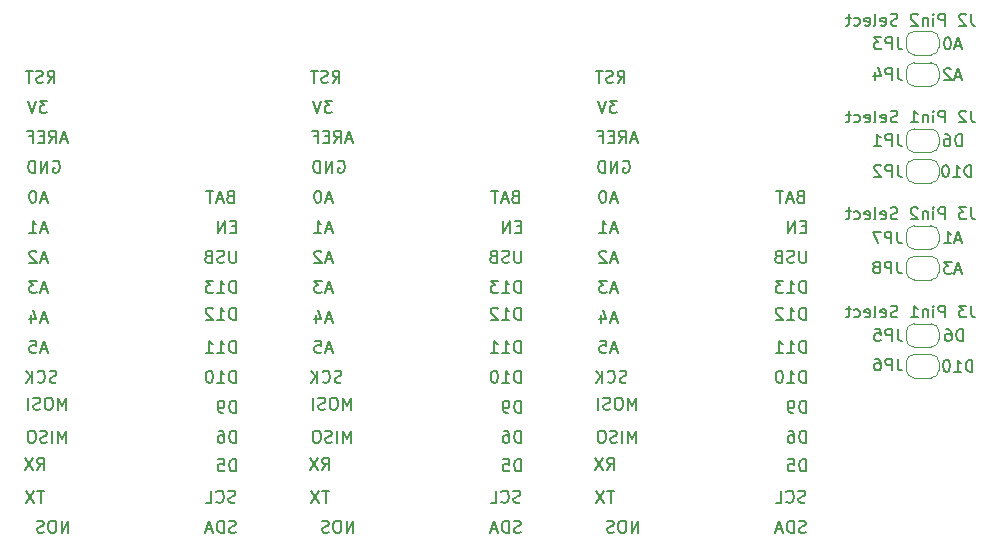
<source format=gbr>
%TF.GenerationSoftware,KiCad,Pcbnew,7.0.10-7.0.10~ubuntu22.04.1*%
%TF.CreationDate,2024-09-08T15:19:34-07:00*%
%TF.ProjectId,iorodeo_feather_tripler_enc1,696f726f-6465-46f5-9f66-656174686572,rev?*%
%TF.SameCoordinates,Original*%
%TF.FileFunction,Legend,Bot*%
%TF.FilePolarity,Positive*%
%FSLAX46Y46*%
G04 Gerber Fmt 4.6, Leading zero omitted, Abs format (unit mm)*
G04 Created by KiCad (PCBNEW 7.0.10-7.0.10~ubuntu22.04.1) date 2024-09-08 15:19:34*
%MOMM*%
%LPD*%
G01*
G04 APERTURE LIST*
%ADD10C,0.200000*%
%ADD11C,0.150000*%
%ADD12C,0.203200*%
%ADD13C,0.120000*%
G04 APERTURE END LIST*
D10*
X150744612Y-56367219D02*
X150744612Y-57081504D01*
X150744612Y-57081504D02*
X150792231Y-57224361D01*
X150792231Y-57224361D02*
X150887469Y-57319600D01*
X150887469Y-57319600D02*
X151030326Y-57367219D01*
X151030326Y-57367219D02*
X151125564Y-57367219D01*
X150316040Y-56462457D02*
X150268421Y-56414838D01*
X150268421Y-56414838D02*
X150173183Y-56367219D01*
X150173183Y-56367219D02*
X149935088Y-56367219D01*
X149935088Y-56367219D02*
X149839850Y-56414838D01*
X149839850Y-56414838D02*
X149792231Y-56462457D01*
X149792231Y-56462457D02*
X149744612Y-56557695D01*
X149744612Y-56557695D02*
X149744612Y-56652933D01*
X149744612Y-56652933D02*
X149792231Y-56795790D01*
X149792231Y-56795790D02*
X150363659Y-57367219D01*
X150363659Y-57367219D02*
X149744612Y-57367219D01*
X148554135Y-57367219D02*
X148554135Y-56367219D01*
X148554135Y-56367219D02*
X148173183Y-56367219D01*
X148173183Y-56367219D02*
X148077945Y-56414838D01*
X148077945Y-56414838D02*
X148030326Y-56462457D01*
X148030326Y-56462457D02*
X147982707Y-56557695D01*
X147982707Y-56557695D02*
X147982707Y-56700552D01*
X147982707Y-56700552D02*
X148030326Y-56795790D01*
X148030326Y-56795790D02*
X148077945Y-56843409D01*
X148077945Y-56843409D02*
X148173183Y-56891028D01*
X148173183Y-56891028D02*
X148554135Y-56891028D01*
X147554135Y-57367219D02*
X147554135Y-56700552D01*
X147554135Y-56367219D02*
X147601754Y-56414838D01*
X147601754Y-56414838D02*
X147554135Y-56462457D01*
X147554135Y-56462457D02*
X147506516Y-56414838D01*
X147506516Y-56414838D02*
X147554135Y-56367219D01*
X147554135Y-56367219D02*
X147554135Y-56462457D01*
X147077945Y-56700552D02*
X147077945Y-57367219D01*
X147077945Y-56795790D02*
X147030326Y-56748171D01*
X147030326Y-56748171D02*
X146935088Y-56700552D01*
X146935088Y-56700552D02*
X146792231Y-56700552D01*
X146792231Y-56700552D02*
X146696993Y-56748171D01*
X146696993Y-56748171D02*
X146649374Y-56843409D01*
X146649374Y-56843409D02*
X146649374Y-57367219D01*
X146220802Y-56462457D02*
X146173183Y-56414838D01*
X146173183Y-56414838D02*
X146077945Y-56367219D01*
X146077945Y-56367219D02*
X145839850Y-56367219D01*
X145839850Y-56367219D02*
X145744612Y-56414838D01*
X145744612Y-56414838D02*
X145696993Y-56462457D01*
X145696993Y-56462457D02*
X145649374Y-56557695D01*
X145649374Y-56557695D02*
X145649374Y-56652933D01*
X145649374Y-56652933D02*
X145696993Y-56795790D01*
X145696993Y-56795790D02*
X146268421Y-57367219D01*
X146268421Y-57367219D02*
X145649374Y-57367219D01*
X144506516Y-57319600D02*
X144363659Y-57367219D01*
X144363659Y-57367219D02*
X144125564Y-57367219D01*
X144125564Y-57367219D02*
X144030326Y-57319600D01*
X144030326Y-57319600D02*
X143982707Y-57271980D01*
X143982707Y-57271980D02*
X143935088Y-57176742D01*
X143935088Y-57176742D02*
X143935088Y-57081504D01*
X143935088Y-57081504D02*
X143982707Y-56986266D01*
X143982707Y-56986266D02*
X144030326Y-56938647D01*
X144030326Y-56938647D02*
X144125564Y-56891028D01*
X144125564Y-56891028D02*
X144316040Y-56843409D01*
X144316040Y-56843409D02*
X144411278Y-56795790D01*
X144411278Y-56795790D02*
X144458897Y-56748171D01*
X144458897Y-56748171D02*
X144506516Y-56652933D01*
X144506516Y-56652933D02*
X144506516Y-56557695D01*
X144506516Y-56557695D02*
X144458897Y-56462457D01*
X144458897Y-56462457D02*
X144411278Y-56414838D01*
X144411278Y-56414838D02*
X144316040Y-56367219D01*
X144316040Y-56367219D02*
X144077945Y-56367219D01*
X144077945Y-56367219D02*
X143935088Y-56414838D01*
X143125564Y-57319600D02*
X143220802Y-57367219D01*
X143220802Y-57367219D02*
X143411278Y-57367219D01*
X143411278Y-57367219D02*
X143506516Y-57319600D01*
X143506516Y-57319600D02*
X143554135Y-57224361D01*
X143554135Y-57224361D02*
X143554135Y-56843409D01*
X143554135Y-56843409D02*
X143506516Y-56748171D01*
X143506516Y-56748171D02*
X143411278Y-56700552D01*
X143411278Y-56700552D02*
X143220802Y-56700552D01*
X143220802Y-56700552D02*
X143125564Y-56748171D01*
X143125564Y-56748171D02*
X143077945Y-56843409D01*
X143077945Y-56843409D02*
X143077945Y-56938647D01*
X143077945Y-56938647D02*
X143554135Y-57033885D01*
X142506516Y-57367219D02*
X142601754Y-57319600D01*
X142601754Y-57319600D02*
X142649373Y-57224361D01*
X142649373Y-57224361D02*
X142649373Y-56367219D01*
X141744611Y-57319600D02*
X141839849Y-57367219D01*
X141839849Y-57367219D02*
X142030325Y-57367219D01*
X142030325Y-57367219D02*
X142125563Y-57319600D01*
X142125563Y-57319600D02*
X142173182Y-57224361D01*
X142173182Y-57224361D02*
X142173182Y-56843409D01*
X142173182Y-56843409D02*
X142125563Y-56748171D01*
X142125563Y-56748171D02*
X142030325Y-56700552D01*
X142030325Y-56700552D02*
X141839849Y-56700552D01*
X141839849Y-56700552D02*
X141744611Y-56748171D01*
X141744611Y-56748171D02*
X141696992Y-56843409D01*
X141696992Y-56843409D02*
X141696992Y-56938647D01*
X141696992Y-56938647D02*
X142173182Y-57033885D01*
X140839849Y-57319600D02*
X140935087Y-57367219D01*
X140935087Y-57367219D02*
X141125563Y-57367219D01*
X141125563Y-57367219D02*
X141220801Y-57319600D01*
X141220801Y-57319600D02*
X141268420Y-57271980D01*
X141268420Y-57271980D02*
X141316039Y-57176742D01*
X141316039Y-57176742D02*
X141316039Y-56891028D01*
X141316039Y-56891028D02*
X141268420Y-56795790D01*
X141268420Y-56795790D02*
X141220801Y-56748171D01*
X141220801Y-56748171D02*
X141125563Y-56700552D01*
X141125563Y-56700552D02*
X140935087Y-56700552D01*
X140935087Y-56700552D02*
X140839849Y-56748171D01*
X140554134Y-56700552D02*
X140173182Y-56700552D01*
X140411277Y-56367219D02*
X140411277Y-57224361D01*
X140411277Y-57224361D02*
X140363658Y-57319600D01*
X140363658Y-57319600D02*
X140268420Y-57367219D01*
X140268420Y-57367219D02*
X140173182Y-57367219D01*
X150744612Y-72767219D02*
X150744612Y-73481504D01*
X150744612Y-73481504D02*
X150792231Y-73624361D01*
X150792231Y-73624361D02*
X150887469Y-73719600D01*
X150887469Y-73719600D02*
X151030326Y-73767219D01*
X151030326Y-73767219D02*
X151125564Y-73767219D01*
X150363659Y-72767219D02*
X149744612Y-72767219D01*
X149744612Y-72767219D02*
X150077945Y-73148171D01*
X150077945Y-73148171D02*
X149935088Y-73148171D01*
X149935088Y-73148171D02*
X149839850Y-73195790D01*
X149839850Y-73195790D02*
X149792231Y-73243409D01*
X149792231Y-73243409D02*
X149744612Y-73338647D01*
X149744612Y-73338647D02*
X149744612Y-73576742D01*
X149744612Y-73576742D02*
X149792231Y-73671980D01*
X149792231Y-73671980D02*
X149839850Y-73719600D01*
X149839850Y-73719600D02*
X149935088Y-73767219D01*
X149935088Y-73767219D02*
X150220802Y-73767219D01*
X150220802Y-73767219D02*
X150316040Y-73719600D01*
X150316040Y-73719600D02*
X150363659Y-73671980D01*
X148554135Y-73767219D02*
X148554135Y-72767219D01*
X148554135Y-72767219D02*
X148173183Y-72767219D01*
X148173183Y-72767219D02*
X148077945Y-72814838D01*
X148077945Y-72814838D02*
X148030326Y-72862457D01*
X148030326Y-72862457D02*
X147982707Y-72957695D01*
X147982707Y-72957695D02*
X147982707Y-73100552D01*
X147982707Y-73100552D02*
X148030326Y-73195790D01*
X148030326Y-73195790D02*
X148077945Y-73243409D01*
X148077945Y-73243409D02*
X148173183Y-73291028D01*
X148173183Y-73291028D02*
X148554135Y-73291028D01*
X147554135Y-73767219D02*
X147554135Y-73100552D01*
X147554135Y-72767219D02*
X147601754Y-72814838D01*
X147601754Y-72814838D02*
X147554135Y-72862457D01*
X147554135Y-72862457D02*
X147506516Y-72814838D01*
X147506516Y-72814838D02*
X147554135Y-72767219D01*
X147554135Y-72767219D02*
X147554135Y-72862457D01*
X147077945Y-73100552D02*
X147077945Y-73767219D01*
X147077945Y-73195790D02*
X147030326Y-73148171D01*
X147030326Y-73148171D02*
X146935088Y-73100552D01*
X146935088Y-73100552D02*
X146792231Y-73100552D01*
X146792231Y-73100552D02*
X146696993Y-73148171D01*
X146696993Y-73148171D02*
X146649374Y-73243409D01*
X146649374Y-73243409D02*
X146649374Y-73767219D01*
X146220802Y-72862457D02*
X146173183Y-72814838D01*
X146173183Y-72814838D02*
X146077945Y-72767219D01*
X146077945Y-72767219D02*
X145839850Y-72767219D01*
X145839850Y-72767219D02*
X145744612Y-72814838D01*
X145744612Y-72814838D02*
X145696993Y-72862457D01*
X145696993Y-72862457D02*
X145649374Y-72957695D01*
X145649374Y-72957695D02*
X145649374Y-73052933D01*
X145649374Y-73052933D02*
X145696993Y-73195790D01*
X145696993Y-73195790D02*
X146268421Y-73767219D01*
X146268421Y-73767219D02*
X145649374Y-73767219D01*
X144506516Y-73719600D02*
X144363659Y-73767219D01*
X144363659Y-73767219D02*
X144125564Y-73767219D01*
X144125564Y-73767219D02*
X144030326Y-73719600D01*
X144030326Y-73719600D02*
X143982707Y-73671980D01*
X143982707Y-73671980D02*
X143935088Y-73576742D01*
X143935088Y-73576742D02*
X143935088Y-73481504D01*
X143935088Y-73481504D02*
X143982707Y-73386266D01*
X143982707Y-73386266D02*
X144030326Y-73338647D01*
X144030326Y-73338647D02*
X144125564Y-73291028D01*
X144125564Y-73291028D02*
X144316040Y-73243409D01*
X144316040Y-73243409D02*
X144411278Y-73195790D01*
X144411278Y-73195790D02*
X144458897Y-73148171D01*
X144458897Y-73148171D02*
X144506516Y-73052933D01*
X144506516Y-73052933D02*
X144506516Y-72957695D01*
X144506516Y-72957695D02*
X144458897Y-72862457D01*
X144458897Y-72862457D02*
X144411278Y-72814838D01*
X144411278Y-72814838D02*
X144316040Y-72767219D01*
X144316040Y-72767219D02*
X144077945Y-72767219D01*
X144077945Y-72767219D02*
X143935088Y-72814838D01*
X143125564Y-73719600D02*
X143220802Y-73767219D01*
X143220802Y-73767219D02*
X143411278Y-73767219D01*
X143411278Y-73767219D02*
X143506516Y-73719600D01*
X143506516Y-73719600D02*
X143554135Y-73624361D01*
X143554135Y-73624361D02*
X143554135Y-73243409D01*
X143554135Y-73243409D02*
X143506516Y-73148171D01*
X143506516Y-73148171D02*
X143411278Y-73100552D01*
X143411278Y-73100552D02*
X143220802Y-73100552D01*
X143220802Y-73100552D02*
X143125564Y-73148171D01*
X143125564Y-73148171D02*
X143077945Y-73243409D01*
X143077945Y-73243409D02*
X143077945Y-73338647D01*
X143077945Y-73338647D02*
X143554135Y-73433885D01*
X142506516Y-73767219D02*
X142601754Y-73719600D01*
X142601754Y-73719600D02*
X142649373Y-73624361D01*
X142649373Y-73624361D02*
X142649373Y-72767219D01*
X141744611Y-73719600D02*
X141839849Y-73767219D01*
X141839849Y-73767219D02*
X142030325Y-73767219D01*
X142030325Y-73767219D02*
X142125563Y-73719600D01*
X142125563Y-73719600D02*
X142173182Y-73624361D01*
X142173182Y-73624361D02*
X142173182Y-73243409D01*
X142173182Y-73243409D02*
X142125563Y-73148171D01*
X142125563Y-73148171D02*
X142030325Y-73100552D01*
X142030325Y-73100552D02*
X141839849Y-73100552D01*
X141839849Y-73100552D02*
X141744611Y-73148171D01*
X141744611Y-73148171D02*
X141696992Y-73243409D01*
X141696992Y-73243409D02*
X141696992Y-73338647D01*
X141696992Y-73338647D02*
X142173182Y-73433885D01*
X140839849Y-73719600D02*
X140935087Y-73767219D01*
X140935087Y-73767219D02*
X141125563Y-73767219D01*
X141125563Y-73767219D02*
X141220801Y-73719600D01*
X141220801Y-73719600D02*
X141268420Y-73671980D01*
X141268420Y-73671980D02*
X141316039Y-73576742D01*
X141316039Y-73576742D02*
X141316039Y-73291028D01*
X141316039Y-73291028D02*
X141268420Y-73195790D01*
X141268420Y-73195790D02*
X141220801Y-73148171D01*
X141220801Y-73148171D02*
X141125563Y-73100552D01*
X141125563Y-73100552D02*
X140935087Y-73100552D01*
X140935087Y-73100552D02*
X140839849Y-73148171D01*
X140554134Y-73100552D02*
X140173182Y-73100552D01*
X140411277Y-72767219D02*
X140411277Y-73624361D01*
X140411277Y-73624361D02*
X140363658Y-73719600D01*
X140363658Y-73719600D02*
X140268420Y-73767219D01*
X140268420Y-73767219D02*
X140173182Y-73767219D01*
D11*
X149910839Y-59084104D02*
X149434649Y-59084104D01*
X150006077Y-59369819D02*
X149672744Y-58369819D01*
X149672744Y-58369819D02*
X149339411Y-59369819D01*
X148815601Y-58369819D02*
X148720363Y-58369819D01*
X148720363Y-58369819D02*
X148625125Y-58417438D01*
X148625125Y-58417438D02*
X148577506Y-58465057D01*
X148577506Y-58465057D02*
X148529887Y-58560295D01*
X148529887Y-58560295D02*
X148482268Y-58750771D01*
X148482268Y-58750771D02*
X148482268Y-58988866D01*
X148482268Y-58988866D02*
X148529887Y-59179342D01*
X148529887Y-59179342D02*
X148577506Y-59274580D01*
X148577506Y-59274580D02*
X148625125Y-59322200D01*
X148625125Y-59322200D02*
X148720363Y-59369819D01*
X148720363Y-59369819D02*
X148815601Y-59369819D01*
X148815601Y-59369819D02*
X148910839Y-59322200D01*
X148910839Y-59322200D02*
X148958458Y-59274580D01*
X148958458Y-59274580D02*
X149006077Y-59179342D01*
X149006077Y-59179342D02*
X149053696Y-58988866D01*
X149053696Y-58988866D02*
X149053696Y-58750771D01*
X149053696Y-58750771D02*
X149006077Y-58560295D01*
X149006077Y-58560295D02*
X148958458Y-58465057D01*
X148958458Y-58465057D02*
X148910839Y-58417438D01*
X148910839Y-58417438D02*
X148815601Y-58369819D01*
X149910839Y-78084104D02*
X149434649Y-78084104D01*
X150006077Y-78369819D02*
X149672744Y-77369819D01*
X149672744Y-77369819D02*
X149339411Y-78369819D01*
X149101315Y-77369819D02*
X148482268Y-77369819D01*
X148482268Y-77369819D02*
X148815601Y-77750771D01*
X148815601Y-77750771D02*
X148672744Y-77750771D01*
X148672744Y-77750771D02*
X148577506Y-77798390D01*
X148577506Y-77798390D02*
X148529887Y-77846009D01*
X148529887Y-77846009D02*
X148482268Y-77941247D01*
X148482268Y-77941247D02*
X148482268Y-78179342D01*
X148482268Y-78179342D02*
X148529887Y-78274580D01*
X148529887Y-78274580D02*
X148577506Y-78322200D01*
X148577506Y-78322200D02*
X148672744Y-78369819D01*
X148672744Y-78369819D02*
X148958458Y-78369819D01*
X148958458Y-78369819D02*
X149053696Y-78322200D01*
X149053696Y-78322200D02*
X149101315Y-78274580D01*
X149910839Y-61684104D02*
X149434649Y-61684104D01*
X150006077Y-61969819D02*
X149672744Y-60969819D01*
X149672744Y-60969819D02*
X149339411Y-61969819D01*
X149053696Y-61065057D02*
X149006077Y-61017438D01*
X149006077Y-61017438D02*
X148910839Y-60969819D01*
X148910839Y-60969819D02*
X148672744Y-60969819D01*
X148672744Y-60969819D02*
X148577506Y-61017438D01*
X148577506Y-61017438D02*
X148529887Y-61065057D01*
X148529887Y-61065057D02*
X148482268Y-61160295D01*
X148482268Y-61160295D02*
X148482268Y-61255533D01*
X148482268Y-61255533D02*
X148529887Y-61398390D01*
X148529887Y-61398390D02*
X149101315Y-61969819D01*
X149101315Y-61969819D02*
X148482268Y-61969819D01*
D10*
X150744612Y-64567219D02*
X150744612Y-65281504D01*
X150744612Y-65281504D02*
X150792231Y-65424361D01*
X150792231Y-65424361D02*
X150887469Y-65519600D01*
X150887469Y-65519600D02*
X151030326Y-65567219D01*
X151030326Y-65567219D02*
X151125564Y-65567219D01*
X150316040Y-64662457D02*
X150268421Y-64614838D01*
X150268421Y-64614838D02*
X150173183Y-64567219D01*
X150173183Y-64567219D02*
X149935088Y-64567219D01*
X149935088Y-64567219D02*
X149839850Y-64614838D01*
X149839850Y-64614838D02*
X149792231Y-64662457D01*
X149792231Y-64662457D02*
X149744612Y-64757695D01*
X149744612Y-64757695D02*
X149744612Y-64852933D01*
X149744612Y-64852933D02*
X149792231Y-64995790D01*
X149792231Y-64995790D02*
X150363659Y-65567219D01*
X150363659Y-65567219D02*
X149744612Y-65567219D01*
X148554135Y-65567219D02*
X148554135Y-64567219D01*
X148554135Y-64567219D02*
X148173183Y-64567219D01*
X148173183Y-64567219D02*
X148077945Y-64614838D01*
X148077945Y-64614838D02*
X148030326Y-64662457D01*
X148030326Y-64662457D02*
X147982707Y-64757695D01*
X147982707Y-64757695D02*
X147982707Y-64900552D01*
X147982707Y-64900552D02*
X148030326Y-64995790D01*
X148030326Y-64995790D02*
X148077945Y-65043409D01*
X148077945Y-65043409D02*
X148173183Y-65091028D01*
X148173183Y-65091028D02*
X148554135Y-65091028D01*
X147554135Y-65567219D02*
X147554135Y-64900552D01*
X147554135Y-64567219D02*
X147601754Y-64614838D01*
X147601754Y-64614838D02*
X147554135Y-64662457D01*
X147554135Y-64662457D02*
X147506516Y-64614838D01*
X147506516Y-64614838D02*
X147554135Y-64567219D01*
X147554135Y-64567219D02*
X147554135Y-64662457D01*
X147077945Y-64900552D02*
X147077945Y-65567219D01*
X147077945Y-64995790D02*
X147030326Y-64948171D01*
X147030326Y-64948171D02*
X146935088Y-64900552D01*
X146935088Y-64900552D02*
X146792231Y-64900552D01*
X146792231Y-64900552D02*
X146696993Y-64948171D01*
X146696993Y-64948171D02*
X146649374Y-65043409D01*
X146649374Y-65043409D02*
X146649374Y-65567219D01*
X145649374Y-65567219D02*
X146220802Y-65567219D01*
X145935088Y-65567219D02*
X145935088Y-64567219D01*
X145935088Y-64567219D02*
X146030326Y-64710076D01*
X146030326Y-64710076D02*
X146125564Y-64805314D01*
X146125564Y-64805314D02*
X146220802Y-64852933D01*
X144506516Y-65519600D02*
X144363659Y-65567219D01*
X144363659Y-65567219D02*
X144125564Y-65567219D01*
X144125564Y-65567219D02*
X144030326Y-65519600D01*
X144030326Y-65519600D02*
X143982707Y-65471980D01*
X143982707Y-65471980D02*
X143935088Y-65376742D01*
X143935088Y-65376742D02*
X143935088Y-65281504D01*
X143935088Y-65281504D02*
X143982707Y-65186266D01*
X143982707Y-65186266D02*
X144030326Y-65138647D01*
X144030326Y-65138647D02*
X144125564Y-65091028D01*
X144125564Y-65091028D02*
X144316040Y-65043409D01*
X144316040Y-65043409D02*
X144411278Y-64995790D01*
X144411278Y-64995790D02*
X144458897Y-64948171D01*
X144458897Y-64948171D02*
X144506516Y-64852933D01*
X144506516Y-64852933D02*
X144506516Y-64757695D01*
X144506516Y-64757695D02*
X144458897Y-64662457D01*
X144458897Y-64662457D02*
X144411278Y-64614838D01*
X144411278Y-64614838D02*
X144316040Y-64567219D01*
X144316040Y-64567219D02*
X144077945Y-64567219D01*
X144077945Y-64567219D02*
X143935088Y-64614838D01*
X143125564Y-65519600D02*
X143220802Y-65567219D01*
X143220802Y-65567219D02*
X143411278Y-65567219D01*
X143411278Y-65567219D02*
X143506516Y-65519600D01*
X143506516Y-65519600D02*
X143554135Y-65424361D01*
X143554135Y-65424361D02*
X143554135Y-65043409D01*
X143554135Y-65043409D02*
X143506516Y-64948171D01*
X143506516Y-64948171D02*
X143411278Y-64900552D01*
X143411278Y-64900552D02*
X143220802Y-64900552D01*
X143220802Y-64900552D02*
X143125564Y-64948171D01*
X143125564Y-64948171D02*
X143077945Y-65043409D01*
X143077945Y-65043409D02*
X143077945Y-65138647D01*
X143077945Y-65138647D02*
X143554135Y-65233885D01*
X142506516Y-65567219D02*
X142601754Y-65519600D01*
X142601754Y-65519600D02*
X142649373Y-65424361D01*
X142649373Y-65424361D02*
X142649373Y-64567219D01*
X141744611Y-65519600D02*
X141839849Y-65567219D01*
X141839849Y-65567219D02*
X142030325Y-65567219D01*
X142030325Y-65567219D02*
X142125563Y-65519600D01*
X142125563Y-65519600D02*
X142173182Y-65424361D01*
X142173182Y-65424361D02*
X142173182Y-65043409D01*
X142173182Y-65043409D02*
X142125563Y-64948171D01*
X142125563Y-64948171D02*
X142030325Y-64900552D01*
X142030325Y-64900552D02*
X141839849Y-64900552D01*
X141839849Y-64900552D02*
X141744611Y-64948171D01*
X141744611Y-64948171D02*
X141696992Y-65043409D01*
X141696992Y-65043409D02*
X141696992Y-65138647D01*
X141696992Y-65138647D02*
X142173182Y-65233885D01*
X140839849Y-65519600D02*
X140935087Y-65567219D01*
X140935087Y-65567219D02*
X141125563Y-65567219D01*
X141125563Y-65567219D02*
X141220801Y-65519600D01*
X141220801Y-65519600D02*
X141268420Y-65471980D01*
X141268420Y-65471980D02*
X141316039Y-65376742D01*
X141316039Y-65376742D02*
X141316039Y-65091028D01*
X141316039Y-65091028D02*
X141268420Y-64995790D01*
X141268420Y-64995790D02*
X141220801Y-64948171D01*
X141220801Y-64948171D02*
X141125563Y-64900552D01*
X141125563Y-64900552D02*
X140935087Y-64900552D01*
X140935087Y-64900552D02*
X140839849Y-64948171D01*
X140554134Y-64900552D02*
X140173182Y-64900552D01*
X140411277Y-64567219D02*
X140411277Y-65424361D01*
X140411277Y-65424361D02*
X140363658Y-65519600D01*
X140363658Y-65519600D02*
X140268420Y-65567219D01*
X140268420Y-65567219D02*
X140173182Y-65567219D01*
X150744612Y-81067219D02*
X150744612Y-81781504D01*
X150744612Y-81781504D02*
X150792231Y-81924361D01*
X150792231Y-81924361D02*
X150887469Y-82019600D01*
X150887469Y-82019600D02*
X151030326Y-82067219D01*
X151030326Y-82067219D02*
X151125564Y-82067219D01*
X150363659Y-81067219D02*
X149744612Y-81067219D01*
X149744612Y-81067219D02*
X150077945Y-81448171D01*
X150077945Y-81448171D02*
X149935088Y-81448171D01*
X149935088Y-81448171D02*
X149839850Y-81495790D01*
X149839850Y-81495790D02*
X149792231Y-81543409D01*
X149792231Y-81543409D02*
X149744612Y-81638647D01*
X149744612Y-81638647D02*
X149744612Y-81876742D01*
X149744612Y-81876742D02*
X149792231Y-81971980D01*
X149792231Y-81971980D02*
X149839850Y-82019600D01*
X149839850Y-82019600D02*
X149935088Y-82067219D01*
X149935088Y-82067219D02*
X150220802Y-82067219D01*
X150220802Y-82067219D02*
X150316040Y-82019600D01*
X150316040Y-82019600D02*
X150363659Y-81971980D01*
X148554135Y-82067219D02*
X148554135Y-81067219D01*
X148554135Y-81067219D02*
X148173183Y-81067219D01*
X148173183Y-81067219D02*
X148077945Y-81114838D01*
X148077945Y-81114838D02*
X148030326Y-81162457D01*
X148030326Y-81162457D02*
X147982707Y-81257695D01*
X147982707Y-81257695D02*
X147982707Y-81400552D01*
X147982707Y-81400552D02*
X148030326Y-81495790D01*
X148030326Y-81495790D02*
X148077945Y-81543409D01*
X148077945Y-81543409D02*
X148173183Y-81591028D01*
X148173183Y-81591028D02*
X148554135Y-81591028D01*
X147554135Y-82067219D02*
X147554135Y-81400552D01*
X147554135Y-81067219D02*
X147601754Y-81114838D01*
X147601754Y-81114838D02*
X147554135Y-81162457D01*
X147554135Y-81162457D02*
X147506516Y-81114838D01*
X147506516Y-81114838D02*
X147554135Y-81067219D01*
X147554135Y-81067219D02*
X147554135Y-81162457D01*
X147077945Y-81400552D02*
X147077945Y-82067219D01*
X147077945Y-81495790D02*
X147030326Y-81448171D01*
X147030326Y-81448171D02*
X146935088Y-81400552D01*
X146935088Y-81400552D02*
X146792231Y-81400552D01*
X146792231Y-81400552D02*
X146696993Y-81448171D01*
X146696993Y-81448171D02*
X146649374Y-81543409D01*
X146649374Y-81543409D02*
X146649374Y-82067219D01*
X145649374Y-82067219D02*
X146220802Y-82067219D01*
X145935088Y-82067219D02*
X145935088Y-81067219D01*
X145935088Y-81067219D02*
X146030326Y-81210076D01*
X146030326Y-81210076D02*
X146125564Y-81305314D01*
X146125564Y-81305314D02*
X146220802Y-81352933D01*
X144506516Y-82019600D02*
X144363659Y-82067219D01*
X144363659Y-82067219D02*
X144125564Y-82067219D01*
X144125564Y-82067219D02*
X144030326Y-82019600D01*
X144030326Y-82019600D02*
X143982707Y-81971980D01*
X143982707Y-81971980D02*
X143935088Y-81876742D01*
X143935088Y-81876742D02*
X143935088Y-81781504D01*
X143935088Y-81781504D02*
X143982707Y-81686266D01*
X143982707Y-81686266D02*
X144030326Y-81638647D01*
X144030326Y-81638647D02*
X144125564Y-81591028D01*
X144125564Y-81591028D02*
X144316040Y-81543409D01*
X144316040Y-81543409D02*
X144411278Y-81495790D01*
X144411278Y-81495790D02*
X144458897Y-81448171D01*
X144458897Y-81448171D02*
X144506516Y-81352933D01*
X144506516Y-81352933D02*
X144506516Y-81257695D01*
X144506516Y-81257695D02*
X144458897Y-81162457D01*
X144458897Y-81162457D02*
X144411278Y-81114838D01*
X144411278Y-81114838D02*
X144316040Y-81067219D01*
X144316040Y-81067219D02*
X144077945Y-81067219D01*
X144077945Y-81067219D02*
X143935088Y-81114838D01*
X143125564Y-82019600D02*
X143220802Y-82067219D01*
X143220802Y-82067219D02*
X143411278Y-82067219D01*
X143411278Y-82067219D02*
X143506516Y-82019600D01*
X143506516Y-82019600D02*
X143554135Y-81924361D01*
X143554135Y-81924361D02*
X143554135Y-81543409D01*
X143554135Y-81543409D02*
X143506516Y-81448171D01*
X143506516Y-81448171D02*
X143411278Y-81400552D01*
X143411278Y-81400552D02*
X143220802Y-81400552D01*
X143220802Y-81400552D02*
X143125564Y-81448171D01*
X143125564Y-81448171D02*
X143077945Y-81543409D01*
X143077945Y-81543409D02*
X143077945Y-81638647D01*
X143077945Y-81638647D02*
X143554135Y-81733885D01*
X142506516Y-82067219D02*
X142601754Y-82019600D01*
X142601754Y-82019600D02*
X142649373Y-81924361D01*
X142649373Y-81924361D02*
X142649373Y-81067219D01*
X141744611Y-82019600D02*
X141839849Y-82067219D01*
X141839849Y-82067219D02*
X142030325Y-82067219D01*
X142030325Y-82067219D02*
X142125563Y-82019600D01*
X142125563Y-82019600D02*
X142173182Y-81924361D01*
X142173182Y-81924361D02*
X142173182Y-81543409D01*
X142173182Y-81543409D02*
X142125563Y-81448171D01*
X142125563Y-81448171D02*
X142030325Y-81400552D01*
X142030325Y-81400552D02*
X141839849Y-81400552D01*
X141839849Y-81400552D02*
X141744611Y-81448171D01*
X141744611Y-81448171D02*
X141696992Y-81543409D01*
X141696992Y-81543409D02*
X141696992Y-81638647D01*
X141696992Y-81638647D02*
X142173182Y-81733885D01*
X140839849Y-82019600D02*
X140935087Y-82067219D01*
X140935087Y-82067219D02*
X141125563Y-82067219D01*
X141125563Y-82067219D02*
X141220801Y-82019600D01*
X141220801Y-82019600D02*
X141268420Y-81971980D01*
X141268420Y-81971980D02*
X141316039Y-81876742D01*
X141316039Y-81876742D02*
X141316039Y-81591028D01*
X141316039Y-81591028D02*
X141268420Y-81495790D01*
X141268420Y-81495790D02*
X141220801Y-81448171D01*
X141220801Y-81448171D02*
X141125563Y-81400552D01*
X141125563Y-81400552D02*
X140935087Y-81400552D01*
X140935087Y-81400552D02*
X140839849Y-81448171D01*
X140554134Y-81400552D02*
X140173182Y-81400552D01*
X140411277Y-81067219D02*
X140411277Y-81924361D01*
X140411277Y-81924361D02*
X140363658Y-82019600D01*
X140363658Y-82019600D02*
X140268420Y-82067219D01*
X140268420Y-82067219D02*
X140173182Y-82067219D01*
D11*
X150863220Y-86669819D02*
X150863220Y-85669819D01*
X150863220Y-85669819D02*
X150625125Y-85669819D01*
X150625125Y-85669819D02*
X150482268Y-85717438D01*
X150482268Y-85717438D02*
X150387030Y-85812676D01*
X150387030Y-85812676D02*
X150339411Y-85907914D01*
X150339411Y-85907914D02*
X150291792Y-86098390D01*
X150291792Y-86098390D02*
X150291792Y-86241247D01*
X150291792Y-86241247D02*
X150339411Y-86431723D01*
X150339411Y-86431723D02*
X150387030Y-86526961D01*
X150387030Y-86526961D02*
X150482268Y-86622200D01*
X150482268Y-86622200D02*
X150625125Y-86669819D01*
X150625125Y-86669819D02*
X150863220Y-86669819D01*
X149339411Y-86669819D02*
X149910839Y-86669819D01*
X149625125Y-86669819D02*
X149625125Y-85669819D01*
X149625125Y-85669819D02*
X149720363Y-85812676D01*
X149720363Y-85812676D02*
X149815601Y-85907914D01*
X149815601Y-85907914D02*
X149910839Y-85955533D01*
X148720363Y-85669819D02*
X148625125Y-85669819D01*
X148625125Y-85669819D02*
X148529887Y-85717438D01*
X148529887Y-85717438D02*
X148482268Y-85765057D01*
X148482268Y-85765057D02*
X148434649Y-85860295D01*
X148434649Y-85860295D02*
X148387030Y-86050771D01*
X148387030Y-86050771D02*
X148387030Y-86288866D01*
X148387030Y-86288866D02*
X148434649Y-86479342D01*
X148434649Y-86479342D02*
X148482268Y-86574580D01*
X148482268Y-86574580D02*
X148529887Y-86622200D01*
X148529887Y-86622200D02*
X148625125Y-86669819D01*
X148625125Y-86669819D02*
X148720363Y-86669819D01*
X148720363Y-86669819D02*
X148815601Y-86622200D01*
X148815601Y-86622200D02*
X148863220Y-86574580D01*
X148863220Y-86574580D02*
X148910839Y-86479342D01*
X148910839Y-86479342D02*
X148958458Y-86288866D01*
X148958458Y-86288866D02*
X148958458Y-86050771D01*
X148958458Y-86050771D02*
X148910839Y-85860295D01*
X148910839Y-85860295D02*
X148863220Y-85765057D01*
X148863220Y-85765057D02*
X148815601Y-85717438D01*
X148815601Y-85717438D02*
X148720363Y-85669819D01*
X150063220Y-84069819D02*
X150063220Y-83069819D01*
X150063220Y-83069819D02*
X149825125Y-83069819D01*
X149825125Y-83069819D02*
X149682268Y-83117438D01*
X149682268Y-83117438D02*
X149587030Y-83212676D01*
X149587030Y-83212676D02*
X149539411Y-83307914D01*
X149539411Y-83307914D02*
X149491792Y-83498390D01*
X149491792Y-83498390D02*
X149491792Y-83641247D01*
X149491792Y-83641247D02*
X149539411Y-83831723D01*
X149539411Y-83831723D02*
X149587030Y-83926961D01*
X149587030Y-83926961D02*
X149682268Y-84022200D01*
X149682268Y-84022200D02*
X149825125Y-84069819D01*
X149825125Y-84069819D02*
X150063220Y-84069819D01*
X148634649Y-83069819D02*
X148825125Y-83069819D01*
X148825125Y-83069819D02*
X148920363Y-83117438D01*
X148920363Y-83117438D02*
X148967982Y-83165057D01*
X148967982Y-83165057D02*
X149063220Y-83307914D01*
X149063220Y-83307914D02*
X149110839Y-83498390D01*
X149110839Y-83498390D02*
X149110839Y-83879342D01*
X149110839Y-83879342D02*
X149063220Y-83974580D01*
X149063220Y-83974580D02*
X149015601Y-84022200D01*
X149015601Y-84022200D02*
X148920363Y-84069819D01*
X148920363Y-84069819D02*
X148729887Y-84069819D01*
X148729887Y-84069819D02*
X148634649Y-84022200D01*
X148634649Y-84022200D02*
X148587030Y-83974580D01*
X148587030Y-83974580D02*
X148539411Y-83879342D01*
X148539411Y-83879342D02*
X148539411Y-83641247D01*
X148539411Y-83641247D02*
X148587030Y-83546009D01*
X148587030Y-83546009D02*
X148634649Y-83498390D01*
X148634649Y-83498390D02*
X148729887Y-83450771D01*
X148729887Y-83450771D02*
X148920363Y-83450771D01*
X148920363Y-83450771D02*
X149015601Y-83498390D01*
X149015601Y-83498390D02*
X149063220Y-83546009D01*
X149063220Y-83546009D02*
X149110839Y-83641247D01*
X149910839Y-75484104D02*
X149434649Y-75484104D01*
X150006077Y-75769819D02*
X149672744Y-74769819D01*
X149672744Y-74769819D02*
X149339411Y-75769819D01*
X148482268Y-75769819D02*
X149053696Y-75769819D01*
X148767982Y-75769819D02*
X148767982Y-74769819D01*
X148767982Y-74769819D02*
X148863220Y-74912676D01*
X148863220Y-74912676D02*
X148958458Y-75007914D01*
X148958458Y-75007914D02*
X149053696Y-75055533D01*
X149963220Y-67569819D02*
X149963220Y-66569819D01*
X149963220Y-66569819D02*
X149725125Y-66569819D01*
X149725125Y-66569819D02*
X149582268Y-66617438D01*
X149582268Y-66617438D02*
X149487030Y-66712676D01*
X149487030Y-66712676D02*
X149439411Y-66807914D01*
X149439411Y-66807914D02*
X149391792Y-66998390D01*
X149391792Y-66998390D02*
X149391792Y-67141247D01*
X149391792Y-67141247D02*
X149439411Y-67331723D01*
X149439411Y-67331723D02*
X149487030Y-67426961D01*
X149487030Y-67426961D02*
X149582268Y-67522200D01*
X149582268Y-67522200D02*
X149725125Y-67569819D01*
X149725125Y-67569819D02*
X149963220Y-67569819D01*
X148534649Y-66569819D02*
X148725125Y-66569819D01*
X148725125Y-66569819D02*
X148820363Y-66617438D01*
X148820363Y-66617438D02*
X148867982Y-66665057D01*
X148867982Y-66665057D02*
X148963220Y-66807914D01*
X148963220Y-66807914D02*
X149010839Y-66998390D01*
X149010839Y-66998390D02*
X149010839Y-67379342D01*
X149010839Y-67379342D02*
X148963220Y-67474580D01*
X148963220Y-67474580D02*
X148915601Y-67522200D01*
X148915601Y-67522200D02*
X148820363Y-67569819D01*
X148820363Y-67569819D02*
X148629887Y-67569819D01*
X148629887Y-67569819D02*
X148534649Y-67522200D01*
X148534649Y-67522200D02*
X148487030Y-67474580D01*
X148487030Y-67474580D02*
X148439411Y-67379342D01*
X148439411Y-67379342D02*
X148439411Y-67141247D01*
X148439411Y-67141247D02*
X148487030Y-67046009D01*
X148487030Y-67046009D02*
X148534649Y-66998390D01*
X148534649Y-66998390D02*
X148629887Y-66950771D01*
X148629887Y-66950771D02*
X148820363Y-66950771D01*
X148820363Y-66950771D02*
X148915601Y-66998390D01*
X148915601Y-66998390D02*
X148963220Y-67046009D01*
X148963220Y-67046009D02*
X149010839Y-67141247D01*
X150763220Y-70169819D02*
X150763220Y-69169819D01*
X150763220Y-69169819D02*
X150525125Y-69169819D01*
X150525125Y-69169819D02*
X150382268Y-69217438D01*
X150382268Y-69217438D02*
X150287030Y-69312676D01*
X150287030Y-69312676D02*
X150239411Y-69407914D01*
X150239411Y-69407914D02*
X150191792Y-69598390D01*
X150191792Y-69598390D02*
X150191792Y-69741247D01*
X150191792Y-69741247D02*
X150239411Y-69931723D01*
X150239411Y-69931723D02*
X150287030Y-70026961D01*
X150287030Y-70026961D02*
X150382268Y-70122200D01*
X150382268Y-70122200D02*
X150525125Y-70169819D01*
X150525125Y-70169819D02*
X150763220Y-70169819D01*
X149239411Y-70169819D02*
X149810839Y-70169819D01*
X149525125Y-70169819D02*
X149525125Y-69169819D01*
X149525125Y-69169819D02*
X149620363Y-69312676D01*
X149620363Y-69312676D02*
X149715601Y-69407914D01*
X149715601Y-69407914D02*
X149810839Y-69455533D01*
X148620363Y-69169819D02*
X148525125Y-69169819D01*
X148525125Y-69169819D02*
X148429887Y-69217438D01*
X148429887Y-69217438D02*
X148382268Y-69265057D01*
X148382268Y-69265057D02*
X148334649Y-69360295D01*
X148334649Y-69360295D02*
X148287030Y-69550771D01*
X148287030Y-69550771D02*
X148287030Y-69788866D01*
X148287030Y-69788866D02*
X148334649Y-69979342D01*
X148334649Y-69979342D02*
X148382268Y-70074580D01*
X148382268Y-70074580D02*
X148429887Y-70122200D01*
X148429887Y-70122200D02*
X148525125Y-70169819D01*
X148525125Y-70169819D02*
X148620363Y-70169819D01*
X148620363Y-70169819D02*
X148715601Y-70122200D01*
X148715601Y-70122200D02*
X148763220Y-70074580D01*
X148763220Y-70074580D02*
X148810839Y-69979342D01*
X148810839Y-69979342D02*
X148858458Y-69788866D01*
X148858458Y-69788866D02*
X148858458Y-69550771D01*
X148858458Y-69550771D02*
X148810839Y-69360295D01*
X148810839Y-69360295D02*
X148763220Y-69265057D01*
X148763220Y-69265057D02*
X148715601Y-69217438D01*
X148715601Y-69217438D02*
X148620363Y-69169819D01*
D12*
X88482714Y-79986853D02*
X88482714Y-78970853D01*
X88482714Y-78970853D02*
X88240809Y-78970853D01*
X88240809Y-78970853D02*
X88095666Y-79019234D01*
X88095666Y-79019234D02*
X87998904Y-79115996D01*
X87998904Y-79115996D02*
X87950523Y-79212758D01*
X87950523Y-79212758D02*
X87902142Y-79406282D01*
X87902142Y-79406282D02*
X87902142Y-79551425D01*
X87902142Y-79551425D02*
X87950523Y-79744949D01*
X87950523Y-79744949D02*
X87998904Y-79841711D01*
X87998904Y-79841711D02*
X88095666Y-79938473D01*
X88095666Y-79938473D02*
X88240809Y-79986853D01*
X88240809Y-79986853D02*
X88482714Y-79986853D01*
X86934523Y-79986853D02*
X87515095Y-79986853D01*
X87224809Y-79986853D02*
X87224809Y-78970853D01*
X87224809Y-78970853D02*
X87321571Y-79115996D01*
X87321571Y-79115996D02*
X87418333Y-79212758D01*
X87418333Y-79212758D02*
X87515095Y-79261139D01*
X86595857Y-78970853D02*
X85966904Y-78970853D01*
X85966904Y-78970853D02*
X86305571Y-79357901D01*
X86305571Y-79357901D02*
X86160428Y-79357901D01*
X86160428Y-79357901D02*
X86063666Y-79406282D01*
X86063666Y-79406282D02*
X86015285Y-79454663D01*
X86015285Y-79454663D02*
X85966904Y-79551425D01*
X85966904Y-79551425D02*
X85966904Y-79793330D01*
X85966904Y-79793330D02*
X86015285Y-79890092D01*
X86015285Y-79890092D02*
X86063666Y-79938473D01*
X86063666Y-79938473D02*
X86160428Y-79986853D01*
X86160428Y-79986853D02*
X86450714Y-79986853D01*
X86450714Y-79986853D02*
X86547476Y-79938473D01*
X86547476Y-79938473D02*
X86595857Y-79890092D01*
X87998904Y-71834663D02*
X87853761Y-71883044D01*
X87853761Y-71883044D02*
X87805380Y-71931425D01*
X87805380Y-71931425D02*
X87756999Y-72028187D01*
X87756999Y-72028187D02*
X87756999Y-72173330D01*
X87756999Y-72173330D02*
X87805380Y-72270092D01*
X87805380Y-72270092D02*
X87853761Y-72318473D01*
X87853761Y-72318473D02*
X87950523Y-72366853D01*
X87950523Y-72366853D02*
X88337571Y-72366853D01*
X88337571Y-72366853D02*
X88337571Y-71350853D01*
X88337571Y-71350853D02*
X87998904Y-71350853D01*
X87998904Y-71350853D02*
X87902142Y-71399234D01*
X87902142Y-71399234D02*
X87853761Y-71447615D01*
X87853761Y-71447615D02*
X87805380Y-71544377D01*
X87805380Y-71544377D02*
X87805380Y-71641139D01*
X87805380Y-71641139D02*
X87853761Y-71737901D01*
X87853761Y-71737901D02*
X87902142Y-71786282D01*
X87902142Y-71786282D02*
X87998904Y-71834663D01*
X87998904Y-71834663D02*
X88337571Y-71834663D01*
X87369952Y-72076568D02*
X86886142Y-72076568D01*
X87466714Y-72366853D02*
X87128047Y-71350853D01*
X87128047Y-71350853D02*
X86789380Y-72366853D01*
X86595857Y-71350853D02*
X86015285Y-71350853D01*
X86305571Y-72366853D02*
X86305571Y-71350853D01*
X72480714Y-72076568D02*
X71996904Y-72076568D01*
X72577476Y-72366853D02*
X72238809Y-71350853D01*
X72238809Y-71350853D02*
X71900142Y-72366853D01*
X71367952Y-71350853D02*
X71271190Y-71350853D01*
X71271190Y-71350853D02*
X71174428Y-71399234D01*
X71174428Y-71399234D02*
X71126047Y-71447615D01*
X71126047Y-71447615D02*
X71077666Y-71544377D01*
X71077666Y-71544377D02*
X71029285Y-71737901D01*
X71029285Y-71737901D02*
X71029285Y-71979806D01*
X71029285Y-71979806D02*
X71077666Y-72173330D01*
X71077666Y-72173330D02*
X71126047Y-72270092D01*
X71126047Y-72270092D02*
X71174428Y-72318473D01*
X71174428Y-72318473D02*
X71271190Y-72366853D01*
X71271190Y-72366853D02*
X71367952Y-72366853D01*
X71367952Y-72366853D02*
X71464714Y-72318473D01*
X71464714Y-72318473D02*
X71513095Y-72270092D01*
X71513095Y-72270092D02*
X71561476Y-72173330D01*
X71561476Y-72173330D02*
X71609857Y-71979806D01*
X71609857Y-71979806D02*
X71609857Y-71737901D01*
X71609857Y-71737901D02*
X71561476Y-71544377D01*
X71561476Y-71544377D02*
X71513095Y-71447615D01*
X71513095Y-71447615D02*
X71464714Y-71399234D01*
X71464714Y-71399234D02*
X71367952Y-71350853D01*
X72275095Y-96750853D02*
X71694523Y-96750853D01*
X71984809Y-97766853D02*
X71984809Y-96750853D01*
X71452619Y-96750853D02*
X70775285Y-97766853D01*
X70775285Y-96750853D02*
X71452619Y-97766853D01*
X88506904Y-74374663D02*
X88168237Y-74374663D01*
X88023094Y-74906853D02*
X88506904Y-74906853D01*
X88506904Y-74906853D02*
X88506904Y-73890853D01*
X88506904Y-73890853D02*
X88023094Y-73890853D01*
X87587666Y-74906853D02*
X87587666Y-73890853D01*
X87587666Y-73890853D02*
X87007094Y-74906853D01*
X87007094Y-74906853D02*
X87007094Y-73890853D01*
X88482714Y-82272853D02*
X88482714Y-81256853D01*
X88482714Y-81256853D02*
X88240809Y-81256853D01*
X88240809Y-81256853D02*
X88095666Y-81305234D01*
X88095666Y-81305234D02*
X87998904Y-81401996D01*
X87998904Y-81401996D02*
X87950523Y-81498758D01*
X87950523Y-81498758D02*
X87902142Y-81692282D01*
X87902142Y-81692282D02*
X87902142Y-81837425D01*
X87902142Y-81837425D02*
X87950523Y-82030949D01*
X87950523Y-82030949D02*
X87998904Y-82127711D01*
X87998904Y-82127711D02*
X88095666Y-82224473D01*
X88095666Y-82224473D02*
X88240809Y-82272853D01*
X88240809Y-82272853D02*
X88482714Y-82272853D01*
X86934523Y-82272853D02*
X87515095Y-82272853D01*
X87224809Y-82272853D02*
X87224809Y-81256853D01*
X87224809Y-81256853D02*
X87321571Y-81401996D01*
X87321571Y-81401996D02*
X87418333Y-81498758D01*
X87418333Y-81498758D02*
X87515095Y-81547139D01*
X86547476Y-81353615D02*
X86499095Y-81305234D01*
X86499095Y-81305234D02*
X86402333Y-81256853D01*
X86402333Y-81256853D02*
X86160428Y-81256853D01*
X86160428Y-81256853D02*
X86063666Y-81305234D01*
X86063666Y-81305234D02*
X86015285Y-81353615D01*
X86015285Y-81353615D02*
X85966904Y-81450377D01*
X85966904Y-81450377D02*
X85966904Y-81547139D01*
X85966904Y-81547139D02*
X86015285Y-81692282D01*
X86015285Y-81692282D02*
X86595857Y-82272853D01*
X86595857Y-82272853D02*
X85966904Y-82272853D01*
X73315285Y-87558473D02*
X73170142Y-87606853D01*
X73170142Y-87606853D02*
X72928237Y-87606853D01*
X72928237Y-87606853D02*
X72831475Y-87558473D01*
X72831475Y-87558473D02*
X72783094Y-87510092D01*
X72783094Y-87510092D02*
X72734713Y-87413330D01*
X72734713Y-87413330D02*
X72734713Y-87316568D01*
X72734713Y-87316568D02*
X72783094Y-87219806D01*
X72783094Y-87219806D02*
X72831475Y-87171425D01*
X72831475Y-87171425D02*
X72928237Y-87123044D01*
X72928237Y-87123044D02*
X73121761Y-87074663D01*
X73121761Y-87074663D02*
X73218523Y-87026282D01*
X73218523Y-87026282D02*
X73266904Y-86977901D01*
X73266904Y-86977901D02*
X73315285Y-86881139D01*
X73315285Y-86881139D02*
X73315285Y-86784377D01*
X73315285Y-86784377D02*
X73266904Y-86687615D01*
X73266904Y-86687615D02*
X73218523Y-86639234D01*
X73218523Y-86639234D02*
X73121761Y-86590853D01*
X73121761Y-86590853D02*
X72879856Y-86590853D01*
X72879856Y-86590853D02*
X72734713Y-86639234D01*
X71718713Y-87510092D02*
X71767094Y-87558473D01*
X71767094Y-87558473D02*
X71912237Y-87606853D01*
X71912237Y-87606853D02*
X72008999Y-87606853D01*
X72008999Y-87606853D02*
X72154142Y-87558473D01*
X72154142Y-87558473D02*
X72250904Y-87461711D01*
X72250904Y-87461711D02*
X72299285Y-87364949D01*
X72299285Y-87364949D02*
X72347666Y-87171425D01*
X72347666Y-87171425D02*
X72347666Y-87026282D01*
X72347666Y-87026282D02*
X72299285Y-86832758D01*
X72299285Y-86832758D02*
X72250904Y-86735996D01*
X72250904Y-86735996D02*
X72154142Y-86639234D01*
X72154142Y-86639234D02*
X72008999Y-86590853D01*
X72008999Y-86590853D02*
X71912237Y-86590853D01*
X71912237Y-86590853D02*
X71767094Y-86639234D01*
X71767094Y-86639234D02*
X71718713Y-86687615D01*
X71283285Y-87606853D02*
X71283285Y-86590853D01*
X70702713Y-87606853D02*
X71138142Y-87026282D01*
X70702713Y-86590853D02*
X71283285Y-87171425D01*
X88482714Y-100258473D02*
X88337571Y-100306853D01*
X88337571Y-100306853D02*
X88095666Y-100306853D01*
X88095666Y-100306853D02*
X87998904Y-100258473D01*
X87998904Y-100258473D02*
X87950523Y-100210092D01*
X87950523Y-100210092D02*
X87902142Y-100113330D01*
X87902142Y-100113330D02*
X87902142Y-100016568D01*
X87902142Y-100016568D02*
X87950523Y-99919806D01*
X87950523Y-99919806D02*
X87998904Y-99871425D01*
X87998904Y-99871425D02*
X88095666Y-99823044D01*
X88095666Y-99823044D02*
X88289190Y-99774663D01*
X88289190Y-99774663D02*
X88385952Y-99726282D01*
X88385952Y-99726282D02*
X88434333Y-99677901D01*
X88434333Y-99677901D02*
X88482714Y-99581139D01*
X88482714Y-99581139D02*
X88482714Y-99484377D01*
X88482714Y-99484377D02*
X88434333Y-99387615D01*
X88434333Y-99387615D02*
X88385952Y-99339234D01*
X88385952Y-99339234D02*
X88289190Y-99290853D01*
X88289190Y-99290853D02*
X88047285Y-99290853D01*
X88047285Y-99290853D02*
X87902142Y-99339234D01*
X87466714Y-100306853D02*
X87466714Y-99290853D01*
X87466714Y-99290853D02*
X87224809Y-99290853D01*
X87224809Y-99290853D02*
X87079666Y-99339234D01*
X87079666Y-99339234D02*
X86982904Y-99435996D01*
X86982904Y-99435996D02*
X86934523Y-99532758D01*
X86934523Y-99532758D02*
X86886142Y-99726282D01*
X86886142Y-99726282D02*
X86886142Y-99871425D01*
X86886142Y-99871425D02*
X86934523Y-100064949D01*
X86934523Y-100064949D02*
X86982904Y-100161711D01*
X86982904Y-100161711D02*
X87079666Y-100258473D01*
X87079666Y-100258473D02*
X87224809Y-100306853D01*
X87224809Y-100306853D02*
X87466714Y-100306853D01*
X86499095Y-100016568D02*
X86015285Y-100016568D01*
X86595857Y-100306853D02*
X86257190Y-99290853D01*
X86257190Y-99290853D02*
X85918523Y-100306853D01*
X88482714Y-85066853D02*
X88482714Y-84050853D01*
X88482714Y-84050853D02*
X88240809Y-84050853D01*
X88240809Y-84050853D02*
X88095666Y-84099234D01*
X88095666Y-84099234D02*
X87998904Y-84195996D01*
X87998904Y-84195996D02*
X87950523Y-84292758D01*
X87950523Y-84292758D02*
X87902142Y-84486282D01*
X87902142Y-84486282D02*
X87902142Y-84631425D01*
X87902142Y-84631425D02*
X87950523Y-84824949D01*
X87950523Y-84824949D02*
X87998904Y-84921711D01*
X87998904Y-84921711D02*
X88095666Y-85018473D01*
X88095666Y-85018473D02*
X88240809Y-85066853D01*
X88240809Y-85066853D02*
X88482714Y-85066853D01*
X86934523Y-85066853D02*
X87515095Y-85066853D01*
X87224809Y-85066853D02*
X87224809Y-84050853D01*
X87224809Y-84050853D02*
X87321571Y-84195996D01*
X87321571Y-84195996D02*
X87418333Y-84292758D01*
X87418333Y-84292758D02*
X87515095Y-84341139D01*
X85966904Y-85066853D02*
X86547476Y-85066853D01*
X86257190Y-85066853D02*
X86257190Y-84050853D01*
X86257190Y-84050853D02*
X86353952Y-84195996D01*
X86353952Y-84195996D02*
X86450714Y-84292758D01*
X86450714Y-84292758D02*
X86547476Y-84341139D01*
X72565380Y-62206853D02*
X72904047Y-61723044D01*
X73145952Y-62206853D02*
X73145952Y-61190853D01*
X73145952Y-61190853D02*
X72758904Y-61190853D01*
X72758904Y-61190853D02*
X72662142Y-61239234D01*
X72662142Y-61239234D02*
X72613761Y-61287615D01*
X72613761Y-61287615D02*
X72565380Y-61384377D01*
X72565380Y-61384377D02*
X72565380Y-61529520D01*
X72565380Y-61529520D02*
X72613761Y-61626282D01*
X72613761Y-61626282D02*
X72662142Y-61674663D01*
X72662142Y-61674663D02*
X72758904Y-61723044D01*
X72758904Y-61723044D02*
X73145952Y-61723044D01*
X72178333Y-62158473D02*
X72033190Y-62206853D01*
X72033190Y-62206853D02*
X71791285Y-62206853D01*
X71791285Y-62206853D02*
X71694523Y-62158473D01*
X71694523Y-62158473D02*
X71646142Y-62110092D01*
X71646142Y-62110092D02*
X71597761Y-62013330D01*
X71597761Y-62013330D02*
X71597761Y-61916568D01*
X71597761Y-61916568D02*
X71646142Y-61819806D01*
X71646142Y-61819806D02*
X71694523Y-61771425D01*
X71694523Y-61771425D02*
X71791285Y-61723044D01*
X71791285Y-61723044D02*
X71984809Y-61674663D01*
X71984809Y-61674663D02*
X72081571Y-61626282D01*
X72081571Y-61626282D02*
X72129952Y-61577901D01*
X72129952Y-61577901D02*
X72178333Y-61481139D01*
X72178333Y-61481139D02*
X72178333Y-61384377D01*
X72178333Y-61384377D02*
X72129952Y-61287615D01*
X72129952Y-61287615D02*
X72081571Y-61239234D01*
X72081571Y-61239234D02*
X71984809Y-61190853D01*
X71984809Y-61190853D02*
X71742904Y-61190853D01*
X71742904Y-61190853D02*
X71597761Y-61239234D01*
X71307476Y-61190853D02*
X70726904Y-61190853D01*
X71017190Y-62206853D02*
X71017190Y-61190853D01*
X72480714Y-84776568D02*
X71996904Y-84776568D01*
X72577476Y-85066853D02*
X72238809Y-84050853D01*
X72238809Y-84050853D02*
X71900142Y-85066853D01*
X71077666Y-84050853D02*
X71561476Y-84050853D01*
X71561476Y-84050853D02*
X71609857Y-84534663D01*
X71609857Y-84534663D02*
X71561476Y-84486282D01*
X71561476Y-84486282D02*
X71464714Y-84437901D01*
X71464714Y-84437901D02*
X71222809Y-84437901D01*
X71222809Y-84437901D02*
X71126047Y-84486282D01*
X71126047Y-84486282D02*
X71077666Y-84534663D01*
X71077666Y-84534663D02*
X71029285Y-84631425D01*
X71029285Y-84631425D02*
X71029285Y-84873330D01*
X71029285Y-84873330D02*
X71077666Y-84970092D01*
X71077666Y-84970092D02*
X71126047Y-85018473D01*
X71126047Y-85018473D02*
X71222809Y-85066853D01*
X71222809Y-85066853D02*
X71464714Y-85066853D01*
X71464714Y-85066853D02*
X71561476Y-85018473D01*
X71561476Y-85018473D02*
X71609857Y-84970092D01*
X74113571Y-89892853D02*
X74113571Y-88876853D01*
X74113571Y-88876853D02*
X73774904Y-89602568D01*
X73774904Y-89602568D02*
X73436237Y-88876853D01*
X73436237Y-88876853D02*
X73436237Y-89892853D01*
X72758904Y-88876853D02*
X72565380Y-88876853D01*
X72565380Y-88876853D02*
X72468618Y-88925234D01*
X72468618Y-88925234D02*
X72371856Y-89021996D01*
X72371856Y-89021996D02*
X72323475Y-89215520D01*
X72323475Y-89215520D02*
X72323475Y-89554187D01*
X72323475Y-89554187D02*
X72371856Y-89747711D01*
X72371856Y-89747711D02*
X72468618Y-89844473D01*
X72468618Y-89844473D02*
X72565380Y-89892853D01*
X72565380Y-89892853D02*
X72758904Y-89892853D01*
X72758904Y-89892853D02*
X72855666Y-89844473D01*
X72855666Y-89844473D02*
X72952428Y-89747711D01*
X72952428Y-89747711D02*
X73000809Y-89554187D01*
X73000809Y-89554187D02*
X73000809Y-89215520D01*
X73000809Y-89215520D02*
X72952428Y-89021996D01*
X72952428Y-89021996D02*
X72855666Y-88925234D01*
X72855666Y-88925234D02*
X72758904Y-88876853D01*
X71936428Y-89844473D02*
X71791285Y-89892853D01*
X71791285Y-89892853D02*
X71549380Y-89892853D01*
X71549380Y-89892853D02*
X71452618Y-89844473D01*
X71452618Y-89844473D02*
X71404237Y-89796092D01*
X71404237Y-89796092D02*
X71355856Y-89699330D01*
X71355856Y-89699330D02*
X71355856Y-89602568D01*
X71355856Y-89602568D02*
X71404237Y-89505806D01*
X71404237Y-89505806D02*
X71452618Y-89457425D01*
X71452618Y-89457425D02*
X71549380Y-89409044D01*
X71549380Y-89409044D02*
X71742904Y-89360663D01*
X71742904Y-89360663D02*
X71839666Y-89312282D01*
X71839666Y-89312282D02*
X71888047Y-89263901D01*
X71888047Y-89263901D02*
X71936428Y-89167139D01*
X71936428Y-89167139D02*
X71936428Y-89070377D01*
X71936428Y-89070377D02*
X71888047Y-88973615D01*
X71888047Y-88973615D02*
X71839666Y-88925234D01*
X71839666Y-88925234D02*
X71742904Y-88876853D01*
X71742904Y-88876853D02*
X71500999Y-88876853D01*
X71500999Y-88876853D02*
X71355856Y-88925234D01*
X70920428Y-89892853D02*
X70920428Y-88876853D01*
X88506904Y-90146853D02*
X88506904Y-89130853D01*
X88506904Y-89130853D02*
X88264999Y-89130853D01*
X88264999Y-89130853D02*
X88119856Y-89179234D01*
X88119856Y-89179234D02*
X88023094Y-89275996D01*
X88023094Y-89275996D02*
X87974713Y-89372758D01*
X87974713Y-89372758D02*
X87926332Y-89566282D01*
X87926332Y-89566282D02*
X87926332Y-89711425D01*
X87926332Y-89711425D02*
X87974713Y-89904949D01*
X87974713Y-89904949D02*
X88023094Y-90001711D01*
X88023094Y-90001711D02*
X88119856Y-90098473D01*
X88119856Y-90098473D02*
X88264999Y-90146853D01*
X88264999Y-90146853D02*
X88506904Y-90146853D01*
X87442523Y-90146853D02*
X87248999Y-90146853D01*
X87248999Y-90146853D02*
X87152237Y-90098473D01*
X87152237Y-90098473D02*
X87103856Y-90050092D01*
X87103856Y-90050092D02*
X87007094Y-89904949D01*
X87007094Y-89904949D02*
X86958713Y-89711425D01*
X86958713Y-89711425D02*
X86958713Y-89324377D01*
X86958713Y-89324377D02*
X87007094Y-89227615D01*
X87007094Y-89227615D02*
X87055475Y-89179234D01*
X87055475Y-89179234D02*
X87152237Y-89130853D01*
X87152237Y-89130853D02*
X87345761Y-89130853D01*
X87345761Y-89130853D02*
X87442523Y-89179234D01*
X87442523Y-89179234D02*
X87490904Y-89227615D01*
X87490904Y-89227615D02*
X87539285Y-89324377D01*
X87539285Y-89324377D02*
X87539285Y-89566282D01*
X87539285Y-89566282D02*
X87490904Y-89663044D01*
X87490904Y-89663044D02*
X87442523Y-89711425D01*
X87442523Y-89711425D02*
X87345761Y-89759806D01*
X87345761Y-89759806D02*
X87152237Y-89759806D01*
X87152237Y-89759806D02*
X87055475Y-89711425D01*
X87055475Y-89711425D02*
X87007094Y-89663044D01*
X87007094Y-89663044D02*
X86958713Y-89566282D01*
X88458523Y-97718473D02*
X88313380Y-97766853D01*
X88313380Y-97766853D02*
X88071475Y-97766853D01*
X88071475Y-97766853D02*
X87974713Y-97718473D01*
X87974713Y-97718473D02*
X87926332Y-97670092D01*
X87926332Y-97670092D02*
X87877951Y-97573330D01*
X87877951Y-97573330D02*
X87877951Y-97476568D01*
X87877951Y-97476568D02*
X87926332Y-97379806D01*
X87926332Y-97379806D02*
X87974713Y-97331425D01*
X87974713Y-97331425D02*
X88071475Y-97283044D01*
X88071475Y-97283044D02*
X88264999Y-97234663D01*
X88264999Y-97234663D02*
X88361761Y-97186282D01*
X88361761Y-97186282D02*
X88410142Y-97137901D01*
X88410142Y-97137901D02*
X88458523Y-97041139D01*
X88458523Y-97041139D02*
X88458523Y-96944377D01*
X88458523Y-96944377D02*
X88410142Y-96847615D01*
X88410142Y-96847615D02*
X88361761Y-96799234D01*
X88361761Y-96799234D02*
X88264999Y-96750853D01*
X88264999Y-96750853D02*
X88023094Y-96750853D01*
X88023094Y-96750853D02*
X87877951Y-96799234D01*
X86861951Y-97670092D02*
X86910332Y-97718473D01*
X86910332Y-97718473D02*
X87055475Y-97766853D01*
X87055475Y-97766853D02*
X87152237Y-97766853D01*
X87152237Y-97766853D02*
X87297380Y-97718473D01*
X87297380Y-97718473D02*
X87394142Y-97621711D01*
X87394142Y-97621711D02*
X87442523Y-97524949D01*
X87442523Y-97524949D02*
X87490904Y-97331425D01*
X87490904Y-97331425D02*
X87490904Y-97186282D01*
X87490904Y-97186282D02*
X87442523Y-96992758D01*
X87442523Y-96992758D02*
X87394142Y-96895996D01*
X87394142Y-96895996D02*
X87297380Y-96799234D01*
X87297380Y-96799234D02*
X87152237Y-96750853D01*
X87152237Y-96750853D02*
X87055475Y-96750853D01*
X87055475Y-96750853D02*
X86910332Y-96799234D01*
X86910332Y-96799234D02*
X86861951Y-96847615D01*
X85942713Y-97766853D02*
X86426523Y-97766853D01*
X86426523Y-97766853D02*
X86426523Y-96750853D01*
X74113571Y-92686853D02*
X74113571Y-91670853D01*
X74113571Y-91670853D02*
X73774904Y-92396568D01*
X73774904Y-92396568D02*
X73436237Y-91670853D01*
X73436237Y-91670853D02*
X73436237Y-92686853D01*
X72952428Y-92686853D02*
X72952428Y-91670853D01*
X72516999Y-92638473D02*
X72371856Y-92686853D01*
X72371856Y-92686853D02*
X72129951Y-92686853D01*
X72129951Y-92686853D02*
X72033189Y-92638473D01*
X72033189Y-92638473D02*
X71984808Y-92590092D01*
X71984808Y-92590092D02*
X71936427Y-92493330D01*
X71936427Y-92493330D02*
X71936427Y-92396568D01*
X71936427Y-92396568D02*
X71984808Y-92299806D01*
X71984808Y-92299806D02*
X72033189Y-92251425D01*
X72033189Y-92251425D02*
X72129951Y-92203044D01*
X72129951Y-92203044D02*
X72323475Y-92154663D01*
X72323475Y-92154663D02*
X72420237Y-92106282D01*
X72420237Y-92106282D02*
X72468618Y-92057901D01*
X72468618Y-92057901D02*
X72516999Y-91961139D01*
X72516999Y-91961139D02*
X72516999Y-91864377D01*
X72516999Y-91864377D02*
X72468618Y-91767615D01*
X72468618Y-91767615D02*
X72420237Y-91719234D01*
X72420237Y-91719234D02*
X72323475Y-91670853D01*
X72323475Y-91670853D02*
X72081570Y-91670853D01*
X72081570Y-91670853D02*
X71936427Y-91719234D01*
X71307475Y-91670853D02*
X71113951Y-91670853D01*
X71113951Y-91670853D02*
X71017189Y-91719234D01*
X71017189Y-91719234D02*
X70920427Y-91815996D01*
X70920427Y-91815996D02*
X70872046Y-92009520D01*
X70872046Y-92009520D02*
X70872046Y-92348187D01*
X70872046Y-92348187D02*
X70920427Y-92541711D01*
X70920427Y-92541711D02*
X71017189Y-92638473D01*
X71017189Y-92638473D02*
X71113951Y-92686853D01*
X71113951Y-92686853D02*
X71307475Y-92686853D01*
X71307475Y-92686853D02*
X71404237Y-92638473D01*
X71404237Y-92638473D02*
X71500999Y-92541711D01*
X71500999Y-92541711D02*
X71549380Y-92348187D01*
X71549380Y-92348187D02*
X71549380Y-92009520D01*
X71549380Y-92009520D02*
X71500999Y-91815996D01*
X71500999Y-91815996D02*
X71404237Y-91719234D01*
X71404237Y-91719234D02*
X71307475Y-91670853D01*
X88506904Y-95099853D02*
X88506904Y-94083853D01*
X88506904Y-94083853D02*
X88264999Y-94083853D01*
X88264999Y-94083853D02*
X88119856Y-94132234D01*
X88119856Y-94132234D02*
X88023094Y-94228996D01*
X88023094Y-94228996D02*
X87974713Y-94325758D01*
X87974713Y-94325758D02*
X87926332Y-94519282D01*
X87926332Y-94519282D02*
X87926332Y-94664425D01*
X87926332Y-94664425D02*
X87974713Y-94857949D01*
X87974713Y-94857949D02*
X88023094Y-94954711D01*
X88023094Y-94954711D02*
X88119856Y-95051473D01*
X88119856Y-95051473D02*
X88264999Y-95099853D01*
X88264999Y-95099853D02*
X88506904Y-95099853D01*
X87007094Y-94083853D02*
X87490904Y-94083853D01*
X87490904Y-94083853D02*
X87539285Y-94567663D01*
X87539285Y-94567663D02*
X87490904Y-94519282D01*
X87490904Y-94519282D02*
X87394142Y-94470901D01*
X87394142Y-94470901D02*
X87152237Y-94470901D01*
X87152237Y-94470901D02*
X87055475Y-94519282D01*
X87055475Y-94519282D02*
X87007094Y-94567663D01*
X87007094Y-94567663D02*
X86958713Y-94664425D01*
X86958713Y-94664425D02*
X86958713Y-94906330D01*
X86958713Y-94906330D02*
X87007094Y-95003092D01*
X87007094Y-95003092D02*
X87055475Y-95051473D01*
X87055475Y-95051473D02*
X87152237Y-95099853D01*
X87152237Y-95099853D02*
X87394142Y-95099853D01*
X87394142Y-95099853D02*
X87490904Y-95051473D01*
X87490904Y-95051473D02*
X87539285Y-95003092D01*
X88482714Y-87606853D02*
X88482714Y-86590853D01*
X88482714Y-86590853D02*
X88240809Y-86590853D01*
X88240809Y-86590853D02*
X88095666Y-86639234D01*
X88095666Y-86639234D02*
X87998904Y-86735996D01*
X87998904Y-86735996D02*
X87950523Y-86832758D01*
X87950523Y-86832758D02*
X87902142Y-87026282D01*
X87902142Y-87026282D02*
X87902142Y-87171425D01*
X87902142Y-87171425D02*
X87950523Y-87364949D01*
X87950523Y-87364949D02*
X87998904Y-87461711D01*
X87998904Y-87461711D02*
X88095666Y-87558473D01*
X88095666Y-87558473D02*
X88240809Y-87606853D01*
X88240809Y-87606853D02*
X88482714Y-87606853D01*
X86934523Y-87606853D02*
X87515095Y-87606853D01*
X87224809Y-87606853D02*
X87224809Y-86590853D01*
X87224809Y-86590853D02*
X87321571Y-86735996D01*
X87321571Y-86735996D02*
X87418333Y-86832758D01*
X87418333Y-86832758D02*
X87515095Y-86881139D01*
X86305571Y-86590853D02*
X86208809Y-86590853D01*
X86208809Y-86590853D02*
X86112047Y-86639234D01*
X86112047Y-86639234D02*
X86063666Y-86687615D01*
X86063666Y-86687615D02*
X86015285Y-86784377D01*
X86015285Y-86784377D02*
X85966904Y-86977901D01*
X85966904Y-86977901D02*
X85966904Y-87219806D01*
X85966904Y-87219806D02*
X86015285Y-87413330D01*
X86015285Y-87413330D02*
X86063666Y-87510092D01*
X86063666Y-87510092D02*
X86112047Y-87558473D01*
X86112047Y-87558473D02*
X86208809Y-87606853D01*
X86208809Y-87606853D02*
X86305571Y-87606853D01*
X86305571Y-87606853D02*
X86402333Y-87558473D01*
X86402333Y-87558473D02*
X86450714Y-87510092D01*
X86450714Y-87510092D02*
X86499095Y-87413330D01*
X86499095Y-87413330D02*
X86547476Y-87219806D01*
X86547476Y-87219806D02*
X86547476Y-86977901D01*
X86547476Y-86977901D02*
X86499095Y-86784377D01*
X86499095Y-86784377D02*
X86450714Y-86687615D01*
X86450714Y-86687615D02*
X86402333Y-86639234D01*
X86402333Y-86639234D02*
X86305571Y-86590853D01*
X72480714Y-77156568D02*
X71996904Y-77156568D01*
X72577476Y-77446853D02*
X72238809Y-76430853D01*
X72238809Y-76430853D02*
X71900142Y-77446853D01*
X71609857Y-76527615D02*
X71561476Y-76479234D01*
X71561476Y-76479234D02*
X71464714Y-76430853D01*
X71464714Y-76430853D02*
X71222809Y-76430853D01*
X71222809Y-76430853D02*
X71126047Y-76479234D01*
X71126047Y-76479234D02*
X71077666Y-76527615D01*
X71077666Y-76527615D02*
X71029285Y-76624377D01*
X71029285Y-76624377D02*
X71029285Y-76721139D01*
X71029285Y-76721139D02*
X71077666Y-76866282D01*
X71077666Y-76866282D02*
X71658238Y-77446853D01*
X71658238Y-77446853D02*
X71029285Y-77446853D01*
X72529095Y-63730853D02*
X71900142Y-63730853D01*
X71900142Y-63730853D02*
X72238809Y-64117901D01*
X72238809Y-64117901D02*
X72093666Y-64117901D01*
X72093666Y-64117901D02*
X71996904Y-64166282D01*
X71996904Y-64166282D02*
X71948523Y-64214663D01*
X71948523Y-64214663D02*
X71900142Y-64311425D01*
X71900142Y-64311425D02*
X71900142Y-64553330D01*
X71900142Y-64553330D02*
X71948523Y-64650092D01*
X71948523Y-64650092D02*
X71996904Y-64698473D01*
X71996904Y-64698473D02*
X72093666Y-64746853D01*
X72093666Y-64746853D02*
X72383952Y-64746853D01*
X72383952Y-64746853D02*
X72480714Y-64698473D01*
X72480714Y-64698473D02*
X72529095Y-64650092D01*
X71609857Y-63730853D02*
X71271190Y-64746853D01*
X71271190Y-64746853D02*
X70932523Y-63730853D01*
X74161952Y-66996568D02*
X73678142Y-66996568D01*
X74258714Y-67286853D02*
X73920047Y-66270853D01*
X73920047Y-66270853D02*
X73581380Y-67286853D01*
X72662142Y-67286853D02*
X73000809Y-66803044D01*
X73242714Y-67286853D02*
X73242714Y-66270853D01*
X73242714Y-66270853D02*
X72855666Y-66270853D01*
X72855666Y-66270853D02*
X72758904Y-66319234D01*
X72758904Y-66319234D02*
X72710523Y-66367615D01*
X72710523Y-66367615D02*
X72662142Y-66464377D01*
X72662142Y-66464377D02*
X72662142Y-66609520D01*
X72662142Y-66609520D02*
X72710523Y-66706282D01*
X72710523Y-66706282D02*
X72758904Y-66754663D01*
X72758904Y-66754663D02*
X72855666Y-66803044D01*
X72855666Y-66803044D02*
X73242714Y-66803044D01*
X72226714Y-66754663D02*
X71888047Y-66754663D01*
X71742904Y-67286853D02*
X72226714Y-67286853D01*
X72226714Y-67286853D02*
X72226714Y-66270853D01*
X72226714Y-66270853D02*
X71742904Y-66270853D01*
X70968809Y-66754663D02*
X71307476Y-66754663D01*
X71307476Y-67286853D02*
X71307476Y-66270853D01*
X71307476Y-66270853D02*
X70823666Y-66270853D01*
X73037094Y-68859234D02*
X73133856Y-68810853D01*
X73133856Y-68810853D02*
X73278999Y-68810853D01*
X73278999Y-68810853D02*
X73424142Y-68859234D01*
X73424142Y-68859234D02*
X73520904Y-68955996D01*
X73520904Y-68955996D02*
X73569285Y-69052758D01*
X73569285Y-69052758D02*
X73617666Y-69246282D01*
X73617666Y-69246282D02*
X73617666Y-69391425D01*
X73617666Y-69391425D02*
X73569285Y-69584949D01*
X73569285Y-69584949D02*
X73520904Y-69681711D01*
X73520904Y-69681711D02*
X73424142Y-69778473D01*
X73424142Y-69778473D02*
X73278999Y-69826853D01*
X73278999Y-69826853D02*
X73182237Y-69826853D01*
X73182237Y-69826853D02*
X73037094Y-69778473D01*
X73037094Y-69778473D02*
X72988713Y-69730092D01*
X72988713Y-69730092D02*
X72988713Y-69391425D01*
X72988713Y-69391425D02*
X73182237Y-69391425D01*
X72553285Y-69826853D02*
X72553285Y-68810853D01*
X72553285Y-68810853D02*
X71972713Y-69826853D01*
X71972713Y-69826853D02*
X71972713Y-68810853D01*
X71488904Y-69826853D02*
X71488904Y-68810853D01*
X71488904Y-68810853D02*
X71246999Y-68810853D01*
X71246999Y-68810853D02*
X71101856Y-68859234D01*
X71101856Y-68859234D02*
X71005094Y-68955996D01*
X71005094Y-68955996D02*
X70956713Y-69052758D01*
X70956713Y-69052758D02*
X70908332Y-69246282D01*
X70908332Y-69246282D02*
X70908332Y-69391425D01*
X70908332Y-69391425D02*
X70956713Y-69584949D01*
X70956713Y-69584949D02*
X71005094Y-69681711D01*
X71005094Y-69681711D02*
X71101856Y-69778473D01*
X71101856Y-69778473D02*
X71246999Y-69826853D01*
X71246999Y-69826853D02*
X71488904Y-69826853D01*
X72480714Y-74616568D02*
X71996904Y-74616568D01*
X72577476Y-74906853D02*
X72238809Y-73890853D01*
X72238809Y-73890853D02*
X71900142Y-74906853D01*
X71029285Y-74906853D02*
X71609857Y-74906853D01*
X71319571Y-74906853D02*
X71319571Y-73890853D01*
X71319571Y-73890853D02*
X71416333Y-74035996D01*
X71416333Y-74035996D02*
X71513095Y-74132758D01*
X71513095Y-74132758D02*
X71609857Y-74181139D01*
X88531095Y-76430853D02*
X88531095Y-77253330D01*
X88531095Y-77253330D02*
X88482714Y-77350092D01*
X88482714Y-77350092D02*
X88434333Y-77398473D01*
X88434333Y-77398473D02*
X88337571Y-77446853D01*
X88337571Y-77446853D02*
X88144047Y-77446853D01*
X88144047Y-77446853D02*
X88047285Y-77398473D01*
X88047285Y-77398473D02*
X87998904Y-77350092D01*
X87998904Y-77350092D02*
X87950523Y-77253330D01*
X87950523Y-77253330D02*
X87950523Y-76430853D01*
X87515095Y-77398473D02*
X87369952Y-77446853D01*
X87369952Y-77446853D02*
X87128047Y-77446853D01*
X87128047Y-77446853D02*
X87031285Y-77398473D01*
X87031285Y-77398473D02*
X86982904Y-77350092D01*
X86982904Y-77350092D02*
X86934523Y-77253330D01*
X86934523Y-77253330D02*
X86934523Y-77156568D01*
X86934523Y-77156568D02*
X86982904Y-77059806D01*
X86982904Y-77059806D02*
X87031285Y-77011425D01*
X87031285Y-77011425D02*
X87128047Y-76963044D01*
X87128047Y-76963044D02*
X87321571Y-76914663D01*
X87321571Y-76914663D02*
X87418333Y-76866282D01*
X87418333Y-76866282D02*
X87466714Y-76817901D01*
X87466714Y-76817901D02*
X87515095Y-76721139D01*
X87515095Y-76721139D02*
X87515095Y-76624377D01*
X87515095Y-76624377D02*
X87466714Y-76527615D01*
X87466714Y-76527615D02*
X87418333Y-76479234D01*
X87418333Y-76479234D02*
X87321571Y-76430853D01*
X87321571Y-76430853D02*
X87079666Y-76430853D01*
X87079666Y-76430853D02*
X86934523Y-76479234D01*
X86160428Y-76914663D02*
X86015285Y-76963044D01*
X86015285Y-76963044D02*
X85966904Y-77011425D01*
X85966904Y-77011425D02*
X85918523Y-77108187D01*
X85918523Y-77108187D02*
X85918523Y-77253330D01*
X85918523Y-77253330D02*
X85966904Y-77350092D01*
X85966904Y-77350092D02*
X86015285Y-77398473D01*
X86015285Y-77398473D02*
X86112047Y-77446853D01*
X86112047Y-77446853D02*
X86499095Y-77446853D01*
X86499095Y-77446853D02*
X86499095Y-76430853D01*
X86499095Y-76430853D02*
X86160428Y-76430853D01*
X86160428Y-76430853D02*
X86063666Y-76479234D01*
X86063666Y-76479234D02*
X86015285Y-76527615D01*
X86015285Y-76527615D02*
X85966904Y-76624377D01*
X85966904Y-76624377D02*
X85966904Y-76721139D01*
X85966904Y-76721139D02*
X86015285Y-76817901D01*
X86015285Y-76817901D02*
X86063666Y-76866282D01*
X86063666Y-76866282D02*
X86160428Y-76914663D01*
X86160428Y-76914663D02*
X86499095Y-76914663D01*
X71670332Y-94972853D02*
X72008999Y-94489044D01*
X72250904Y-94972853D02*
X72250904Y-93956853D01*
X72250904Y-93956853D02*
X71863856Y-93956853D01*
X71863856Y-93956853D02*
X71767094Y-94005234D01*
X71767094Y-94005234D02*
X71718713Y-94053615D01*
X71718713Y-94053615D02*
X71670332Y-94150377D01*
X71670332Y-94150377D02*
X71670332Y-94295520D01*
X71670332Y-94295520D02*
X71718713Y-94392282D01*
X71718713Y-94392282D02*
X71767094Y-94440663D01*
X71767094Y-94440663D02*
X71863856Y-94489044D01*
X71863856Y-94489044D02*
X72250904Y-94489044D01*
X71331666Y-93956853D02*
X70654332Y-94972853D01*
X70654332Y-93956853D02*
X71331666Y-94972853D01*
X74331285Y-100306853D02*
X74331285Y-99290853D01*
X74331285Y-99290853D02*
X73750713Y-100306853D01*
X73750713Y-100306853D02*
X73750713Y-99290853D01*
X73073380Y-99290853D02*
X72879856Y-99290853D01*
X72879856Y-99290853D02*
X72783094Y-99339234D01*
X72783094Y-99339234D02*
X72686332Y-99435996D01*
X72686332Y-99435996D02*
X72637951Y-99629520D01*
X72637951Y-99629520D02*
X72637951Y-99968187D01*
X72637951Y-99968187D02*
X72686332Y-100161711D01*
X72686332Y-100161711D02*
X72783094Y-100258473D01*
X72783094Y-100258473D02*
X72879856Y-100306853D01*
X72879856Y-100306853D02*
X73073380Y-100306853D01*
X73073380Y-100306853D02*
X73170142Y-100258473D01*
X73170142Y-100258473D02*
X73266904Y-100161711D01*
X73266904Y-100161711D02*
X73315285Y-99968187D01*
X73315285Y-99968187D02*
X73315285Y-99629520D01*
X73315285Y-99629520D02*
X73266904Y-99435996D01*
X73266904Y-99435996D02*
X73170142Y-99339234D01*
X73170142Y-99339234D02*
X73073380Y-99290853D01*
X72250904Y-100258473D02*
X72105761Y-100306853D01*
X72105761Y-100306853D02*
X71863856Y-100306853D01*
X71863856Y-100306853D02*
X71767094Y-100258473D01*
X71767094Y-100258473D02*
X71718713Y-100210092D01*
X71718713Y-100210092D02*
X71670332Y-100113330D01*
X71670332Y-100113330D02*
X71670332Y-100016568D01*
X71670332Y-100016568D02*
X71718713Y-99919806D01*
X71718713Y-99919806D02*
X71767094Y-99871425D01*
X71767094Y-99871425D02*
X71863856Y-99823044D01*
X71863856Y-99823044D02*
X72057380Y-99774663D01*
X72057380Y-99774663D02*
X72154142Y-99726282D01*
X72154142Y-99726282D02*
X72202523Y-99677901D01*
X72202523Y-99677901D02*
X72250904Y-99581139D01*
X72250904Y-99581139D02*
X72250904Y-99484377D01*
X72250904Y-99484377D02*
X72202523Y-99387615D01*
X72202523Y-99387615D02*
X72154142Y-99339234D01*
X72154142Y-99339234D02*
X72057380Y-99290853D01*
X72057380Y-99290853D02*
X71815475Y-99290853D01*
X71815475Y-99290853D02*
X71670332Y-99339234D01*
X72480714Y-82236568D02*
X71996904Y-82236568D01*
X72577476Y-82526853D02*
X72238809Y-81510853D01*
X72238809Y-81510853D02*
X71900142Y-82526853D01*
X71126047Y-81849520D02*
X71126047Y-82526853D01*
X71367952Y-81462473D02*
X71609857Y-82188187D01*
X71609857Y-82188187D02*
X70980904Y-82188187D01*
X72480714Y-79696568D02*
X71996904Y-79696568D01*
X72577476Y-79986853D02*
X72238809Y-78970853D01*
X72238809Y-78970853D02*
X71900142Y-79986853D01*
X71658238Y-78970853D02*
X71029285Y-78970853D01*
X71029285Y-78970853D02*
X71367952Y-79357901D01*
X71367952Y-79357901D02*
X71222809Y-79357901D01*
X71222809Y-79357901D02*
X71126047Y-79406282D01*
X71126047Y-79406282D02*
X71077666Y-79454663D01*
X71077666Y-79454663D02*
X71029285Y-79551425D01*
X71029285Y-79551425D02*
X71029285Y-79793330D01*
X71029285Y-79793330D02*
X71077666Y-79890092D01*
X71077666Y-79890092D02*
X71126047Y-79938473D01*
X71126047Y-79938473D02*
X71222809Y-79986853D01*
X71222809Y-79986853D02*
X71513095Y-79986853D01*
X71513095Y-79986853D02*
X71609857Y-79938473D01*
X71609857Y-79938473D02*
X71658238Y-79890092D01*
X88506904Y-92686853D02*
X88506904Y-91670853D01*
X88506904Y-91670853D02*
X88264999Y-91670853D01*
X88264999Y-91670853D02*
X88119856Y-91719234D01*
X88119856Y-91719234D02*
X88023094Y-91815996D01*
X88023094Y-91815996D02*
X87974713Y-91912758D01*
X87974713Y-91912758D02*
X87926332Y-92106282D01*
X87926332Y-92106282D02*
X87926332Y-92251425D01*
X87926332Y-92251425D02*
X87974713Y-92444949D01*
X87974713Y-92444949D02*
X88023094Y-92541711D01*
X88023094Y-92541711D02*
X88119856Y-92638473D01*
X88119856Y-92638473D02*
X88264999Y-92686853D01*
X88264999Y-92686853D02*
X88506904Y-92686853D01*
X87055475Y-91670853D02*
X87248999Y-91670853D01*
X87248999Y-91670853D02*
X87345761Y-91719234D01*
X87345761Y-91719234D02*
X87394142Y-91767615D01*
X87394142Y-91767615D02*
X87490904Y-91912758D01*
X87490904Y-91912758D02*
X87539285Y-92106282D01*
X87539285Y-92106282D02*
X87539285Y-92493330D01*
X87539285Y-92493330D02*
X87490904Y-92590092D01*
X87490904Y-92590092D02*
X87442523Y-92638473D01*
X87442523Y-92638473D02*
X87345761Y-92686853D01*
X87345761Y-92686853D02*
X87152237Y-92686853D01*
X87152237Y-92686853D02*
X87055475Y-92638473D01*
X87055475Y-92638473D02*
X87007094Y-92590092D01*
X87007094Y-92590092D02*
X86958713Y-92493330D01*
X86958713Y-92493330D02*
X86958713Y-92251425D01*
X86958713Y-92251425D02*
X87007094Y-92154663D01*
X87007094Y-92154663D02*
X87055475Y-92106282D01*
X87055475Y-92106282D02*
X87152237Y-92057901D01*
X87152237Y-92057901D02*
X87345761Y-92057901D01*
X87345761Y-92057901D02*
X87442523Y-92106282D01*
X87442523Y-92106282D02*
X87490904Y-92154663D01*
X87490904Y-92154663D02*
X87539285Y-92251425D01*
X120740714Y-74616568D02*
X120256904Y-74616568D01*
X120837476Y-74906853D02*
X120498809Y-73890853D01*
X120498809Y-73890853D02*
X120160142Y-74906853D01*
X119289285Y-74906853D02*
X119869857Y-74906853D01*
X119579571Y-74906853D02*
X119579571Y-73890853D01*
X119579571Y-73890853D02*
X119676333Y-74035996D01*
X119676333Y-74035996D02*
X119773095Y-74132758D01*
X119773095Y-74132758D02*
X119869857Y-74181139D01*
X122373571Y-89892853D02*
X122373571Y-88876853D01*
X122373571Y-88876853D02*
X122034904Y-89602568D01*
X122034904Y-89602568D02*
X121696237Y-88876853D01*
X121696237Y-88876853D02*
X121696237Y-89892853D01*
X121018904Y-88876853D02*
X120825380Y-88876853D01*
X120825380Y-88876853D02*
X120728618Y-88925234D01*
X120728618Y-88925234D02*
X120631856Y-89021996D01*
X120631856Y-89021996D02*
X120583475Y-89215520D01*
X120583475Y-89215520D02*
X120583475Y-89554187D01*
X120583475Y-89554187D02*
X120631856Y-89747711D01*
X120631856Y-89747711D02*
X120728618Y-89844473D01*
X120728618Y-89844473D02*
X120825380Y-89892853D01*
X120825380Y-89892853D02*
X121018904Y-89892853D01*
X121018904Y-89892853D02*
X121115666Y-89844473D01*
X121115666Y-89844473D02*
X121212428Y-89747711D01*
X121212428Y-89747711D02*
X121260809Y-89554187D01*
X121260809Y-89554187D02*
X121260809Y-89215520D01*
X121260809Y-89215520D02*
X121212428Y-89021996D01*
X121212428Y-89021996D02*
X121115666Y-88925234D01*
X121115666Y-88925234D02*
X121018904Y-88876853D01*
X120196428Y-89844473D02*
X120051285Y-89892853D01*
X120051285Y-89892853D02*
X119809380Y-89892853D01*
X119809380Y-89892853D02*
X119712618Y-89844473D01*
X119712618Y-89844473D02*
X119664237Y-89796092D01*
X119664237Y-89796092D02*
X119615856Y-89699330D01*
X119615856Y-89699330D02*
X119615856Y-89602568D01*
X119615856Y-89602568D02*
X119664237Y-89505806D01*
X119664237Y-89505806D02*
X119712618Y-89457425D01*
X119712618Y-89457425D02*
X119809380Y-89409044D01*
X119809380Y-89409044D02*
X120002904Y-89360663D01*
X120002904Y-89360663D02*
X120099666Y-89312282D01*
X120099666Y-89312282D02*
X120148047Y-89263901D01*
X120148047Y-89263901D02*
X120196428Y-89167139D01*
X120196428Y-89167139D02*
X120196428Y-89070377D01*
X120196428Y-89070377D02*
X120148047Y-88973615D01*
X120148047Y-88973615D02*
X120099666Y-88925234D01*
X120099666Y-88925234D02*
X120002904Y-88876853D01*
X120002904Y-88876853D02*
X119760999Y-88876853D01*
X119760999Y-88876853D02*
X119615856Y-88925234D01*
X119180428Y-89892853D02*
X119180428Y-88876853D01*
X136258904Y-71834663D02*
X136113761Y-71883044D01*
X136113761Y-71883044D02*
X136065380Y-71931425D01*
X136065380Y-71931425D02*
X136016999Y-72028187D01*
X136016999Y-72028187D02*
X136016999Y-72173330D01*
X136016999Y-72173330D02*
X136065380Y-72270092D01*
X136065380Y-72270092D02*
X136113761Y-72318473D01*
X136113761Y-72318473D02*
X136210523Y-72366853D01*
X136210523Y-72366853D02*
X136597571Y-72366853D01*
X136597571Y-72366853D02*
X136597571Y-71350853D01*
X136597571Y-71350853D02*
X136258904Y-71350853D01*
X136258904Y-71350853D02*
X136162142Y-71399234D01*
X136162142Y-71399234D02*
X136113761Y-71447615D01*
X136113761Y-71447615D02*
X136065380Y-71544377D01*
X136065380Y-71544377D02*
X136065380Y-71641139D01*
X136065380Y-71641139D02*
X136113761Y-71737901D01*
X136113761Y-71737901D02*
X136162142Y-71786282D01*
X136162142Y-71786282D02*
X136258904Y-71834663D01*
X136258904Y-71834663D02*
X136597571Y-71834663D01*
X135629952Y-72076568D02*
X135146142Y-72076568D01*
X135726714Y-72366853D02*
X135388047Y-71350853D01*
X135388047Y-71350853D02*
X135049380Y-72366853D01*
X134855857Y-71350853D02*
X134275285Y-71350853D01*
X134565571Y-72366853D02*
X134565571Y-71350853D01*
X120535095Y-96750853D02*
X119954523Y-96750853D01*
X120244809Y-97766853D02*
X120244809Y-96750853D01*
X119712619Y-96750853D02*
X119035285Y-97766853D01*
X119035285Y-96750853D02*
X119712619Y-97766853D01*
X120740714Y-79696568D02*
X120256904Y-79696568D01*
X120837476Y-79986853D02*
X120498809Y-78970853D01*
X120498809Y-78970853D02*
X120160142Y-79986853D01*
X119918238Y-78970853D02*
X119289285Y-78970853D01*
X119289285Y-78970853D02*
X119627952Y-79357901D01*
X119627952Y-79357901D02*
X119482809Y-79357901D01*
X119482809Y-79357901D02*
X119386047Y-79406282D01*
X119386047Y-79406282D02*
X119337666Y-79454663D01*
X119337666Y-79454663D02*
X119289285Y-79551425D01*
X119289285Y-79551425D02*
X119289285Y-79793330D01*
X119289285Y-79793330D02*
X119337666Y-79890092D01*
X119337666Y-79890092D02*
X119386047Y-79938473D01*
X119386047Y-79938473D02*
X119482809Y-79986853D01*
X119482809Y-79986853D02*
X119773095Y-79986853D01*
X119773095Y-79986853D02*
X119869857Y-79938473D01*
X119869857Y-79938473D02*
X119918238Y-79890092D01*
X119930332Y-94972853D02*
X120268999Y-94489044D01*
X120510904Y-94972853D02*
X120510904Y-93956853D01*
X120510904Y-93956853D02*
X120123856Y-93956853D01*
X120123856Y-93956853D02*
X120027094Y-94005234D01*
X120027094Y-94005234D02*
X119978713Y-94053615D01*
X119978713Y-94053615D02*
X119930332Y-94150377D01*
X119930332Y-94150377D02*
X119930332Y-94295520D01*
X119930332Y-94295520D02*
X119978713Y-94392282D01*
X119978713Y-94392282D02*
X120027094Y-94440663D01*
X120027094Y-94440663D02*
X120123856Y-94489044D01*
X120123856Y-94489044D02*
X120510904Y-94489044D01*
X119591666Y-93956853D02*
X118914332Y-94972853D01*
X118914332Y-93956853D02*
X119591666Y-94972853D01*
X136766904Y-95099853D02*
X136766904Y-94083853D01*
X136766904Y-94083853D02*
X136524999Y-94083853D01*
X136524999Y-94083853D02*
X136379856Y-94132234D01*
X136379856Y-94132234D02*
X136283094Y-94228996D01*
X136283094Y-94228996D02*
X136234713Y-94325758D01*
X136234713Y-94325758D02*
X136186332Y-94519282D01*
X136186332Y-94519282D02*
X136186332Y-94664425D01*
X136186332Y-94664425D02*
X136234713Y-94857949D01*
X136234713Y-94857949D02*
X136283094Y-94954711D01*
X136283094Y-94954711D02*
X136379856Y-95051473D01*
X136379856Y-95051473D02*
X136524999Y-95099853D01*
X136524999Y-95099853D02*
X136766904Y-95099853D01*
X135267094Y-94083853D02*
X135750904Y-94083853D01*
X135750904Y-94083853D02*
X135799285Y-94567663D01*
X135799285Y-94567663D02*
X135750904Y-94519282D01*
X135750904Y-94519282D02*
X135654142Y-94470901D01*
X135654142Y-94470901D02*
X135412237Y-94470901D01*
X135412237Y-94470901D02*
X135315475Y-94519282D01*
X135315475Y-94519282D02*
X135267094Y-94567663D01*
X135267094Y-94567663D02*
X135218713Y-94664425D01*
X135218713Y-94664425D02*
X135218713Y-94906330D01*
X135218713Y-94906330D02*
X135267094Y-95003092D01*
X135267094Y-95003092D02*
X135315475Y-95051473D01*
X135315475Y-95051473D02*
X135412237Y-95099853D01*
X135412237Y-95099853D02*
X135654142Y-95099853D01*
X135654142Y-95099853D02*
X135750904Y-95051473D01*
X135750904Y-95051473D02*
X135799285Y-95003092D01*
X120740714Y-82236568D02*
X120256904Y-82236568D01*
X120837476Y-82526853D02*
X120498809Y-81510853D01*
X120498809Y-81510853D02*
X120160142Y-82526853D01*
X119386047Y-81849520D02*
X119386047Y-82526853D01*
X119627952Y-81462473D02*
X119869857Y-82188187D01*
X119869857Y-82188187D02*
X119240904Y-82188187D01*
X136718523Y-97718473D02*
X136573380Y-97766853D01*
X136573380Y-97766853D02*
X136331475Y-97766853D01*
X136331475Y-97766853D02*
X136234713Y-97718473D01*
X136234713Y-97718473D02*
X136186332Y-97670092D01*
X136186332Y-97670092D02*
X136137951Y-97573330D01*
X136137951Y-97573330D02*
X136137951Y-97476568D01*
X136137951Y-97476568D02*
X136186332Y-97379806D01*
X136186332Y-97379806D02*
X136234713Y-97331425D01*
X136234713Y-97331425D02*
X136331475Y-97283044D01*
X136331475Y-97283044D02*
X136524999Y-97234663D01*
X136524999Y-97234663D02*
X136621761Y-97186282D01*
X136621761Y-97186282D02*
X136670142Y-97137901D01*
X136670142Y-97137901D02*
X136718523Y-97041139D01*
X136718523Y-97041139D02*
X136718523Y-96944377D01*
X136718523Y-96944377D02*
X136670142Y-96847615D01*
X136670142Y-96847615D02*
X136621761Y-96799234D01*
X136621761Y-96799234D02*
X136524999Y-96750853D01*
X136524999Y-96750853D02*
X136283094Y-96750853D01*
X136283094Y-96750853D02*
X136137951Y-96799234D01*
X135121951Y-97670092D02*
X135170332Y-97718473D01*
X135170332Y-97718473D02*
X135315475Y-97766853D01*
X135315475Y-97766853D02*
X135412237Y-97766853D01*
X135412237Y-97766853D02*
X135557380Y-97718473D01*
X135557380Y-97718473D02*
X135654142Y-97621711D01*
X135654142Y-97621711D02*
X135702523Y-97524949D01*
X135702523Y-97524949D02*
X135750904Y-97331425D01*
X135750904Y-97331425D02*
X135750904Y-97186282D01*
X135750904Y-97186282D02*
X135702523Y-96992758D01*
X135702523Y-96992758D02*
X135654142Y-96895996D01*
X135654142Y-96895996D02*
X135557380Y-96799234D01*
X135557380Y-96799234D02*
X135412237Y-96750853D01*
X135412237Y-96750853D02*
X135315475Y-96750853D01*
X135315475Y-96750853D02*
X135170332Y-96799234D01*
X135170332Y-96799234D02*
X135121951Y-96847615D01*
X134202713Y-97766853D02*
X134686523Y-97766853D01*
X134686523Y-97766853D02*
X134686523Y-96750853D01*
X122421952Y-66996568D02*
X121938142Y-66996568D01*
X122518714Y-67286853D02*
X122180047Y-66270853D01*
X122180047Y-66270853D02*
X121841380Y-67286853D01*
X120922142Y-67286853D02*
X121260809Y-66803044D01*
X121502714Y-67286853D02*
X121502714Y-66270853D01*
X121502714Y-66270853D02*
X121115666Y-66270853D01*
X121115666Y-66270853D02*
X121018904Y-66319234D01*
X121018904Y-66319234D02*
X120970523Y-66367615D01*
X120970523Y-66367615D02*
X120922142Y-66464377D01*
X120922142Y-66464377D02*
X120922142Y-66609520D01*
X120922142Y-66609520D02*
X120970523Y-66706282D01*
X120970523Y-66706282D02*
X121018904Y-66754663D01*
X121018904Y-66754663D02*
X121115666Y-66803044D01*
X121115666Y-66803044D02*
X121502714Y-66803044D01*
X120486714Y-66754663D02*
X120148047Y-66754663D01*
X120002904Y-67286853D02*
X120486714Y-67286853D01*
X120486714Y-67286853D02*
X120486714Y-66270853D01*
X120486714Y-66270853D02*
X120002904Y-66270853D01*
X119228809Y-66754663D02*
X119567476Y-66754663D01*
X119567476Y-67286853D02*
X119567476Y-66270853D01*
X119567476Y-66270853D02*
X119083666Y-66270853D01*
X136742714Y-82272853D02*
X136742714Y-81256853D01*
X136742714Y-81256853D02*
X136500809Y-81256853D01*
X136500809Y-81256853D02*
X136355666Y-81305234D01*
X136355666Y-81305234D02*
X136258904Y-81401996D01*
X136258904Y-81401996D02*
X136210523Y-81498758D01*
X136210523Y-81498758D02*
X136162142Y-81692282D01*
X136162142Y-81692282D02*
X136162142Y-81837425D01*
X136162142Y-81837425D02*
X136210523Y-82030949D01*
X136210523Y-82030949D02*
X136258904Y-82127711D01*
X136258904Y-82127711D02*
X136355666Y-82224473D01*
X136355666Y-82224473D02*
X136500809Y-82272853D01*
X136500809Y-82272853D02*
X136742714Y-82272853D01*
X135194523Y-82272853D02*
X135775095Y-82272853D01*
X135484809Y-82272853D02*
X135484809Y-81256853D01*
X135484809Y-81256853D02*
X135581571Y-81401996D01*
X135581571Y-81401996D02*
X135678333Y-81498758D01*
X135678333Y-81498758D02*
X135775095Y-81547139D01*
X134807476Y-81353615D02*
X134759095Y-81305234D01*
X134759095Y-81305234D02*
X134662333Y-81256853D01*
X134662333Y-81256853D02*
X134420428Y-81256853D01*
X134420428Y-81256853D02*
X134323666Y-81305234D01*
X134323666Y-81305234D02*
X134275285Y-81353615D01*
X134275285Y-81353615D02*
X134226904Y-81450377D01*
X134226904Y-81450377D02*
X134226904Y-81547139D01*
X134226904Y-81547139D02*
X134275285Y-81692282D01*
X134275285Y-81692282D02*
X134855857Y-82272853D01*
X134855857Y-82272853D02*
X134226904Y-82272853D01*
X136791095Y-76430853D02*
X136791095Y-77253330D01*
X136791095Y-77253330D02*
X136742714Y-77350092D01*
X136742714Y-77350092D02*
X136694333Y-77398473D01*
X136694333Y-77398473D02*
X136597571Y-77446853D01*
X136597571Y-77446853D02*
X136404047Y-77446853D01*
X136404047Y-77446853D02*
X136307285Y-77398473D01*
X136307285Y-77398473D02*
X136258904Y-77350092D01*
X136258904Y-77350092D02*
X136210523Y-77253330D01*
X136210523Y-77253330D02*
X136210523Y-76430853D01*
X135775095Y-77398473D02*
X135629952Y-77446853D01*
X135629952Y-77446853D02*
X135388047Y-77446853D01*
X135388047Y-77446853D02*
X135291285Y-77398473D01*
X135291285Y-77398473D02*
X135242904Y-77350092D01*
X135242904Y-77350092D02*
X135194523Y-77253330D01*
X135194523Y-77253330D02*
X135194523Y-77156568D01*
X135194523Y-77156568D02*
X135242904Y-77059806D01*
X135242904Y-77059806D02*
X135291285Y-77011425D01*
X135291285Y-77011425D02*
X135388047Y-76963044D01*
X135388047Y-76963044D02*
X135581571Y-76914663D01*
X135581571Y-76914663D02*
X135678333Y-76866282D01*
X135678333Y-76866282D02*
X135726714Y-76817901D01*
X135726714Y-76817901D02*
X135775095Y-76721139D01*
X135775095Y-76721139D02*
X135775095Y-76624377D01*
X135775095Y-76624377D02*
X135726714Y-76527615D01*
X135726714Y-76527615D02*
X135678333Y-76479234D01*
X135678333Y-76479234D02*
X135581571Y-76430853D01*
X135581571Y-76430853D02*
X135339666Y-76430853D01*
X135339666Y-76430853D02*
X135194523Y-76479234D01*
X134420428Y-76914663D02*
X134275285Y-76963044D01*
X134275285Y-76963044D02*
X134226904Y-77011425D01*
X134226904Y-77011425D02*
X134178523Y-77108187D01*
X134178523Y-77108187D02*
X134178523Y-77253330D01*
X134178523Y-77253330D02*
X134226904Y-77350092D01*
X134226904Y-77350092D02*
X134275285Y-77398473D01*
X134275285Y-77398473D02*
X134372047Y-77446853D01*
X134372047Y-77446853D02*
X134759095Y-77446853D01*
X134759095Y-77446853D02*
X134759095Y-76430853D01*
X134759095Y-76430853D02*
X134420428Y-76430853D01*
X134420428Y-76430853D02*
X134323666Y-76479234D01*
X134323666Y-76479234D02*
X134275285Y-76527615D01*
X134275285Y-76527615D02*
X134226904Y-76624377D01*
X134226904Y-76624377D02*
X134226904Y-76721139D01*
X134226904Y-76721139D02*
X134275285Y-76817901D01*
X134275285Y-76817901D02*
X134323666Y-76866282D01*
X134323666Y-76866282D02*
X134420428Y-76914663D01*
X134420428Y-76914663D02*
X134759095Y-76914663D01*
X120740714Y-72076568D02*
X120256904Y-72076568D01*
X120837476Y-72366853D02*
X120498809Y-71350853D01*
X120498809Y-71350853D02*
X120160142Y-72366853D01*
X119627952Y-71350853D02*
X119531190Y-71350853D01*
X119531190Y-71350853D02*
X119434428Y-71399234D01*
X119434428Y-71399234D02*
X119386047Y-71447615D01*
X119386047Y-71447615D02*
X119337666Y-71544377D01*
X119337666Y-71544377D02*
X119289285Y-71737901D01*
X119289285Y-71737901D02*
X119289285Y-71979806D01*
X119289285Y-71979806D02*
X119337666Y-72173330D01*
X119337666Y-72173330D02*
X119386047Y-72270092D01*
X119386047Y-72270092D02*
X119434428Y-72318473D01*
X119434428Y-72318473D02*
X119531190Y-72366853D01*
X119531190Y-72366853D02*
X119627952Y-72366853D01*
X119627952Y-72366853D02*
X119724714Y-72318473D01*
X119724714Y-72318473D02*
X119773095Y-72270092D01*
X119773095Y-72270092D02*
X119821476Y-72173330D01*
X119821476Y-72173330D02*
X119869857Y-71979806D01*
X119869857Y-71979806D02*
X119869857Y-71737901D01*
X119869857Y-71737901D02*
X119821476Y-71544377D01*
X119821476Y-71544377D02*
X119773095Y-71447615D01*
X119773095Y-71447615D02*
X119724714Y-71399234D01*
X119724714Y-71399234D02*
X119627952Y-71350853D01*
X122591285Y-100306853D02*
X122591285Y-99290853D01*
X122591285Y-99290853D02*
X122010713Y-100306853D01*
X122010713Y-100306853D02*
X122010713Y-99290853D01*
X121333380Y-99290853D02*
X121139856Y-99290853D01*
X121139856Y-99290853D02*
X121043094Y-99339234D01*
X121043094Y-99339234D02*
X120946332Y-99435996D01*
X120946332Y-99435996D02*
X120897951Y-99629520D01*
X120897951Y-99629520D02*
X120897951Y-99968187D01*
X120897951Y-99968187D02*
X120946332Y-100161711D01*
X120946332Y-100161711D02*
X121043094Y-100258473D01*
X121043094Y-100258473D02*
X121139856Y-100306853D01*
X121139856Y-100306853D02*
X121333380Y-100306853D01*
X121333380Y-100306853D02*
X121430142Y-100258473D01*
X121430142Y-100258473D02*
X121526904Y-100161711D01*
X121526904Y-100161711D02*
X121575285Y-99968187D01*
X121575285Y-99968187D02*
X121575285Y-99629520D01*
X121575285Y-99629520D02*
X121526904Y-99435996D01*
X121526904Y-99435996D02*
X121430142Y-99339234D01*
X121430142Y-99339234D02*
X121333380Y-99290853D01*
X120510904Y-100258473D02*
X120365761Y-100306853D01*
X120365761Y-100306853D02*
X120123856Y-100306853D01*
X120123856Y-100306853D02*
X120027094Y-100258473D01*
X120027094Y-100258473D02*
X119978713Y-100210092D01*
X119978713Y-100210092D02*
X119930332Y-100113330D01*
X119930332Y-100113330D02*
X119930332Y-100016568D01*
X119930332Y-100016568D02*
X119978713Y-99919806D01*
X119978713Y-99919806D02*
X120027094Y-99871425D01*
X120027094Y-99871425D02*
X120123856Y-99823044D01*
X120123856Y-99823044D02*
X120317380Y-99774663D01*
X120317380Y-99774663D02*
X120414142Y-99726282D01*
X120414142Y-99726282D02*
X120462523Y-99677901D01*
X120462523Y-99677901D02*
X120510904Y-99581139D01*
X120510904Y-99581139D02*
X120510904Y-99484377D01*
X120510904Y-99484377D02*
X120462523Y-99387615D01*
X120462523Y-99387615D02*
X120414142Y-99339234D01*
X120414142Y-99339234D02*
X120317380Y-99290853D01*
X120317380Y-99290853D02*
X120075475Y-99290853D01*
X120075475Y-99290853D02*
X119930332Y-99339234D01*
X121575285Y-87558473D02*
X121430142Y-87606853D01*
X121430142Y-87606853D02*
X121188237Y-87606853D01*
X121188237Y-87606853D02*
X121091475Y-87558473D01*
X121091475Y-87558473D02*
X121043094Y-87510092D01*
X121043094Y-87510092D02*
X120994713Y-87413330D01*
X120994713Y-87413330D02*
X120994713Y-87316568D01*
X120994713Y-87316568D02*
X121043094Y-87219806D01*
X121043094Y-87219806D02*
X121091475Y-87171425D01*
X121091475Y-87171425D02*
X121188237Y-87123044D01*
X121188237Y-87123044D02*
X121381761Y-87074663D01*
X121381761Y-87074663D02*
X121478523Y-87026282D01*
X121478523Y-87026282D02*
X121526904Y-86977901D01*
X121526904Y-86977901D02*
X121575285Y-86881139D01*
X121575285Y-86881139D02*
X121575285Y-86784377D01*
X121575285Y-86784377D02*
X121526904Y-86687615D01*
X121526904Y-86687615D02*
X121478523Y-86639234D01*
X121478523Y-86639234D02*
X121381761Y-86590853D01*
X121381761Y-86590853D02*
X121139856Y-86590853D01*
X121139856Y-86590853D02*
X120994713Y-86639234D01*
X119978713Y-87510092D02*
X120027094Y-87558473D01*
X120027094Y-87558473D02*
X120172237Y-87606853D01*
X120172237Y-87606853D02*
X120268999Y-87606853D01*
X120268999Y-87606853D02*
X120414142Y-87558473D01*
X120414142Y-87558473D02*
X120510904Y-87461711D01*
X120510904Y-87461711D02*
X120559285Y-87364949D01*
X120559285Y-87364949D02*
X120607666Y-87171425D01*
X120607666Y-87171425D02*
X120607666Y-87026282D01*
X120607666Y-87026282D02*
X120559285Y-86832758D01*
X120559285Y-86832758D02*
X120510904Y-86735996D01*
X120510904Y-86735996D02*
X120414142Y-86639234D01*
X120414142Y-86639234D02*
X120268999Y-86590853D01*
X120268999Y-86590853D02*
X120172237Y-86590853D01*
X120172237Y-86590853D02*
X120027094Y-86639234D01*
X120027094Y-86639234D02*
X119978713Y-86687615D01*
X119543285Y-87606853D02*
X119543285Y-86590853D01*
X118962713Y-87606853D02*
X119398142Y-87026282D01*
X118962713Y-86590853D02*
X119543285Y-87171425D01*
X122373571Y-92686853D02*
X122373571Y-91670853D01*
X122373571Y-91670853D02*
X122034904Y-92396568D01*
X122034904Y-92396568D02*
X121696237Y-91670853D01*
X121696237Y-91670853D02*
X121696237Y-92686853D01*
X121212428Y-92686853D02*
X121212428Y-91670853D01*
X120776999Y-92638473D02*
X120631856Y-92686853D01*
X120631856Y-92686853D02*
X120389951Y-92686853D01*
X120389951Y-92686853D02*
X120293189Y-92638473D01*
X120293189Y-92638473D02*
X120244808Y-92590092D01*
X120244808Y-92590092D02*
X120196427Y-92493330D01*
X120196427Y-92493330D02*
X120196427Y-92396568D01*
X120196427Y-92396568D02*
X120244808Y-92299806D01*
X120244808Y-92299806D02*
X120293189Y-92251425D01*
X120293189Y-92251425D02*
X120389951Y-92203044D01*
X120389951Y-92203044D02*
X120583475Y-92154663D01*
X120583475Y-92154663D02*
X120680237Y-92106282D01*
X120680237Y-92106282D02*
X120728618Y-92057901D01*
X120728618Y-92057901D02*
X120776999Y-91961139D01*
X120776999Y-91961139D02*
X120776999Y-91864377D01*
X120776999Y-91864377D02*
X120728618Y-91767615D01*
X120728618Y-91767615D02*
X120680237Y-91719234D01*
X120680237Y-91719234D02*
X120583475Y-91670853D01*
X120583475Y-91670853D02*
X120341570Y-91670853D01*
X120341570Y-91670853D02*
X120196427Y-91719234D01*
X119567475Y-91670853D02*
X119373951Y-91670853D01*
X119373951Y-91670853D02*
X119277189Y-91719234D01*
X119277189Y-91719234D02*
X119180427Y-91815996D01*
X119180427Y-91815996D02*
X119132046Y-92009520D01*
X119132046Y-92009520D02*
X119132046Y-92348187D01*
X119132046Y-92348187D02*
X119180427Y-92541711D01*
X119180427Y-92541711D02*
X119277189Y-92638473D01*
X119277189Y-92638473D02*
X119373951Y-92686853D01*
X119373951Y-92686853D02*
X119567475Y-92686853D01*
X119567475Y-92686853D02*
X119664237Y-92638473D01*
X119664237Y-92638473D02*
X119760999Y-92541711D01*
X119760999Y-92541711D02*
X119809380Y-92348187D01*
X119809380Y-92348187D02*
X119809380Y-92009520D01*
X119809380Y-92009520D02*
X119760999Y-91815996D01*
X119760999Y-91815996D02*
X119664237Y-91719234D01*
X119664237Y-91719234D02*
X119567475Y-91670853D01*
X136766904Y-90146853D02*
X136766904Y-89130853D01*
X136766904Y-89130853D02*
X136524999Y-89130853D01*
X136524999Y-89130853D02*
X136379856Y-89179234D01*
X136379856Y-89179234D02*
X136283094Y-89275996D01*
X136283094Y-89275996D02*
X136234713Y-89372758D01*
X136234713Y-89372758D02*
X136186332Y-89566282D01*
X136186332Y-89566282D02*
X136186332Y-89711425D01*
X136186332Y-89711425D02*
X136234713Y-89904949D01*
X136234713Y-89904949D02*
X136283094Y-90001711D01*
X136283094Y-90001711D02*
X136379856Y-90098473D01*
X136379856Y-90098473D02*
X136524999Y-90146853D01*
X136524999Y-90146853D02*
X136766904Y-90146853D01*
X135702523Y-90146853D02*
X135508999Y-90146853D01*
X135508999Y-90146853D02*
X135412237Y-90098473D01*
X135412237Y-90098473D02*
X135363856Y-90050092D01*
X135363856Y-90050092D02*
X135267094Y-89904949D01*
X135267094Y-89904949D02*
X135218713Y-89711425D01*
X135218713Y-89711425D02*
X135218713Y-89324377D01*
X135218713Y-89324377D02*
X135267094Y-89227615D01*
X135267094Y-89227615D02*
X135315475Y-89179234D01*
X135315475Y-89179234D02*
X135412237Y-89130853D01*
X135412237Y-89130853D02*
X135605761Y-89130853D01*
X135605761Y-89130853D02*
X135702523Y-89179234D01*
X135702523Y-89179234D02*
X135750904Y-89227615D01*
X135750904Y-89227615D02*
X135799285Y-89324377D01*
X135799285Y-89324377D02*
X135799285Y-89566282D01*
X135799285Y-89566282D02*
X135750904Y-89663044D01*
X135750904Y-89663044D02*
X135702523Y-89711425D01*
X135702523Y-89711425D02*
X135605761Y-89759806D01*
X135605761Y-89759806D02*
X135412237Y-89759806D01*
X135412237Y-89759806D02*
X135315475Y-89711425D01*
X135315475Y-89711425D02*
X135267094Y-89663044D01*
X135267094Y-89663044D02*
X135218713Y-89566282D01*
X136742714Y-100258473D02*
X136597571Y-100306853D01*
X136597571Y-100306853D02*
X136355666Y-100306853D01*
X136355666Y-100306853D02*
X136258904Y-100258473D01*
X136258904Y-100258473D02*
X136210523Y-100210092D01*
X136210523Y-100210092D02*
X136162142Y-100113330D01*
X136162142Y-100113330D02*
X136162142Y-100016568D01*
X136162142Y-100016568D02*
X136210523Y-99919806D01*
X136210523Y-99919806D02*
X136258904Y-99871425D01*
X136258904Y-99871425D02*
X136355666Y-99823044D01*
X136355666Y-99823044D02*
X136549190Y-99774663D01*
X136549190Y-99774663D02*
X136645952Y-99726282D01*
X136645952Y-99726282D02*
X136694333Y-99677901D01*
X136694333Y-99677901D02*
X136742714Y-99581139D01*
X136742714Y-99581139D02*
X136742714Y-99484377D01*
X136742714Y-99484377D02*
X136694333Y-99387615D01*
X136694333Y-99387615D02*
X136645952Y-99339234D01*
X136645952Y-99339234D02*
X136549190Y-99290853D01*
X136549190Y-99290853D02*
X136307285Y-99290853D01*
X136307285Y-99290853D02*
X136162142Y-99339234D01*
X135726714Y-100306853D02*
X135726714Y-99290853D01*
X135726714Y-99290853D02*
X135484809Y-99290853D01*
X135484809Y-99290853D02*
X135339666Y-99339234D01*
X135339666Y-99339234D02*
X135242904Y-99435996D01*
X135242904Y-99435996D02*
X135194523Y-99532758D01*
X135194523Y-99532758D02*
X135146142Y-99726282D01*
X135146142Y-99726282D02*
X135146142Y-99871425D01*
X135146142Y-99871425D02*
X135194523Y-100064949D01*
X135194523Y-100064949D02*
X135242904Y-100161711D01*
X135242904Y-100161711D02*
X135339666Y-100258473D01*
X135339666Y-100258473D02*
X135484809Y-100306853D01*
X135484809Y-100306853D02*
X135726714Y-100306853D01*
X134759095Y-100016568D02*
X134275285Y-100016568D01*
X134855857Y-100306853D02*
X134517190Y-99290853D01*
X134517190Y-99290853D02*
X134178523Y-100306853D01*
X121297094Y-68859234D02*
X121393856Y-68810853D01*
X121393856Y-68810853D02*
X121538999Y-68810853D01*
X121538999Y-68810853D02*
X121684142Y-68859234D01*
X121684142Y-68859234D02*
X121780904Y-68955996D01*
X121780904Y-68955996D02*
X121829285Y-69052758D01*
X121829285Y-69052758D02*
X121877666Y-69246282D01*
X121877666Y-69246282D02*
X121877666Y-69391425D01*
X121877666Y-69391425D02*
X121829285Y-69584949D01*
X121829285Y-69584949D02*
X121780904Y-69681711D01*
X121780904Y-69681711D02*
X121684142Y-69778473D01*
X121684142Y-69778473D02*
X121538999Y-69826853D01*
X121538999Y-69826853D02*
X121442237Y-69826853D01*
X121442237Y-69826853D02*
X121297094Y-69778473D01*
X121297094Y-69778473D02*
X121248713Y-69730092D01*
X121248713Y-69730092D02*
X121248713Y-69391425D01*
X121248713Y-69391425D02*
X121442237Y-69391425D01*
X120813285Y-69826853D02*
X120813285Y-68810853D01*
X120813285Y-68810853D02*
X120232713Y-69826853D01*
X120232713Y-69826853D02*
X120232713Y-68810853D01*
X119748904Y-69826853D02*
X119748904Y-68810853D01*
X119748904Y-68810853D02*
X119506999Y-68810853D01*
X119506999Y-68810853D02*
X119361856Y-68859234D01*
X119361856Y-68859234D02*
X119265094Y-68955996D01*
X119265094Y-68955996D02*
X119216713Y-69052758D01*
X119216713Y-69052758D02*
X119168332Y-69246282D01*
X119168332Y-69246282D02*
X119168332Y-69391425D01*
X119168332Y-69391425D02*
X119216713Y-69584949D01*
X119216713Y-69584949D02*
X119265094Y-69681711D01*
X119265094Y-69681711D02*
X119361856Y-69778473D01*
X119361856Y-69778473D02*
X119506999Y-69826853D01*
X119506999Y-69826853D02*
X119748904Y-69826853D01*
X136742714Y-85066853D02*
X136742714Y-84050853D01*
X136742714Y-84050853D02*
X136500809Y-84050853D01*
X136500809Y-84050853D02*
X136355666Y-84099234D01*
X136355666Y-84099234D02*
X136258904Y-84195996D01*
X136258904Y-84195996D02*
X136210523Y-84292758D01*
X136210523Y-84292758D02*
X136162142Y-84486282D01*
X136162142Y-84486282D02*
X136162142Y-84631425D01*
X136162142Y-84631425D02*
X136210523Y-84824949D01*
X136210523Y-84824949D02*
X136258904Y-84921711D01*
X136258904Y-84921711D02*
X136355666Y-85018473D01*
X136355666Y-85018473D02*
X136500809Y-85066853D01*
X136500809Y-85066853D02*
X136742714Y-85066853D01*
X135194523Y-85066853D02*
X135775095Y-85066853D01*
X135484809Y-85066853D02*
X135484809Y-84050853D01*
X135484809Y-84050853D02*
X135581571Y-84195996D01*
X135581571Y-84195996D02*
X135678333Y-84292758D01*
X135678333Y-84292758D02*
X135775095Y-84341139D01*
X134226904Y-85066853D02*
X134807476Y-85066853D01*
X134517190Y-85066853D02*
X134517190Y-84050853D01*
X134517190Y-84050853D02*
X134613952Y-84195996D01*
X134613952Y-84195996D02*
X134710714Y-84292758D01*
X134710714Y-84292758D02*
X134807476Y-84341139D01*
X120740714Y-77156568D02*
X120256904Y-77156568D01*
X120837476Y-77446853D02*
X120498809Y-76430853D01*
X120498809Y-76430853D02*
X120160142Y-77446853D01*
X119869857Y-76527615D02*
X119821476Y-76479234D01*
X119821476Y-76479234D02*
X119724714Y-76430853D01*
X119724714Y-76430853D02*
X119482809Y-76430853D01*
X119482809Y-76430853D02*
X119386047Y-76479234D01*
X119386047Y-76479234D02*
X119337666Y-76527615D01*
X119337666Y-76527615D02*
X119289285Y-76624377D01*
X119289285Y-76624377D02*
X119289285Y-76721139D01*
X119289285Y-76721139D02*
X119337666Y-76866282D01*
X119337666Y-76866282D02*
X119918238Y-77446853D01*
X119918238Y-77446853D02*
X119289285Y-77446853D01*
X136766904Y-92686853D02*
X136766904Y-91670853D01*
X136766904Y-91670853D02*
X136524999Y-91670853D01*
X136524999Y-91670853D02*
X136379856Y-91719234D01*
X136379856Y-91719234D02*
X136283094Y-91815996D01*
X136283094Y-91815996D02*
X136234713Y-91912758D01*
X136234713Y-91912758D02*
X136186332Y-92106282D01*
X136186332Y-92106282D02*
X136186332Y-92251425D01*
X136186332Y-92251425D02*
X136234713Y-92444949D01*
X136234713Y-92444949D02*
X136283094Y-92541711D01*
X136283094Y-92541711D02*
X136379856Y-92638473D01*
X136379856Y-92638473D02*
X136524999Y-92686853D01*
X136524999Y-92686853D02*
X136766904Y-92686853D01*
X135315475Y-91670853D02*
X135508999Y-91670853D01*
X135508999Y-91670853D02*
X135605761Y-91719234D01*
X135605761Y-91719234D02*
X135654142Y-91767615D01*
X135654142Y-91767615D02*
X135750904Y-91912758D01*
X135750904Y-91912758D02*
X135799285Y-92106282D01*
X135799285Y-92106282D02*
X135799285Y-92493330D01*
X135799285Y-92493330D02*
X135750904Y-92590092D01*
X135750904Y-92590092D02*
X135702523Y-92638473D01*
X135702523Y-92638473D02*
X135605761Y-92686853D01*
X135605761Y-92686853D02*
X135412237Y-92686853D01*
X135412237Y-92686853D02*
X135315475Y-92638473D01*
X135315475Y-92638473D02*
X135267094Y-92590092D01*
X135267094Y-92590092D02*
X135218713Y-92493330D01*
X135218713Y-92493330D02*
X135218713Y-92251425D01*
X135218713Y-92251425D02*
X135267094Y-92154663D01*
X135267094Y-92154663D02*
X135315475Y-92106282D01*
X135315475Y-92106282D02*
X135412237Y-92057901D01*
X135412237Y-92057901D02*
X135605761Y-92057901D01*
X135605761Y-92057901D02*
X135702523Y-92106282D01*
X135702523Y-92106282D02*
X135750904Y-92154663D01*
X135750904Y-92154663D02*
X135799285Y-92251425D01*
X136766904Y-74374663D02*
X136428237Y-74374663D01*
X136283094Y-74906853D02*
X136766904Y-74906853D01*
X136766904Y-74906853D02*
X136766904Y-73890853D01*
X136766904Y-73890853D02*
X136283094Y-73890853D01*
X135847666Y-74906853D02*
X135847666Y-73890853D01*
X135847666Y-73890853D02*
X135267094Y-74906853D01*
X135267094Y-74906853D02*
X135267094Y-73890853D01*
X136742714Y-87606853D02*
X136742714Y-86590853D01*
X136742714Y-86590853D02*
X136500809Y-86590853D01*
X136500809Y-86590853D02*
X136355666Y-86639234D01*
X136355666Y-86639234D02*
X136258904Y-86735996D01*
X136258904Y-86735996D02*
X136210523Y-86832758D01*
X136210523Y-86832758D02*
X136162142Y-87026282D01*
X136162142Y-87026282D02*
X136162142Y-87171425D01*
X136162142Y-87171425D02*
X136210523Y-87364949D01*
X136210523Y-87364949D02*
X136258904Y-87461711D01*
X136258904Y-87461711D02*
X136355666Y-87558473D01*
X136355666Y-87558473D02*
X136500809Y-87606853D01*
X136500809Y-87606853D02*
X136742714Y-87606853D01*
X135194523Y-87606853D02*
X135775095Y-87606853D01*
X135484809Y-87606853D02*
X135484809Y-86590853D01*
X135484809Y-86590853D02*
X135581571Y-86735996D01*
X135581571Y-86735996D02*
X135678333Y-86832758D01*
X135678333Y-86832758D02*
X135775095Y-86881139D01*
X134565571Y-86590853D02*
X134468809Y-86590853D01*
X134468809Y-86590853D02*
X134372047Y-86639234D01*
X134372047Y-86639234D02*
X134323666Y-86687615D01*
X134323666Y-86687615D02*
X134275285Y-86784377D01*
X134275285Y-86784377D02*
X134226904Y-86977901D01*
X134226904Y-86977901D02*
X134226904Y-87219806D01*
X134226904Y-87219806D02*
X134275285Y-87413330D01*
X134275285Y-87413330D02*
X134323666Y-87510092D01*
X134323666Y-87510092D02*
X134372047Y-87558473D01*
X134372047Y-87558473D02*
X134468809Y-87606853D01*
X134468809Y-87606853D02*
X134565571Y-87606853D01*
X134565571Y-87606853D02*
X134662333Y-87558473D01*
X134662333Y-87558473D02*
X134710714Y-87510092D01*
X134710714Y-87510092D02*
X134759095Y-87413330D01*
X134759095Y-87413330D02*
X134807476Y-87219806D01*
X134807476Y-87219806D02*
X134807476Y-86977901D01*
X134807476Y-86977901D02*
X134759095Y-86784377D01*
X134759095Y-86784377D02*
X134710714Y-86687615D01*
X134710714Y-86687615D02*
X134662333Y-86639234D01*
X134662333Y-86639234D02*
X134565571Y-86590853D01*
X120825380Y-62206853D02*
X121164047Y-61723044D01*
X121405952Y-62206853D02*
X121405952Y-61190853D01*
X121405952Y-61190853D02*
X121018904Y-61190853D01*
X121018904Y-61190853D02*
X120922142Y-61239234D01*
X120922142Y-61239234D02*
X120873761Y-61287615D01*
X120873761Y-61287615D02*
X120825380Y-61384377D01*
X120825380Y-61384377D02*
X120825380Y-61529520D01*
X120825380Y-61529520D02*
X120873761Y-61626282D01*
X120873761Y-61626282D02*
X120922142Y-61674663D01*
X120922142Y-61674663D02*
X121018904Y-61723044D01*
X121018904Y-61723044D02*
X121405952Y-61723044D01*
X120438333Y-62158473D02*
X120293190Y-62206853D01*
X120293190Y-62206853D02*
X120051285Y-62206853D01*
X120051285Y-62206853D02*
X119954523Y-62158473D01*
X119954523Y-62158473D02*
X119906142Y-62110092D01*
X119906142Y-62110092D02*
X119857761Y-62013330D01*
X119857761Y-62013330D02*
X119857761Y-61916568D01*
X119857761Y-61916568D02*
X119906142Y-61819806D01*
X119906142Y-61819806D02*
X119954523Y-61771425D01*
X119954523Y-61771425D02*
X120051285Y-61723044D01*
X120051285Y-61723044D02*
X120244809Y-61674663D01*
X120244809Y-61674663D02*
X120341571Y-61626282D01*
X120341571Y-61626282D02*
X120389952Y-61577901D01*
X120389952Y-61577901D02*
X120438333Y-61481139D01*
X120438333Y-61481139D02*
X120438333Y-61384377D01*
X120438333Y-61384377D02*
X120389952Y-61287615D01*
X120389952Y-61287615D02*
X120341571Y-61239234D01*
X120341571Y-61239234D02*
X120244809Y-61190853D01*
X120244809Y-61190853D02*
X120002904Y-61190853D01*
X120002904Y-61190853D02*
X119857761Y-61239234D01*
X119567476Y-61190853D02*
X118986904Y-61190853D01*
X119277190Y-62206853D02*
X119277190Y-61190853D01*
X120789095Y-63730853D02*
X120160142Y-63730853D01*
X120160142Y-63730853D02*
X120498809Y-64117901D01*
X120498809Y-64117901D02*
X120353666Y-64117901D01*
X120353666Y-64117901D02*
X120256904Y-64166282D01*
X120256904Y-64166282D02*
X120208523Y-64214663D01*
X120208523Y-64214663D02*
X120160142Y-64311425D01*
X120160142Y-64311425D02*
X120160142Y-64553330D01*
X120160142Y-64553330D02*
X120208523Y-64650092D01*
X120208523Y-64650092D02*
X120256904Y-64698473D01*
X120256904Y-64698473D02*
X120353666Y-64746853D01*
X120353666Y-64746853D02*
X120643952Y-64746853D01*
X120643952Y-64746853D02*
X120740714Y-64698473D01*
X120740714Y-64698473D02*
X120789095Y-64650092D01*
X119869857Y-63730853D02*
X119531190Y-64746853D01*
X119531190Y-64746853D02*
X119192523Y-63730853D01*
X120740714Y-84776568D02*
X120256904Y-84776568D01*
X120837476Y-85066853D02*
X120498809Y-84050853D01*
X120498809Y-84050853D02*
X120160142Y-85066853D01*
X119337666Y-84050853D02*
X119821476Y-84050853D01*
X119821476Y-84050853D02*
X119869857Y-84534663D01*
X119869857Y-84534663D02*
X119821476Y-84486282D01*
X119821476Y-84486282D02*
X119724714Y-84437901D01*
X119724714Y-84437901D02*
X119482809Y-84437901D01*
X119482809Y-84437901D02*
X119386047Y-84486282D01*
X119386047Y-84486282D02*
X119337666Y-84534663D01*
X119337666Y-84534663D02*
X119289285Y-84631425D01*
X119289285Y-84631425D02*
X119289285Y-84873330D01*
X119289285Y-84873330D02*
X119337666Y-84970092D01*
X119337666Y-84970092D02*
X119386047Y-85018473D01*
X119386047Y-85018473D02*
X119482809Y-85066853D01*
X119482809Y-85066853D02*
X119724714Y-85066853D01*
X119724714Y-85066853D02*
X119821476Y-85018473D01*
X119821476Y-85018473D02*
X119869857Y-84970092D01*
X136742714Y-79986853D02*
X136742714Y-78970853D01*
X136742714Y-78970853D02*
X136500809Y-78970853D01*
X136500809Y-78970853D02*
X136355666Y-79019234D01*
X136355666Y-79019234D02*
X136258904Y-79115996D01*
X136258904Y-79115996D02*
X136210523Y-79212758D01*
X136210523Y-79212758D02*
X136162142Y-79406282D01*
X136162142Y-79406282D02*
X136162142Y-79551425D01*
X136162142Y-79551425D02*
X136210523Y-79744949D01*
X136210523Y-79744949D02*
X136258904Y-79841711D01*
X136258904Y-79841711D02*
X136355666Y-79938473D01*
X136355666Y-79938473D02*
X136500809Y-79986853D01*
X136500809Y-79986853D02*
X136742714Y-79986853D01*
X135194523Y-79986853D02*
X135775095Y-79986853D01*
X135484809Y-79986853D02*
X135484809Y-78970853D01*
X135484809Y-78970853D02*
X135581571Y-79115996D01*
X135581571Y-79115996D02*
X135678333Y-79212758D01*
X135678333Y-79212758D02*
X135775095Y-79261139D01*
X134855857Y-78970853D02*
X134226904Y-78970853D01*
X134226904Y-78970853D02*
X134565571Y-79357901D01*
X134565571Y-79357901D02*
X134420428Y-79357901D01*
X134420428Y-79357901D02*
X134323666Y-79406282D01*
X134323666Y-79406282D02*
X134275285Y-79454663D01*
X134275285Y-79454663D02*
X134226904Y-79551425D01*
X134226904Y-79551425D02*
X134226904Y-79793330D01*
X134226904Y-79793330D02*
X134275285Y-79890092D01*
X134275285Y-79890092D02*
X134323666Y-79938473D01*
X134323666Y-79938473D02*
X134420428Y-79986853D01*
X134420428Y-79986853D02*
X134710714Y-79986853D01*
X134710714Y-79986853D02*
X134807476Y-79938473D01*
X134807476Y-79938473D02*
X134855857Y-79890092D01*
X112661095Y-76430853D02*
X112661095Y-77253330D01*
X112661095Y-77253330D02*
X112612714Y-77350092D01*
X112612714Y-77350092D02*
X112564333Y-77398473D01*
X112564333Y-77398473D02*
X112467571Y-77446853D01*
X112467571Y-77446853D02*
X112274047Y-77446853D01*
X112274047Y-77446853D02*
X112177285Y-77398473D01*
X112177285Y-77398473D02*
X112128904Y-77350092D01*
X112128904Y-77350092D02*
X112080523Y-77253330D01*
X112080523Y-77253330D02*
X112080523Y-76430853D01*
X111645095Y-77398473D02*
X111499952Y-77446853D01*
X111499952Y-77446853D02*
X111258047Y-77446853D01*
X111258047Y-77446853D02*
X111161285Y-77398473D01*
X111161285Y-77398473D02*
X111112904Y-77350092D01*
X111112904Y-77350092D02*
X111064523Y-77253330D01*
X111064523Y-77253330D02*
X111064523Y-77156568D01*
X111064523Y-77156568D02*
X111112904Y-77059806D01*
X111112904Y-77059806D02*
X111161285Y-77011425D01*
X111161285Y-77011425D02*
X111258047Y-76963044D01*
X111258047Y-76963044D02*
X111451571Y-76914663D01*
X111451571Y-76914663D02*
X111548333Y-76866282D01*
X111548333Y-76866282D02*
X111596714Y-76817901D01*
X111596714Y-76817901D02*
X111645095Y-76721139D01*
X111645095Y-76721139D02*
X111645095Y-76624377D01*
X111645095Y-76624377D02*
X111596714Y-76527615D01*
X111596714Y-76527615D02*
X111548333Y-76479234D01*
X111548333Y-76479234D02*
X111451571Y-76430853D01*
X111451571Y-76430853D02*
X111209666Y-76430853D01*
X111209666Y-76430853D02*
X111064523Y-76479234D01*
X110290428Y-76914663D02*
X110145285Y-76963044D01*
X110145285Y-76963044D02*
X110096904Y-77011425D01*
X110096904Y-77011425D02*
X110048523Y-77108187D01*
X110048523Y-77108187D02*
X110048523Y-77253330D01*
X110048523Y-77253330D02*
X110096904Y-77350092D01*
X110096904Y-77350092D02*
X110145285Y-77398473D01*
X110145285Y-77398473D02*
X110242047Y-77446853D01*
X110242047Y-77446853D02*
X110629095Y-77446853D01*
X110629095Y-77446853D02*
X110629095Y-76430853D01*
X110629095Y-76430853D02*
X110290428Y-76430853D01*
X110290428Y-76430853D02*
X110193666Y-76479234D01*
X110193666Y-76479234D02*
X110145285Y-76527615D01*
X110145285Y-76527615D02*
X110096904Y-76624377D01*
X110096904Y-76624377D02*
X110096904Y-76721139D01*
X110096904Y-76721139D02*
X110145285Y-76817901D01*
X110145285Y-76817901D02*
X110193666Y-76866282D01*
X110193666Y-76866282D02*
X110290428Y-76914663D01*
X110290428Y-76914663D02*
X110629095Y-76914663D01*
X112612714Y-79986853D02*
X112612714Y-78970853D01*
X112612714Y-78970853D02*
X112370809Y-78970853D01*
X112370809Y-78970853D02*
X112225666Y-79019234D01*
X112225666Y-79019234D02*
X112128904Y-79115996D01*
X112128904Y-79115996D02*
X112080523Y-79212758D01*
X112080523Y-79212758D02*
X112032142Y-79406282D01*
X112032142Y-79406282D02*
X112032142Y-79551425D01*
X112032142Y-79551425D02*
X112080523Y-79744949D01*
X112080523Y-79744949D02*
X112128904Y-79841711D01*
X112128904Y-79841711D02*
X112225666Y-79938473D01*
X112225666Y-79938473D02*
X112370809Y-79986853D01*
X112370809Y-79986853D02*
X112612714Y-79986853D01*
X111064523Y-79986853D02*
X111645095Y-79986853D01*
X111354809Y-79986853D02*
X111354809Y-78970853D01*
X111354809Y-78970853D02*
X111451571Y-79115996D01*
X111451571Y-79115996D02*
X111548333Y-79212758D01*
X111548333Y-79212758D02*
X111645095Y-79261139D01*
X110725857Y-78970853D02*
X110096904Y-78970853D01*
X110096904Y-78970853D02*
X110435571Y-79357901D01*
X110435571Y-79357901D02*
X110290428Y-79357901D01*
X110290428Y-79357901D02*
X110193666Y-79406282D01*
X110193666Y-79406282D02*
X110145285Y-79454663D01*
X110145285Y-79454663D02*
X110096904Y-79551425D01*
X110096904Y-79551425D02*
X110096904Y-79793330D01*
X110096904Y-79793330D02*
X110145285Y-79890092D01*
X110145285Y-79890092D02*
X110193666Y-79938473D01*
X110193666Y-79938473D02*
X110290428Y-79986853D01*
X110290428Y-79986853D02*
X110580714Y-79986853D01*
X110580714Y-79986853D02*
X110677476Y-79938473D01*
X110677476Y-79938473D02*
X110725857Y-79890092D01*
X96610714Y-82236568D02*
X96126904Y-82236568D01*
X96707476Y-82526853D02*
X96368809Y-81510853D01*
X96368809Y-81510853D02*
X96030142Y-82526853D01*
X95256047Y-81849520D02*
X95256047Y-82526853D01*
X95497952Y-81462473D02*
X95739857Y-82188187D01*
X95739857Y-82188187D02*
X95110904Y-82188187D01*
X95800332Y-94972853D02*
X96138999Y-94489044D01*
X96380904Y-94972853D02*
X96380904Y-93956853D01*
X96380904Y-93956853D02*
X95993856Y-93956853D01*
X95993856Y-93956853D02*
X95897094Y-94005234D01*
X95897094Y-94005234D02*
X95848713Y-94053615D01*
X95848713Y-94053615D02*
X95800332Y-94150377D01*
X95800332Y-94150377D02*
X95800332Y-94295520D01*
X95800332Y-94295520D02*
X95848713Y-94392282D01*
X95848713Y-94392282D02*
X95897094Y-94440663D01*
X95897094Y-94440663D02*
X95993856Y-94489044D01*
X95993856Y-94489044D02*
X96380904Y-94489044D01*
X95461666Y-93956853D02*
X94784332Y-94972853D01*
X94784332Y-93956853D02*
X95461666Y-94972853D01*
X112636904Y-92686853D02*
X112636904Y-91670853D01*
X112636904Y-91670853D02*
X112394999Y-91670853D01*
X112394999Y-91670853D02*
X112249856Y-91719234D01*
X112249856Y-91719234D02*
X112153094Y-91815996D01*
X112153094Y-91815996D02*
X112104713Y-91912758D01*
X112104713Y-91912758D02*
X112056332Y-92106282D01*
X112056332Y-92106282D02*
X112056332Y-92251425D01*
X112056332Y-92251425D02*
X112104713Y-92444949D01*
X112104713Y-92444949D02*
X112153094Y-92541711D01*
X112153094Y-92541711D02*
X112249856Y-92638473D01*
X112249856Y-92638473D02*
X112394999Y-92686853D01*
X112394999Y-92686853D02*
X112636904Y-92686853D01*
X111185475Y-91670853D02*
X111378999Y-91670853D01*
X111378999Y-91670853D02*
X111475761Y-91719234D01*
X111475761Y-91719234D02*
X111524142Y-91767615D01*
X111524142Y-91767615D02*
X111620904Y-91912758D01*
X111620904Y-91912758D02*
X111669285Y-92106282D01*
X111669285Y-92106282D02*
X111669285Y-92493330D01*
X111669285Y-92493330D02*
X111620904Y-92590092D01*
X111620904Y-92590092D02*
X111572523Y-92638473D01*
X111572523Y-92638473D02*
X111475761Y-92686853D01*
X111475761Y-92686853D02*
X111282237Y-92686853D01*
X111282237Y-92686853D02*
X111185475Y-92638473D01*
X111185475Y-92638473D02*
X111137094Y-92590092D01*
X111137094Y-92590092D02*
X111088713Y-92493330D01*
X111088713Y-92493330D02*
X111088713Y-92251425D01*
X111088713Y-92251425D02*
X111137094Y-92154663D01*
X111137094Y-92154663D02*
X111185475Y-92106282D01*
X111185475Y-92106282D02*
X111282237Y-92057901D01*
X111282237Y-92057901D02*
X111475761Y-92057901D01*
X111475761Y-92057901D02*
X111572523Y-92106282D01*
X111572523Y-92106282D02*
X111620904Y-92154663D01*
X111620904Y-92154663D02*
X111669285Y-92251425D01*
X98461285Y-100306853D02*
X98461285Y-99290853D01*
X98461285Y-99290853D02*
X97880713Y-100306853D01*
X97880713Y-100306853D02*
X97880713Y-99290853D01*
X97203380Y-99290853D02*
X97009856Y-99290853D01*
X97009856Y-99290853D02*
X96913094Y-99339234D01*
X96913094Y-99339234D02*
X96816332Y-99435996D01*
X96816332Y-99435996D02*
X96767951Y-99629520D01*
X96767951Y-99629520D02*
X96767951Y-99968187D01*
X96767951Y-99968187D02*
X96816332Y-100161711D01*
X96816332Y-100161711D02*
X96913094Y-100258473D01*
X96913094Y-100258473D02*
X97009856Y-100306853D01*
X97009856Y-100306853D02*
X97203380Y-100306853D01*
X97203380Y-100306853D02*
X97300142Y-100258473D01*
X97300142Y-100258473D02*
X97396904Y-100161711D01*
X97396904Y-100161711D02*
X97445285Y-99968187D01*
X97445285Y-99968187D02*
X97445285Y-99629520D01*
X97445285Y-99629520D02*
X97396904Y-99435996D01*
X97396904Y-99435996D02*
X97300142Y-99339234D01*
X97300142Y-99339234D02*
X97203380Y-99290853D01*
X96380904Y-100258473D02*
X96235761Y-100306853D01*
X96235761Y-100306853D02*
X95993856Y-100306853D01*
X95993856Y-100306853D02*
X95897094Y-100258473D01*
X95897094Y-100258473D02*
X95848713Y-100210092D01*
X95848713Y-100210092D02*
X95800332Y-100113330D01*
X95800332Y-100113330D02*
X95800332Y-100016568D01*
X95800332Y-100016568D02*
X95848713Y-99919806D01*
X95848713Y-99919806D02*
X95897094Y-99871425D01*
X95897094Y-99871425D02*
X95993856Y-99823044D01*
X95993856Y-99823044D02*
X96187380Y-99774663D01*
X96187380Y-99774663D02*
X96284142Y-99726282D01*
X96284142Y-99726282D02*
X96332523Y-99677901D01*
X96332523Y-99677901D02*
X96380904Y-99581139D01*
X96380904Y-99581139D02*
X96380904Y-99484377D01*
X96380904Y-99484377D02*
X96332523Y-99387615D01*
X96332523Y-99387615D02*
X96284142Y-99339234D01*
X96284142Y-99339234D02*
X96187380Y-99290853D01*
X96187380Y-99290853D02*
X95945475Y-99290853D01*
X95945475Y-99290853D02*
X95800332Y-99339234D01*
X112612714Y-85066853D02*
X112612714Y-84050853D01*
X112612714Y-84050853D02*
X112370809Y-84050853D01*
X112370809Y-84050853D02*
X112225666Y-84099234D01*
X112225666Y-84099234D02*
X112128904Y-84195996D01*
X112128904Y-84195996D02*
X112080523Y-84292758D01*
X112080523Y-84292758D02*
X112032142Y-84486282D01*
X112032142Y-84486282D02*
X112032142Y-84631425D01*
X112032142Y-84631425D02*
X112080523Y-84824949D01*
X112080523Y-84824949D02*
X112128904Y-84921711D01*
X112128904Y-84921711D02*
X112225666Y-85018473D01*
X112225666Y-85018473D02*
X112370809Y-85066853D01*
X112370809Y-85066853D02*
X112612714Y-85066853D01*
X111064523Y-85066853D02*
X111645095Y-85066853D01*
X111354809Y-85066853D02*
X111354809Y-84050853D01*
X111354809Y-84050853D02*
X111451571Y-84195996D01*
X111451571Y-84195996D02*
X111548333Y-84292758D01*
X111548333Y-84292758D02*
X111645095Y-84341139D01*
X110096904Y-85066853D02*
X110677476Y-85066853D01*
X110387190Y-85066853D02*
X110387190Y-84050853D01*
X110387190Y-84050853D02*
X110483952Y-84195996D01*
X110483952Y-84195996D02*
X110580714Y-84292758D01*
X110580714Y-84292758D02*
X110677476Y-84341139D01*
X112636904Y-74374663D02*
X112298237Y-74374663D01*
X112153094Y-74906853D02*
X112636904Y-74906853D01*
X112636904Y-74906853D02*
X112636904Y-73890853D01*
X112636904Y-73890853D02*
X112153094Y-73890853D01*
X111717666Y-74906853D02*
X111717666Y-73890853D01*
X111717666Y-73890853D02*
X111137094Y-74906853D01*
X111137094Y-74906853D02*
X111137094Y-73890853D01*
X98243571Y-92686853D02*
X98243571Y-91670853D01*
X98243571Y-91670853D02*
X97904904Y-92396568D01*
X97904904Y-92396568D02*
X97566237Y-91670853D01*
X97566237Y-91670853D02*
X97566237Y-92686853D01*
X97082428Y-92686853D02*
X97082428Y-91670853D01*
X96646999Y-92638473D02*
X96501856Y-92686853D01*
X96501856Y-92686853D02*
X96259951Y-92686853D01*
X96259951Y-92686853D02*
X96163189Y-92638473D01*
X96163189Y-92638473D02*
X96114808Y-92590092D01*
X96114808Y-92590092D02*
X96066427Y-92493330D01*
X96066427Y-92493330D02*
X96066427Y-92396568D01*
X96066427Y-92396568D02*
X96114808Y-92299806D01*
X96114808Y-92299806D02*
X96163189Y-92251425D01*
X96163189Y-92251425D02*
X96259951Y-92203044D01*
X96259951Y-92203044D02*
X96453475Y-92154663D01*
X96453475Y-92154663D02*
X96550237Y-92106282D01*
X96550237Y-92106282D02*
X96598618Y-92057901D01*
X96598618Y-92057901D02*
X96646999Y-91961139D01*
X96646999Y-91961139D02*
X96646999Y-91864377D01*
X96646999Y-91864377D02*
X96598618Y-91767615D01*
X96598618Y-91767615D02*
X96550237Y-91719234D01*
X96550237Y-91719234D02*
X96453475Y-91670853D01*
X96453475Y-91670853D02*
X96211570Y-91670853D01*
X96211570Y-91670853D02*
X96066427Y-91719234D01*
X95437475Y-91670853D02*
X95243951Y-91670853D01*
X95243951Y-91670853D02*
X95147189Y-91719234D01*
X95147189Y-91719234D02*
X95050427Y-91815996D01*
X95050427Y-91815996D02*
X95002046Y-92009520D01*
X95002046Y-92009520D02*
X95002046Y-92348187D01*
X95002046Y-92348187D02*
X95050427Y-92541711D01*
X95050427Y-92541711D02*
X95147189Y-92638473D01*
X95147189Y-92638473D02*
X95243951Y-92686853D01*
X95243951Y-92686853D02*
X95437475Y-92686853D01*
X95437475Y-92686853D02*
X95534237Y-92638473D01*
X95534237Y-92638473D02*
X95630999Y-92541711D01*
X95630999Y-92541711D02*
X95679380Y-92348187D01*
X95679380Y-92348187D02*
X95679380Y-92009520D01*
X95679380Y-92009520D02*
X95630999Y-91815996D01*
X95630999Y-91815996D02*
X95534237Y-91719234D01*
X95534237Y-91719234D02*
X95437475Y-91670853D01*
X112636904Y-90146853D02*
X112636904Y-89130853D01*
X112636904Y-89130853D02*
X112394999Y-89130853D01*
X112394999Y-89130853D02*
X112249856Y-89179234D01*
X112249856Y-89179234D02*
X112153094Y-89275996D01*
X112153094Y-89275996D02*
X112104713Y-89372758D01*
X112104713Y-89372758D02*
X112056332Y-89566282D01*
X112056332Y-89566282D02*
X112056332Y-89711425D01*
X112056332Y-89711425D02*
X112104713Y-89904949D01*
X112104713Y-89904949D02*
X112153094Y-90001711D01*
X112153094Y-90001711D02*
X112249856Y-90098473D01*
X112249856Y-90098473D02*
X112394999Y-90146853D01*
X112394999Y-90146853D02*
X112636904Y-90146853D01*
X111572523Y-90146853D02*
X111378999Y-90146853D01*
X111378999Y-90146853D02*
X111282237Y-90098473D01*
X111282237Y-90098473D02*
X111233856Y-90050092D01*
X111233856Y-90050092D02*
X111137094Y-89904949D01*
X111137094Y-89904949D02*
X111088713Y-89711425D01*
X111088713Y-89711425D02*
X111088713Y-89324377D01*
X111088713Y-89324377D02*
X111137094Y-89227615D01*
X111137094Y-89227615D02*
X111185475Y-89179234D01*
X111185475Y-89179234D02*
X111282237Y-89130853D01*
X111282237Y-89130853D02*
X111475761Y-89130853D01*
X111475761Y-89130853D02*
X111572523Y-89179234D01*
X111572523Y-89179234D02*
X111620904Y-89227615D01*
X111620904Y-89227615D02*
X111669285Y-89324377D01*
X111669285Y-89324377D02*
X111669285Y-89566282D01*
X111669285Y-89566282D02*
X111620904Y-89663044D01*
X111620904Y-89663044D02*
X111572523Y-89711425D01*
X111572523Y-89711425D02*
X111475761Y-89759806D01*
X111475761Y-89759806D02*
X111282237Y-89759806D01*
X111282237Y-89759806D02*
X111185475Y-89711425D01*
X111185475Y-89711425D02*
X111137094Y-89663044D01*
X111137094Y-89663044D02*
X111088713Y-89566282D01*
X98291952Y-66996568D02*
X97808142Y-66996568D01*
X98388714Y-67286853D02*
X98050047Y-66270853D01*
X98050047Y-66270853D02*
X97711380Y-67286853D01*
X96792142Y-67286853D02*
X97130809Y-66803044D01*
X97372714Y-67286853D02*
X97372714Y-66270853D01*
X97372714Y-66270853D02*
X96985666Y-66270853D01*
X96985666Y-66270853D02*
X96888904Y-66319234D01*
X96888904Y-66319234D02*
X96840523Y-66367615D01*
X96840523Y-66367615D02*
X96792142Y-66464377D01*
X96792142Y-66464377D02*
X96792142Y-66609520D01*
X96792142Y-66609520D02*
X96840523Y-66706282D01*
X96840523Y-66706282D02*
X96888904Y-66754663D01*
X96888904Y-66754663D02*
X96985666Y-66803044D01*
X96985666Y-66803044D02*
X97372714Y-66803044D01*
X96356714Y-66754663D02*
X96018047Y-66754663D01*
X95872904Y-67286853D02*
X96356714Y-67286853D01*
X96356714Y-67286853D02*
X96356714Y-66270853D01*
X96356714Y-66270853D02*
X95872904Y-66270853D01*
X95098809Y-66754663D02*
X95437476Y-66754663D01*
X95437476Y-67286853D02*
X95437476Y-66270853D01*
X95437476Y-66270853D02*
X94953666Y-66270853D01*
X112612714Y-82272853D02*
X112612714Y-81256853D01*
X112612714Y-81256853D02*
X112370809Y-81256853D01*
X112370809Y-81256853D02*
X112225666Y-81305234D01*
X112225666Y-81305234D02*
X112128904Y-81401996D01*
X112128904Y-81401996D02*
X112080523Y-81498758D01*
X112080523Y-81498758D02*
X112032142Y-81692282D01*
X112032142Y-81692282D02*
X112032142Y-81837425D01*
X112032142Y-81837425D02*
X112080523Y-82030949D01*
X112080523Y-82030949D02*
X112128904Y-82127711D01*
X112128904Y-82127711D02*
X112225666Y-82224473D01*
X112225666Y-82224473D02*
X112370809Y-82272853D01*
X112370809Y-82272853D02*
X112612714Y-82272853D01*
X111064523Y-82272853D02*
X111645095Y-82272853D01*
X111354809Y-82272853D02*
X111354809Y-81256853D01*
X111354809Y-81256853D02*
X111451571Y-81401996D01*
X111451571Y-81401996D02*
X111548333Y-81498758D01*
X111548333Y-81498758D02*
X111645095Y-81547139D01*
X110677476Y-81353615D02*
X110629095Y-81305234D01*
X110629095Y-81305234D02*
X110532333Y-81256853D01*
X110532333Y-81256853D02*
X110290428Y-81256853D01*
X110290428Y-81256853D02*
X110193666Y-81305234D01*
X110193666Y-81305234D02*
X110145285Y-81353615D01*
X110145285Y-81353615D02*
X110096904Y-81450377D01*
X110096904Y-81450377D02*
X110096904Y-81547139D01*
X110096904Y-81547139D02*
X110145285Y-81692282D01*
X110145285Y-81692282D02*
X110725857Y-82272853D01*
X110725857Y-82272853D02*
X110096904Y-82272853D01*
X96610714Y-84776568D02*
X96126904Y-84776568D01*
X96707476Y-85066853D02*
X96368809Y-84050853D01*
X96368809Y-84050853D02*
X96030142Y-85066853D01*
X95207666Y-84050853D02*
X95691476Y-84050853D01*
X95691476Y-84050853D02*
X95739857Y-84534663D01*
X95739857Y-84534663D02*
X95691476Y-84486282D01*
X95691476Y-84486282D02*
X95594714Y-84437901D01*
X95594714Y-84437901D02*
X95352809Y-84437901D01*
X95352809Y-84437901D02*
X95256047Y-84486282D01*
X95256047Y-84486282D02*
X95207666Y-84534663D01*
X95207666Y-84534663D02*
X95159285Y-84631425D01*
X95159285Y-84631425D02*
X95159285Y-84873330D01*
X95159285Y-84873330D02*
X95207666Y-84970092D01*
X95207666Y-84970092D02*
X95256047Y-85018473D01*
X95256047Y-85018473D02*
X95352809Y-85066853D01*
X95352809Y-85066853D02*
X95594714Y-85066853D01*
X95594714Y-85066853D02*
X95691476Y-85018473D01*
X95691476Y-85018473D02*
X95739857Y-84970092D01*
X112636904Y-95099853D02*
X112636904Y-94083853D01*
X112636904Y-94083853D02*
X112394999Y-94083853D01*
X112394999Y-94083853D02*
X112249856Y-94132234D01*
X112249856Y-94132234D02*
X112153094Y-94228996D01*
X112153094Y-94228996D02*
X112104713Y-94325758D01*
X112104713Y-94325758D02*
X112056332Y-94519282D01*
X112056332Y-94519282D02*
X112056332Y-94664425D01*
X112056332Y-94664425D02*
X112104713Y-94857949D01*
X112104713Y-94857949D02*
X112153094Y-94954711D01*
X112153094Y-94954711D02*
X112249856Y-95051473D01*
X112249856Y-95051473D02*
X112394999Y-95099853D01*
X112394999Y-95099853D02*
X112636904Y-95099853D01*
X111137094Y-94083853D02*
X111620904Y-94083853D01*
X111620904Y-94083853D02*
X111669285Y-94567663D01*
X111669285Y-94567663D02*
X111620904Y-94519282D01*
X111620904Y-94519282D02*
X111524142Y-94470901D01*
X111524142Y-94470901D02*
X111282237Y-94470901D01*
X111282237Y-94470901D02*
X111185475Y-94519282D01*
X111185475Y-94519282D02*
X111137094Y-94567663D01*
X111137094Y-94567663D02*
X111088713Y-94664425D01*
X111088713Y-94664425D02*
X111088713Y-94906330D01*
X111088713Y-94906330D02*
X111137094Y-95003092D01*
X111137094Y-95003092D02*
X111185475Y-95051473D01*
X111185475Y-95051473D02*
X111282237Y-95099853D01*
X111282237Y-95099853D02*
X111524142Y-95099853D01*
X111524142Y-95099853D02*
X111620904Y-95051473D01*
X111620904Y-95051473D02*
X111669285Y-95003092D01*
X96695380Y-62206853D02*
X97034047Y-61723044D01*
X97275952Y-62206853D02*
X97275952Y-61190853D01*
X97275952Y-61190853D02*
X96888904Y-61190853D01*
X96888904Y-61190853D02*
X96792142Y-61239234D01*
X96792142Y-61239234D02*
X96743761Y-61287615D01*
X96743761Y-61287615D02*
X96695380Y-61384377D01*
X96695380Y-61384377D02*
X96695380Y-61529520D01*
X96695380Y-61529520D02*
X96743761Y-61626282D01*
X96743761Y-61626282D02*
X96792142Y-61674663D01*
X96792142Y-61674663D02*
X96888904Y-61723044D01*
X96888904Y-61723044D02*
X97275952Y-61723044D01*
X96308333Y-62158473D02*
X96163190Y-62206853D01*
X96163190Y-62206853D02*
X95921285Y-62206853D01*
X95921285Y-62206853D02*
X95824523Y-62158473D01*
X95824523Y-62158473D02*
X95776142Y-62110092D01*
X95776142Y-62110092D02*
X95727761Y-62013330D01*
X95727761Y-62013330D02*
X95727761Y-61916568D01*
X95727761Y-61916568D02*
X95776142Y-61819806D01*
X95776142Y-61819806D02*
X95824523Y-61771425D01*
X95824523Y-61771425D02*
X95921285Y-61723044D01*
X95921285Y-61723044D02*
X96114809Y-61674663D01*
X96114809Y-61674663D02*
X96211571Y-61626282D01*
X96211571Y-61626282D02*
X96259952Y-61577901D01*
X96259952Y-61577901D02*
X96308333Y-61481139D01*
X96308333Y-61481139D02*
X96308333Y-61384377D01*
X96308333Y-61384377D02*
X96259952Y-61287615D01*
X96259952Y-61287615D02*
X96211571Y-61239234D01*
X96211571Y-61239234D02*
X96114809Y-61190853D01*
X96114809Y-61190853D02*
X95872904Y-61190853D01*
X95872904Y-61190853D02*
X95727761Y-61239234D01*
X95437476Y-61190853D02*
X94856904Y-61190853D01*
X95147190Y-62206853D02*
X95147190Y-61190853D01*
X112588523Y-97718473D02*
X112443380Y-97766853D01*
X112443380Y-97766853D02*
X112201475Y-97766853D01*
X112201475Y-97766853D02*
X112104713Y-97718473D01*
X112104713Y-97718473D02*
X112056332Y-97670092D01*
X112056332Y-97670092D02*
X112007951Y-97573330D01*
X112007951Y-97573330D02*
X112007951Y-97476568D01*
X112007951Y-97476568D02*
X112056332Y-97379806D01*
X112056332Y-97379806D02*
X112104713Y-97331425D01*
X112104713Y-97331425D02*
X112201475Y-97283044D01*
X112201475Y-97283044D02*
X112394999Y-97234663D01*
X112394999Y-97234663D02*
X112491761Y-97186282D01*
X112491761Y-97186282D02*
X112540142Y-97137901D01*
X112540142Y-97137901D02*
X112588523Y-97041139D01*
X112588523Y-97041139D02*
X112588523Y-96944377D01*
X112588523Y-96944377D02*
X112540142Y-96847615D01*
X112540142Y-96847615D02*
X112491761Y-96799234D01*
X112491761Y-96799234D02*
X112394999Y-96750853D01*
X112394999Y-96750853D02*
X112153094Y-96750853D01*
X112153094Y-96750853D02*
X112007951Y-96799234D01*
X110991951Y-97670092D02*
X111040332Y-97718473D01*
X111040332Y-97718473D02*
X111185475Y-97766853D01*
X111185475Y-97766853D02*
X111282237Y-97766853D01*
X111282237Y-97766853D02*
X111427380Y-97718473D01*
X111427380Y-97718473D02*
X111524142Y-97621711D01*
X111524142Y-97621711D02*
X111572523Y-97524949D01*
X111572523Y-97524949D02*
X111620904Y-97331425D01*
X111620904Y-97331425D02*
X111620904Y-97186282D01*
X111620904Y-97186282D02*
X111572523Y-96992758D01*
X111572523Y-96992758D02*
X111524142Y-96895996D01*
X111524142Y-96895996D02*
X111427380Y-96799234D01*
X111427380Y-96799234D02*
X111282237Y-96750853D01*
X111282237Y-96750853D02*
X111185475Y-96750853D01*
X111185475Y-96750853D02*
X111040332Y-96799234D01*
X111040332Y-96799234D02*
X110991951Y-96847615D01*
X110072713Y-97766853D02*
X110556523Y-97766853D01*
X110556523Y-97766853D02*
X110556523Y-96750853D01*
X112128904Y-71834663D02*
X111983761Y-71883044D01*
X111983761Y-71883044D02*
X111935380Y-71931425D01*
X111935380Y-71931425D02*
X111886999Y-72028187D01*
X111886999Y-72028187D02*
X111886999Y-72173330D01*
X111886999Y-72173330D02*
X111935380Y-72270092D01*
X111935380Y-72270092D02*
X111983761Y-72318473D01*
X111983761Y-72318473D02*
X112080523Y-72366853D01*
X112080523Y-72366853D02*
X112467571Y-72366853D01*
X112467571Y-72366853D02*
X112467571Y-71350853D01*
X112467571Y-71350853D02*
X112128904Y-71350853D01*
X112128904Y-71350853D02*
X112032142Y-71399234D01*
X112032142Y-71399234D02*
X111983761Y-71447615D01*
X111983761Y-71447615D02*
X111935380Y-71544377D01*
X111935380Y-71544377D02*
X111935380Y-71641139D01*
X111935380Y-71641139D02*
X111983761Y-71737901D01*
X111983761Y-71737901D02*
X112032142Y-71786282D01*
X112032142Y-71786282D02*
X112128904Y-71834663D01*
X112128904Y-71834663D02*
X112467571Y-71834663D01*
X111499952Y-72076568D02*
X111016142Y-72076568D01*
X111596714Y-72366853D02*
X111258047Y-71350853D01*
X111258047Y-71350853D02*
X110919380Y-72366853D01*
X110725857Y-71350853D02*
X110145285Y-71350853D01*
X110435571Y-72366853D02*
X110435571Y-71350853D01*
X96610714Y-77156568D02*
X96126904Y-77156568D01*
X96707476Y-77446853D02*
X96368809Y-76430853D01*
X96368809Y-76430853D02*
X96030142Y-77446853D01*
X95739857Y-76527615D02*
X95691476Y-76479234D01*
X95691476Y-76479234D02*
X95594714Y-76430853D01*
X95594714Y-76430853D02*
X95352809Y-76430853D01*
X95352809Y-76430853D02*
X95256047Y-76479234D01*
X95256047Y-76479234D02*
X95207666Y-76527615D01*
X95207666Y-76527615D02*
X95159285Y-76624377D01*
X95159285Y-76624377D02*
X95159285Y-76721139D01*
X95159285Y-76721139D02*
X95207666Y-76866282D01*
X95207666Y-76866282D02*
X95788238Y-77446853D01*
X95788238Y-77446853D02*
X95159285Y-77446853D01*
X112612714Y-100258473D02*
X112467571Y-100306853D01*
X112467571Y-100306853D02*
X112225666Y-100306853D01*
X112225666Y-100306853D02*
X112128904Y-100258473D01*
X112128904Y-100258473D02*
X112080523Y-100210092D01*
X112080523Y-100210092D02*
X112032142Y-100113330D01*
X112032142Y-100113330D02*
X112032142Y-100016568D01*
X112032142Y-100016568D02*
X112080523Y-99919806D01*
X112080523Y-99919806D02*
X112128904Y-99871425D01*
X112128904Y-99871425D02*
X112225666Y-99823044D01*
X112225666Y-99823044D02*
X112419190Y-99774663D01*
X112419190Y-99774663D02*
X112515952Y-99726282D01*
X112515952Y-99726282D02*
X112564333Y-99677901D01*
X112564333Y-99677901D02*
X112612714Y-99581139D01*
X112612714Y-99581139D02*
X112612714Y-99484377D01*
X112612714Y-99484377D02*
X112564333Y-99387615D01*
X112564333Y-99387615D02*
X112515952Y-99339234D01*
X112515952Y-99339234D02*
X112419190Y-99290853D01*
X112419190Y-99290853D02*
X112177285Y-99290853D01*
X112177285Y-99290853D02*
X112032142Y-99339234D01*
X111596714Y-100306853D02*
X111596714Y-99290853D01*
X111596714Y-99290853D02*
X111354809Y-99290853D01*
X111354809Y-99290853D02*
X111209666Y-99339234D01*
X111209666Y-99339234D02*
X111112904Y-99435996D01*
X111112904Y-99435996D02*
X111064523Y-99532758D01*
X111064523Y-99532758D02*
X111016142Y-99726282D01*
X111016142Y-99726282D02*
X111016142Y-99871425D01*
X111016142Y-99871425D02*
X111064523Y-100064949D01*
X111064523Y-100064949D02*
X111112904Y-100161711D01*
X111112904Y-100161711D02*
X111209666Y-100258473D01*
X111209666Y-100258473D02*
X111354809Y-100306853D01*
X111354809Y-100306853D02*
X111596714Y-100306853D01*
X110629095Y-100016568D02*
X110145285Y-100016568D01*
X110725857Y-100306853D02*
X110387190Y-99290853D01*
X110387190Y-99290853D02*
X110048523Y-100306853D01*
X98243571Y-89892853D02*
X98243571Y-88876853D01*
X98243571Y-88876853D02*
X97904904Y-89602568D01*
X97904904Y-89602568D02*
X97566237Y-88876853D01*
X97566237Y-88876853D02*
X97566237Y-89892853D01*
X96888904Y-88876853D02*
X96695380Y-88876853D01*
X96695380Y-88876853D02*
X96598618Y-88925234D01*
X96598618Y-88925234D02*
X96501856Y-89021996D01*
X96501856Y-89021996D02*
X96453475Y-89215520D01*
X96453475Y-89215520D02*
X96453475Y-89554187D01*
X96453475Y-89554187D02*
X96501856Y-89747711D01*
X96501856Y-89747711D02*
X96598618Y-89844473D01*
X96598618Y-89844473D02*
X96695380Y-89892853D01*
X96695380Y-89892853D02*
X96888904Y-89892853D01*
X96888904Y-89892853D02*
X96985666Y-89844473D01*
X96985666Y-89844473D02*
X97082428Y-89747711D01*
X97082428Y-89747711D02*
X97130809Y-89554187D01*
X97130809Y-89554187D02*
X97130809Y-89215520D01*
X97130809Y-89215520D02*
X97082428Y-89021996D01*
X97082428Y-89021996D02*
X96985666Y-88925234D01*
X96985666Y-88925234D02*
X96888904Y-88876853D01*
X96066428Y-89844473D02*
X95921285Y-89892853D01*
X95921285Y-89892853D02*
X95679380Y-89892853D01*
X95679380Y-89892853D02*
X95582618Y-89844473D01*
X95582618Y-89844473D02*
X95534237Y-89796092D01*
X95534237Y-89796092D02*
X95485856Y-89699330D01*
X95485856Y-89699330D02*
X95485856Y-89602568D01*
X95485856Y-89602568D02*
X95534237Y-89505806D01*
X95534237Y-89505806D02*
X95582618Y-89457425D01*
X95582618Y-89457425D02*
X95679380Y-89409044D01*
X95679380Y-89409044D02*
X95872904Y-89360663D01*
X95872904Y-89360663D02*
X95969666Y-89312282D01*
X95969666Y-89312282D02*
X96018047Y-89263901D01*
X96018047Y-89263901D02*
X96066428Y-89167139D01*
X96066428Y-89167139D02*
X96066428Y-89070377D01*
X96066428Y-89070377D02*
X96018047Y-88973615D01*
X96018047Y-88973615D02*
X95969666Y-88925234D01*
X95969666Y-88925234D02*
X95872904Y-88876853D01*
X95872904Y-88876853D02*
X95630999Y-88876853D01*
X95630999Y-88876853D02*
X95485856Y-88925234D01*
X95050428Y-89892853D02*
X95050428Y-88876853D01*
X96405095Y-96750853D02*
X95824523Y-96750853D01*
X96114809Y-97766853D02*
X96114809Y-96750853D01*
X95582619Y-96750853D02*
X94905285Y-97766853D01*
X94905285Y-96750853D02*
X95582619Y-97766853D01*
X96610714Y-72076568D02*
X96126904Y-72076568D01*
X96707476Y-72366853D02*
X96368809Y-71350853D01*
X96368809Y-71350853D02*
X96030142Y-72366853D01*
X95497952Y-71350853D02*
X95401190Y-71350853D01*
X95401190Y-71350853D02*
X95304428Y-71399234D01*
X95304428Y-71399234D02*
X95256047Y-71447615D01*
X95256047Y-71447615D02*
X95207666Y-71544377D01*
X95207666Y-71544377D02*
X95159285Y-71737901D01*
X95159285Y-71737901D02*
X95159285Y-71979806D01*
X95159285Y-71979806D02*
X95207666Y-72173330D01*
X95207666Y-72173330D02*
X95256047Y-72270092D01*
X95256047Y-72270092D02*
X95304428Y-72318473D01*
X95304428Y-72318473D02*
X95401190Y-72366853D01*
X95401190Y-72366853D02*
X95497952Y-72366853D01*
X95497952Y-72366853D02*
X95594714Y-72318473D01*
X95594714Y-72318473D02*
X95643095Y-72270092D01*
X95643095Y-72270092D02*
X95691476Y-72173330D01*
X95691476Y-72173330D02*
X95739857Y-71979806D01*
X95739857Y-71979806D02*
X95739857Y-71737901D01*
X95739857Y-71737901D02*
X95691476Y-71544377D01*
X95691476Y-71544377D02*
X95643095Y-71447615D01*
X95643095Y-71447615D02*
X95594714Y-71399234D01*
X95594714Y-71399234D02*
X95497952Y-71350853D01*
X96659095Y-63730853D02*
X96030142Y-63730853D01*
X96030142Y-63730853D02*
X96368809Y-64117901D01*
X96368809Y-64117901D02*
X96223666Y-64117901D01*
X96223666Y-64117901D02*
X96126904Y-64166282D01*
X96126904Y-64166282D02*
X96078523Y-64214663D01*
X96078523Y-64214663D02*
X96030142Y-64311425D01*
X96030142Y-64311425D02*
X96030142Y-64553330D01*
X96030142Y-64553330D02*
X96078523Y-64650092D01*
X96078523Y-64650092D02*
X96126904Y-64698473D01*
X96126904Y-64698473D02*
X96223666Y-64746853D01*
X96223666Y-64746853D02*
X96513952Y-64746853D01*
X96513952Y-64746853D02*
X96610714Y-64698473D01*
X96610714Y-64698473D02*
X96659095Y-64650092D01*
X95739857Y-63730853D02*
X95401190Y-64746853D01*
X95401190Y-64746853D02*
X95062523Y-63730853D01*
X97445285Y-87558473D02*
X97300142Y-87606853D01*
X97300142Y-87606853D02*
X97058237Y-87606853D01*
X97058237Y-87606853D02*
X96961475Y-87558473D01*
X96961475Y-87558473D02*
X96913094Y-87510092D01*
X96913094Y-87510092D02*
X96864713Y-87413330D01*
X96864713Y-87413330D02*
X96864713Y-87316568D01*
X96864713Y-87316568D02*
X96913094Y-87219806D01*
X96913094Y-87219806D02*
X96961475Y-87171425D01*
X96961475Y-87171425D02*
X97058237Y-87123044D01*
X97058237Y-87123044D02*
X97251761Y-87074663D01*
X97251761Y-87074663D02*
X97348523Y-87026282D01*
X97348523Y-87026282D02*
X97396904Y-86977901D01*
X97396904Y-86977901D02*
X97445285Y-86881139D01*
X97445285Y-86881139D02*
X97445285Y-86784377D01*
X97445285Y-86784377D02*
X97396904Y-86687615D01*
X97396904Y-86687615D02*
X97348523Y-86639234D01*
X97348523Y-86639234D02*
X97251761Y-86590853D01*
X97251761Y-86590853D02*
X97009856Y-86590853D01*
X97009856Y-86590853D02*
X96864713Y-86639234D01*
X95848713Y-87510092D02*
X95897094Y-87558473D01*
X95897094Y-87558473D02*
X96042237Y-87606853D01*
X96042237Y-87606853D02*
X96138999Y-87606853D01*
X96138999Y-87606853D02*
X96284142Y-87558473D01*
X96284142Y-87558473D02*
X96380904Y-87461711D01*
X96380904Y-87461711D02*
X96429285Y-87364949D01*
X96429285Y-87364949D02*
X96477666Y-87171425D01*
X96477666Y-87171425D02*
X96477666Y-87026282D01*
X96477666Y-87026282D02*
X96429285Y-86832758D01*
X96429285Y-86832758D02*
X96380904Y-86735996D01*
X96380904Y-86735996D02*
X96284142Y-86639234D01*
X96284142Y-86639234D02*
X96138999Y-86590853D01*
X96138999Y-86590853D02*
X96042237Y-86590853D01*
X96042237Y-86590853D02*
X95897094Y-86639234D01*
X95897094Y-86639234D02*
X95848713Y-86687615D01*
X95413285Y-87606853D02*
X95413285Y-86590853D01*
X94832713Y-87606853D02*
X95268142Y-87026282D01*
X94832713Y-86590853D02*
X95413285Y-87171425D01*
X96610714Y-79696568D02*
X96126904Y-79696568D01*
X96707476Y-79986853D02*
X96368809Y-78970853D01*
X96368809Y-78970853D02*
X96030142Y-79986853D01*
X95788238Y-78970853D02*
X95159285Y-78970853D01*
X95159285Y-78970853D02*
X95497952Y-79357901D01*
X95497952Y-79357901D02*
X95352809Y-79357901D01*
X95352809Y-79357901D02*
X95256047Y-79406282D01*
X95256047Y-79406282D02*
X95207666Y-79454663D01*
X95207666Y-79454663D02*
X95159285Y-79551425D01*
X95159285Y-79551425D02*
X95159285Y-79793330D01*
X95159285Y-79793330D02*
X95207666Y-79890092D01*
X95207666Y-79890092D02*
X95256047Y-79938473D01*
X95256047Y-79938473D02*
X95352809Y-79986853D01*
X95352809Y-79986853D02*
X95643095Y-79986853D01*
X95643095Y-79986853D02*
X95739857Y-79938473D01*
X95739857Y-79938473D02*
X95788238Y-79890092D01*
X97167094Y-68859234D02*
X97263856Y-68810853D01*
X97263856Y-68810853D02*
X97408999Y-68810853D01*
X97408999Y-68810853D02*
X97554142Y-68859234D01*
X97554142Y-68859234D02*
X97650904Y-68955996D01*
X97650904Y-68955996D02*
X97699285Y-69052758D01*
X97699285Y-69052758D02*
X97747666Y-69246282D01*
X97747666Y-69246282D02*
X97747666Y-69391425D01*
X97747666Y-69391425D02*
X97699285Y-69584949D01*
X97699285Y-69584949D02*
X97650904Y-69681711D01*
X97650904Y-69681711D02*
X97554142Y-69778473D01*
X97554142Y-69778473D02*
X97408999Y-69826853D01*
X97408999Y-69826853D02*
X97312237Y-69826853D01*
X97312237Y-69826853D02*
X97167094Y-69778473D01*
X97167094Y-69778473D02*
X97118713Y-69730092D01*
X97118713Y-69730092D02*
X97118713Y-69391425D01*
X97118713Y-69391425D02*
X97312237Y-69391425D01*
X96683285Y-69826853D02*
X96683285Y-68810853D01*
X96683285Y-68810853D02*
X96102713Y-69826853D01*
X96102713Y-69826853D02*
X96102713Y-68810853D01*
X95618904Y-69826853D02*
X95618904Y-68810853D01*
X95618904Y-68810853D02*
X95376999Y-68810853D01*
X95376999Y-68810853D02*
X95231856Y-68859234D01*
X95231856Y-68859234D02*
X95135094Y-68955996D01*
X95135094Y-68955996D02*
X95086713Y-69052758D01*
X95086713Y-69052758D02*
X95038332Y-69246282D01*
X95038332Y-69246282D02*
X95038332Y-69391425D01*
X95038332Y-69391425D02*
X95086713Y-69584949D01*
X95086713Y-69584949D02*
X95135094Y-69681711D01*
X95135094Y-69681711D02*
X95231856Y-69778473D01*
X95231856Y-69778473D02*
X95376999Y-69826853D01*
X95376999Y-69826853D02*
X95618904Y-69826853D01*
X112612714Y-87606853D02*
X112612714Y-86590853D01*
X112612714Y-86590853D02*
X112370809Y-86590853D01*
X112370809Y-86590853D02*
X112225666Y-86639234D01*
X112225666Y-86639234D02*
X112128904Y-86735996D01*
X112128904Y-86735996D02*
X112080523Y-86832758D01*
X112080523Y-86832758D02*
X112032142Y-87026282D01*
X112032142Y-87026282D02*
X112032142Y-87171425D01*
X112032142Y-87171425D02*
X112080523Y-87364949D01*
X112080523Y-87364949D02*
X112128904Y-87461711D01*
X112128904Y-87461711D02*
X112225666Y-87558473D01*
X112225666Y-87558473D02*
X112370809Y-87606853D01*
X112370809Y-87606853D02*
X112612714Y-87606853D01*
X111064523Y-87606853D02*
X111645095Y-87606853D01*
X111354809Y-87606853D02*
X111354809Y-86590853D01*
X111354809Y-86590853D02*
X111451571Y-86735996D01*
X111451571Y-86735996D02*
X111548333Y-86832758D01*
X111548333Y-86832758D02*
X111645095Y-86881139D01*
X110435571Y-86590853D02*
X110338809Y-86590853D01*
X110338809Y-86590853D02*
X110242047Y-86639234D01*
X110242047Y-86639234D02*
X110193666Y-86687615D01*
X110193666Y-86687615D02*
X110145285Y-86784377D01*
X110145285Y-86784377D02*
X110096904Y-86977901D01*
X110096904Y-86977901D02*
X110096904Y-87219806D01*
X110096904Y-87219806D02*
X110145285Y-87413330D01*
X110145285Y-87413330D02*
X110193666Y-87510092D01*
X110193666Y-87510092D02*
X110242047Y-87558473D01*
X110242047Y-87558473D02*
X110338809Y-87606853D01*
X110338809Y-87606853D02*
X110435571Y-87606853D01*
X110435571Y-87606853D02*
X110532333Y-87558473D01*
X110532333Y-87558473D02*
X110580714Y-87510092D01*
X110580714Y-87510092D02*
X110629095Y-87413330D01*
X110629095Y-87413330D02*
X110677476Y-87219806D01*
X110677476Y-87219806D02*
X110677476Y-86977901D01*
X110677476Y-86977901D02*
X110629095Y-86784377D01*
X110629095Y-86784377D02*
X110580714Y-86687615D01*
X110580714Y-86687615D02*
X110532333Y-86639234D01*
X110532333Y-86639234D02*
X110435571Y-86590853D01*
X96610714Y-74616568D02*
X96126904Y-74616568D01*
X96707476Y-74906853D02*
X96368809Y-73890853D01*
X96368809Y-73890853D02*
X96030142Y-74906853D01*
X95159285Y-74906853D02*
X95739857Y-74906853D01*
X95449571Y-74906853D02*
X95449571Y-73890853D01*
X95449571Y-73890853D02*
X95546333Y-74035996D01*
X95546333Y-74035996D02*
X95643095Y-74132758D01*
X95643095Y-74132758D02*
X95739857Y-74181139D01*
D11*
X144533333Y-69154819D02*
X144533333Y-69869104D01*
X144533333Y-69869104D02*
X144580952Y-70011961D01*
X144580952Y-70011961D02*
X144676190Y-70107200D01*
X144676190Y-70107200D02*
X144819047Y-70154819D01*
X144819047Y-70154819D02*
X144914285Y-70154819D01*
X144057142Y-70154819D02*
X144057142Y-69154819D01*
X144057142Y-69154819D02*
X143676190Y-69154819D01*
X143676190Y-69154819D02*
X143580952Y-69202438D01*
X143580952Y-69202438D02*
X143533333Y-69250057D01*
X143533333Y-69250057D02*
X143485714Y-69345295D01*
X143485714Y-69345295D02*
X143485714Y-69488152D01*
X143485714Y-69488152D02*
X143533333Y-69583390D01*
X143533333Y-69583390D02*
X143580952Y-69631009D01*
X143580952Y-69631009D02*
X143676190Y-69678628D01*
X143676190Y-69678628D02*
X144057142Y-69678628D01*
X143104761Y-69250057D02*
X143057142Y-69202438D01*
X143057142Y-69202438D02*
X142961904Y-69154819D01*
X142961904Y-69154819D02*
X142723809Y-69154819D01*
X142723809Y-69154819D02*
X142628571Y-69202438D01*
X142628571Y-69202438D02*
X142580952Y-69250057D01*
X142580952Y-69250057D02*
X142533333Y-69345295D01*
X142533333Y-69345295D02*
X142533333Y-69440533D01*
X142533333Y-69440533D02*
X142580952Y-69583390D01*
X142580952Y-69583390D02*
X143152380Y-70154819D01*
X143152380Y-70154819D02*
X142533333Y-70154819D01*
X144533333Y-58354819D02*
X144533333Y-59069104D01*
X144533333Y-59069104D02*
X144580952Y-59211961D01*
X144580952Y-59211961D02*
X144676190Y-59307200D01*
X144676190Y-59307200D02*
X144819047Y-59354819D01*
X144819047Y-59354819D02*
X144914285Y-59354819D01*
X144057142Y-59354819D02*
X144057142Y-58354819D01*
X144057142Y-58354819D02*
X143676190Y-58354819D01*
X143676190Y-58354819D02*
X143580952Y-58402438D01*
X143580952Y-58402438D02*
X143533333Y-58450057D01*
X143533333Y-58450057D02*
X143485714Y-58545295D01*
X143485714Y-58545295D02*
X143485714Y-58688152D01*
X143485714Y-58688152D02*
X143533333Y-58783390D01*
X143533333Y-58783390D02*
X143580952Y-58831009D01*
X143580952Y-58831009D02*
X143676190Y-58878628D01*
X143676190Y-58878628D02*
X144057142Y-58878628D01*
X143152380Y-58354819D02*
X142533333Y-58354819D01*
X142533333Y-58354819D02*
X142866666Y-58735771D01*
X142866666Y-58735771D02*
X142723809Y-58735771D01*
X142723809Y-58735771D02*
X142628571Y-58783390D01*
X142628571Y-58783390D02*
X142580952Y-58831009D01*
X142580952Y-58831009D02*
X142533333Y-58926247D01*
X142533333Y-58926247D02*
X142533333Y-59164342D01*
X142533333Y-59164342D02*
X142580952Y-59259580D01*
X142580952Y-59259580D02*
X142628571Y-59307200D01*
X142628571Y-59307200D02*
X142723809Y-59354819D01*
X142723809Y-59354819D02*
X143009523Y-59354819D01*
X143009523Y-59354819D02*
X143104761Y-59307200D01*
X143104761Y-59307200D02*
X143152380Y-59259580D01*
X144533333Y-66554819D02*
X144533333Y-67269104D01*
X144533333Y-67269104D02*
X144580952Y-67411961D01*
X144580952Y-67411961D02*
X144676190Y-67507200D01*
X144676190Y-67507200D02*
X144819047Y-67554819D01*
X144819047Y-67554819D02*
X144914285Y-67554819D01*
X144057142Y-67554819D02*
X144057142Y-66554819D01*
X144057142Y-66554819D02*
X143676190Y-66554819D01*
X143676190Y-66554819D02*
X143580952Y-66602438D01*
X143580952Y-66602438D02*
X143533333Y-66650057D01*
X143533333Y-66650057D02*
X143485714Y-66745295D01*
X143485714Y-66745295D02*
X143485714Y-66888152D01*
X143485714Y-66888152D02*
X143533333Y-66983390D01*
X143533333Y-66983390D02*
X143580952Y-67031009D01*
X143580952Y-67031009D02*
X143676190Y-67078628D01*
X143676190Y-67078628D02*
X144057142Y-67078628D01*
X142533333Y-67554819D02*
X143104761Y-67554819D01*
X142819047Y-67554819D02*
X142819047Y-66554819D01*
X142819047Y-66554819D02*
X142914285Y-66697676D01*
X142914285Y-66697676D02*
X143009523Y-66792914D01*
X143009523Y-66792914D02*
X143104761Y-66840533D01*
X144483333Y-74804819D02*
X144483333Y-75519104D01*
X144483333Y-75519104D02*
X144530952Y-75661961D01*
X144530952Y-75661961D02*
X144626190Y-75757200D01*
X144626190Y-75757200D02*
X144769047Y-75804819D01*
X144769047Y-75804819D02*
X144864285Y-75804819D01*
X144007142Y-75804819D02*
X144007142Y-74804819D01*
X144007142Y-74804819D02*
X143626190Y-74804819D01*
X143626190Y-74804819D02*
X143530952Y-74852438D01*
X143530952Y-74852438D02*
X143483333Y-74900057D01*
X143483333Y-74900057D02*
X143435714Y-74995295D01*
X143435714Y-74995295D02*
X143435714Y-75138152D01*
X143435714Y-75138152D02*
X143483333Y-75233390D01*
X143483333Y-75233390D02*
X143530952Y-75281009D01*
X143530952Y-75281009D02*
X143626190Y-75328628D01*
X143626190Y-75328628D02*
X144007142Y-75328628D01*
X143102380Y-74804819D02*
X142435714Y-74804819D01*
X142435714Y-74804819D02*
X142864285Y-75804819D01*
X144533333Y-85554819D02*
X144533333Y-86269104D01*
X144533333Y-86269104D02*
X144580952Y-86411961D01*
X144580952Y-86411961D02*
X144676190Y-86507200D01*
X144676190Y-86507200D02*
X144819047Y-86554819D01*
X144819047Y-86554819D02*
X144914285Y-86554819D01*
X144057142Y-86554819D02*
X144057142Y-85554819D01*
X144057142Y-85554819D02*
X143676190Y-85554819D01*
X143676190Y-85554819D02*
X143580952Y-85602438D01*
X143580952Y-85602438D02*
X143533333Y-85650057D01*
X143533333Y-85650057D02*
X143485714Y-85745295D01*
X143485714Y-85745295D02*
X143485714Y-85888152D01*
X143485714Y-85888152D02*
X143533333Y-85983390D01*
X143533333Y-85983390D02*
X143580952Y-86031009D01*
X143580952Y-86031009D02*
X143676190Y-86078628D01*
X143676190Y-86078628D02*
X144057142Y-86078628D01*
X142628571Y-85554819D02*
X142819047Y-85554819D01*
X142819047Y-85554819D02*
X142914285Y-85602438D01*
X142914285Y-85602438D02*
X142961904Y-85650057D01*
X142961904Y-85650057D02*
X143057142Y-85792914D01*
X143057142Y-85792914D02*
X143104761Y-85983390D01*
X143104761Y-85983390D02*
X143104761Y-86364342D01*
X143104761Y-86364342D02*
X143057142Y-86459580D01*
X143057142Y-86459580D02*
X143009523Y-86507200D01*
X143009523Y-86507200D02*
X142914285Y-86554819D01*
X142914285Y-86554819D02*
X142723809Y-86554819D01*
X142723809Y-86554819D02*
X142628571Y-86507200D01*
X142628571Y-86507200D02*
X142580952Y-86459580D01*
X142580952Y-86459580D02*
X142533333Y-86364342D01*
X142533333Y-86364342D02*
X142533333Y-86126247D01*
X142533333Y-86126247D02*
X142580952Y-86031009D01*
X142580952Y-86031009D02*
X142628571Y-85983390D01*
X142628571Y-85983390D02*
X142723809Y-85935771D01*
X142723809Y-85935771D02*
X142914285Y-85935771D01*
X142914285Y-85935771D02*
X143009523Y-85983390D01*
X143009523Y-85983390D02*
X143057142Y-86031009D01*
X143057142Y-86031009D02*
X143104761Y-86126247D01*
X144533333Y-60954819D02*
X144533333Y-61669104D01*
X144533333Y-61669104D02*
X144580952Y-61811961D01*
X144580952Y-61811961D02*
X144676190Y-61907200D01*
X144676190Y-61907200D02*
X144819047Y-61954819D01*
X144819047Y-61954819D02*
X144914285Y-61954819D01*
X144057142Y-61954819D02*
X144057142Y-60954819D01*
X144057142Y-60954819D02*
X143676190Y-60954819D01*
X143676190Y-60954819D02*
X143580952Y-61002438D01*
X143580952Y-61002438D02*
X143533333Y-61050057D01*
X143533333Y-61050057D02*
X143485714Y-61145295D01*
X143485714Y-61145295D02*
X143485714Y-61288152D01*
X143485714Y-61288152D02*
X143533333Y-61383390D01*
X143533333Y-61383390D02*
X143580952Y-61431009D01*
X143580952Y-61431009D02*
X143676190Y-61478628D01*
X143676190Y-61478628D02*
X144057142Y-61478628D01*
X142628571Y-61288152D02*
X142628571Y-61954819D01*
X142866666Y-60907200D02*
X143104761Y-61621485D01*
X143104761Y-61621485D02*
X142485714Y-61621485D01*
X144483333Y-77354819D02*
X144483333Y-78069104D01*
X144483333Y-78069104D02*
X144530952Y-78211961D01*
X144530952Y-78211961D02*
X144626190Y-78307200D01*
X144626190Y-78307200D02*
X144769047Y-78354819D01*
X144769047Y-78354819D02*
X144864285Y-78354819D01*
X144007142Y-78354819D02*
X144007142Y-77354819D01*
X144007142Y-77354819D02*
X143626190Y-77354819D01*
X143626190Y-77354819D02*
X143530952Y-77402438D01*
X143530952Y-77402438D02*
X143483333Y-77450057D01*
X143483333Y-77450057D02*
X143435714Y-77545295D01*
X143435714Y-77545295D02*
X143435714Y-77688152D01*
X143435714Y-77688152D02*
X143483333Y-77783390D01*
X143483333Y-77783390D02*
X143530952Y-77831009D01*
X143530952Y-77831009D02*
X143626190Y-77878628D01*
X143626190Y-77878628D02*
X144007142Y-77878628D01*
X142864285Y-77783390D02*
X142959523Y-77735771D01*
X142959523Y-77735771D02*
X143007142Y-77688152D01*
X143007142Y-77688152D02*
X143054761Y-77592914D01*
X143054761Y-77592914D02*
X143054761Y-77545295D01*
X143054761Y-77545295D02*
X143007142Y-77450057D01*
X143007142Y-77450057D02*
X142959523Y-77402438D01*
X142959523Y-77402438D02*
X142864285Y-77354819D01*
X142864285Y-77354819D02*
X142673809Y-77354819D01*
X142673809Y-77354819D02*
X142578571Y-77402438D01*
X142578571Y-77402438D02*
X142530952Y-77450057D01*
X142530952Y-77450057D02*
X142483333Y-77545295D01*
X142483333Y-77545295D02*
X142483333Y-77592914D01*
X142483333Y-77592914D02*
X142530952Y-77688152D01*
X142530952Y-77688152D02*
X142578571Y-77735771D01*
X142578571Y-77735771D02*
X142673809Y-77783390D01*
X142673809Y-77783390D02*
X142864285Y-77783390D01*
X142864285Y-77783390D02*
X142959523Y-77831009D01*
X142959523Y-77831009D02*
X143007142Y-77878628D01*
X143007142Y-77878628D02*
X143054761Y-77973866D01*
X143054761Y-77973866D02*
X143054761Y-78164342D01*
X143054761Y-78164342D02*
X143007142Y-78259580D01*
X143007142Y-78259580D02*
X142959523Y-78307200D01*
X142959523Y-78307200D02*
X142864285Y-78354819D01*
X142864285Y-78354819D02*
X142673809Y-78354819D01*
X142673809Y-78354819D02*
X142578571Y-78307200D01*
X142578571Y-78307200D02*
X142530952Y-78259580D01*
X142530952Y-78259580D02*
X142483333Y-78164342D01*
X142483333Y-78164342D02*
X142483333Y-77973866D01*
X142483333Y-77973866D02*
X142530952Y-77878628D01*
X142530952Y-77878628D02*
X142578571Y-77831009D01*
X142578571Y-77831009D02*
X142673809Y-77783390D01*
X144533333Y-83054819D02*
X144533333Y-83769104D01*
X144533333Y-83769104D02*
X144580952Y-83911961D01*
X144580952Y-83911961D02*
X144676190Y-84007200D01*
X144676190Y-84007200D02*
X144819047Y-84054819D01*
X144819047Y-84054819D02*
X144914285Y-84054819D01*
X144057142Y-84054819D02*
X144057142Y-83054819D01*
X144057142Y-83054819D02*
X143676190Y-83054819D01*
X143676190Y-83054819D02*
X143580952Y-83102438D01*
X143580952Y-83102438D02*
X143533333Y-83150057D01*
X143533333Y-83150057D02*
X143485714Y-83245295D01*
X143485714Y-83245295D02*
X143485714Y-83388152D01*
X143485714Y-83388152D02*
X143533333Y-83483390D01*
X143533333Y-83483390D02*
X143580952Y-83531009D01*
X143580952Y-83531009D02*
X143676190Y-83578628D01*
X143676190Y-83578628D02*
X144057142Y-83578628D01*
X142580952Y-83054819D02*
X143057142Y-83054819D01*
X143057142Y-83054819D02*
X143104761Y-83531009D01*
X143104761Y-83531009D02*
X143057142Y-83483390D01*
X143057142Y-83483390D02*
X142961904Y-83435771D01*
X142961904Y-83435771D02*
X142723809Y-83435771D01*
X142723809Y-83435771D02*
X142628571Y-83483390D01*
X142628571Y-83483390D02*
X142580952Y-83531009D01*
X142580952Y-83531009D02*
X142533333Y-83626247D01*
X142533333Y-83626247D02*
X142533333Y-83864342D01*
X142533333Y-83864342D02*
X142580952Y-83959580D01*
X142580952Y-83959580D02*
X142628571Y-84007200D01*
X142628571Y-84007200D02*
X142723809Y-84054819D01*
X142723809Y-84054819D02*
X142961904Y-84054819D01*
X142961904Y-84054819D02*
X143057142Y-84007200D01*
X143057142Y-84007200D02*
X143104761Y-83959580D01*
D13*
%TO.C,JP2*%
X145250000Y-69400000D02*
X145250000Y-70000000D01*
X145950000Y-70700000D02*
X147350000Y-70700000D01*
X147350000Y-68700000D02*
X145950000Y-68700000D01*
X148050000Y-70000000D02*
X148050000Y-69400000D01*
X145950000Y-68700000D02*
G75*
G03*
X145250000Y-69400000I-1J-699999D01*
G01*
X145250000Y-70000000D02*
G75*
G03*
X145950000Y-70700000I699999J-1D01*
G01*
X148050000Y-69400000D02*
G75*
G03*
X147350000Y-68700000I-700000J0D01*
G01*
X147350000Y-70700000D02*
G75*
G03*
X148050000Y-70000000I0J700000D01*
G01*
%TO.C,JP3*%
X145250000Y-58550000D02*
X145250000Y-59150000D01*
X145950000Y-59850000D02*
X147350000Y-59850000D01*
X147350000Y-57850000D02*
X145950000Y-57850000D01*
X148050000Y-59150000D02*
X148050000Y-58550000D01*
X145950000Y-57850000D02*
G75*
G03*
X145250000Y-58550000I-1J-699999D01*
G01*
X145250000Y-59150000D02*
G75*
G03*
X145950000Y-59850000I699999J-1D01*
G01*
X148050000Y-58550000D02*
G75*
G03*
X147350000Y-57850000I-700000J0D01*
G01*
X147350000Y-59850000D02*
G75*
G03*
X148050000Y-59150000I0J700000D01*
G01*
%TO.C,JP1*%
X145250000Y-66800000D02*
X145250000Y-67400000D01*
X145950000Y-68100000D02*
X147350000Y-68100000D01*
X147350000Y-66100000D02*
X145950000Y-66100000D01*
X148050000Y-67400000D02*
X148050000Y-66800000D01*
X145950000Y-66100000D02*
G75*
G03*
X145250000Y-66800000I-1J-699999D01*
G01*
X145250000Y-67400000D02*
G75*
G03*
X145950000Y-68100000I699999J-1D01*
G01*
X148050000Y-66800000D02*
G75*
G03*
X147350000Y-66100000I-700000J0D01*
G01*
X147350000Y-68100000D02*
G75*
G03*
X148050000Y-67400000I0J700000D01*
G01*
%TO.C,JP7*%
X145250000Y-75000000D02*
X145250000Y-75600000D01*
X145950000Y-76300000D02*
X147350000Y-76300000D01*
X147350000Y-74300000D02*
X145950000Y-74300000D01*
X148050000Y-75600000D02*
X148050000Y-75000000D01*
X145950000Y-74300000D02*
G75*
G03*
X145250000Y-75000000I-1J-699999D01*
G01*
X145250000Y-75600000D02*
G75*
G03*
X145950000Y-76300000I699999J-1D01*
G01*
X148050000Y-75000000D02*
G75*
G03*
X147350000Y-74300000I-700000J0D01*
G01*
X147350000Y-76300000D02*
G75*
G03*
X148050000Y-75600000I0J700000D01*
G01*
%TO.C,JP6*%
X145250000Y-85900000D02*
X145250000Y-86500000D01*
X145950000Y-87200000D02*
X147350000Y-87200000D01*
X147350000Y-85200000D02*
X145950000Y-85200000D01*
X148050000Y-86500000D02*
X148050000Y-85900000D01*
X145950000Y-85200000D02*
G75*
G03*
X145250000Y-85900000I-1J-699999D01*
G01*
X145250000Y-86500000D02*
G75*
G03*
X145950000Y-87200000I699999J-1D01*
G01*
X148050000Y-85900000D02*
G75*
G03*
X147350000Y-85200000I-700000J0D01*
G01*
X147350000Y-87200000D02*
G75*
G03*
X148050000Y-86500000I0J700000D01*
G01*
%TO.C,JP4*%
X145250000Y-61200000D02*
X145250000Y-61800000D01*
X145950000Y-62500000D02*
X147350000Y-62500000D01*
X147350000Y-60500000D02*
X145950000Y-60500000D01*
X148050000Y-61800000D02*
X148050000Y-61200000D01*
X145950000Y-60500000D02*
G75*
G03*
X145250000Y-61200000I-1J-699999D01*
G01*
X145250000Y-61800000D02*
G75*
G03*
X145950000Y-62500000I699999J-1D01*
G01*
X148050000Y-61200000D02*
G75*
G03*
X147350000Y-60500000I-700000J0D01*
G01*
X147350000Y-62500000D02*
G75*
G03*
X148050000Y-61800000I0J700000D01*
G01*
%TO.C,JP8*%
X145250000Y-77600000D02*
X145250000Y-78200000D01*
X145950000Y-78900000D02*
X147350000Y-78900000D01*
X147350000Y-76900000D02*
X145950000Y-76900000D01*
X148050000Y-78200000D02*
X148050000Y-77600000D01*
X145950000Y-76900000D02*
G75*
G03*
X145250000Y-77600000I-1J-699999D01*
G01*
X145250000Y-78200000D02*
G75*
G03*
X145950000Y-78900000I699999J-1D01*
G01*
X148050000Y-77600000D02*
G75*
G03*
X147350000Y-76900000I-700000J0D01*
G01*
X147350000Y-78900000D02*
G75*
G03*
X148050000Y-78200000I0J700000D01*
G01*
%TO.C,JP5*%
X145250000Y-83300000D02*
X145250000Y-83900000D01*
X145950000Y-84600000D02*
X147350000Y-84600000D01*
X147350000Y-82600000D02*
X145950000Y-82600000D01*
X148050000Y-83900000D02*
X148050000Y-83300000D01*
X145950000Y-82600000D02*
G75*
G03*
X145250000Y-83300000I-1J-699999D01*
G01*
X145250000Y-83900000D02*
G75*
G03*
X145950000Y-84600000I699999J-1D01*
G01*
X148050000Y-83300000D02*
G75*
G03*
X147350000Y-82600000I-700000J0D01*
G01*
X147350000Y-84600000D02*
G75*
G03*
X148050000Y-83900000I0J700000D01*
G01*
%TD*%
M02*

</source>
